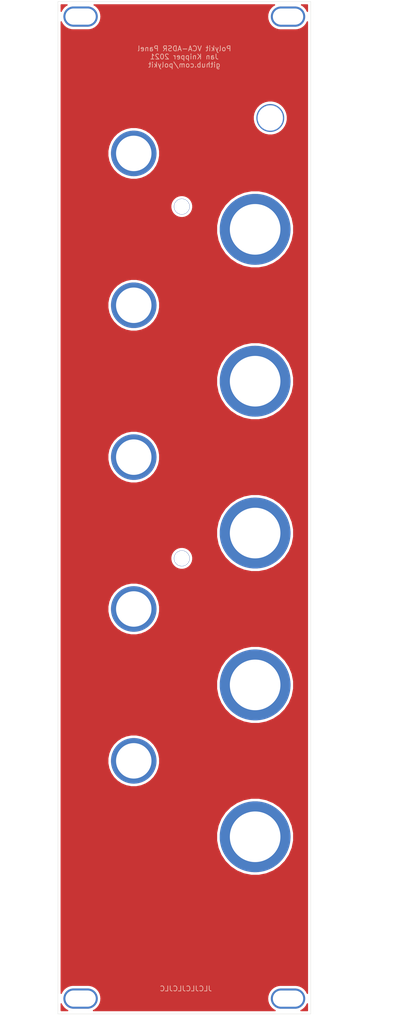
<source format=kicad_pcb>
(kicad_pcb (version 20171130) (host pcbnew 5.1.9-73d0e3b20d~88~ubuntu20.10.1)

  (general
    (thickness 1.6)
    (drawings 40)
    (tracks 2)
    (zones 0)
    (modules 20)
    (nets 1)
  )

  (page A4 portrait)
  (title_block
    (title "VCA-ADSR Kosmo Panel")
    (date 2021-02-20)
    (company "Jan Knipper")
  )

  (layers
    (0 F.Cu signal)
    (31 B.Cu signal)
    (32 B.Adhes user)
    (33 F.Adhes user)
    (34 B.Paste user)
    (35 F.Paste user)
    (36 B.SilkS user)
    (37 F.SilkS user)
    (38 B.Mask user)
    (39 F.Mask user)
    (40 Dwgs.User user)
    (41 Cmts.User user)
    (42 Eco1.User user)
    (43 Eco2.User user)
    (44 Edge.Cuts user)
    (45 Margin user)
    (46 B.CrtYd user)
    (47 F.CrtYd user)
    (48 B.Fab user)
    (49 F.Fab user)
  )

  (setup
    (last_trace_width 0.25)
    (trace_clearance 0.2)
    (zone_clearance 0.508)
    (zone_45_only no)
    (trace_min 0.2)
    (via_size 0.8)
    (via_drill 0.4)
    (via_min_size 0.4)
    (via_min_drill 0.3)
    (user_via 3.1 3)
    (user_via 5.1 5)
    (uvia_size 0.3)
    (uvia_drill 0.1)
    (uvias_allowed no)
    (uvia_min_size 0.2)
    (uvia_min_drill 0.1)
    (edge_width 0.05)
    (segment_width 0.2)
    (pcb_text_width 0.3)
    (pcb_text_size 1.5 1.5)
    (mod_edge_width 0.12)
    (mod_text_size 1 1)
    (mod_text_width 0.15)
    (pad_size 5.5 5.5)
    (pad_drill 5)
    (pad_to_mask_clearance 0)
    (aux_axis_origin 40 240)
    (visible_elements FFFFFF7F)
    (pcbplotparams
      (layerselection 0x010fc_ffffffff)
      (usegerberextensions false)
      (usegerberattributes true)
      (usegerberadvancedattributes true)
      (creategerberjobfile true)
      (excludeedgelayer true)
      (linewidth 0.100000)
      (plotframeref false)
      (viasonmask false)
      (mode 1)
      (useauxorigin false)
      (hpglpennumber 1)
      (hpglpenspeed 20)
      (hpglpendiameter 15.000000)
      (psnegative false)
      (psa4output false)
      (plotreference true)
      (plotvalue true)
      (plotinvisibletext false)
      (padsonsilk false)
      (subtractmaskfromsilk false)
      (outputformat 1)
      (mirror false)
      (drillshape 0)
      (scaleselection 1)
      (outputdirectory "plots/"))
  )

  (net 0 "")

  (net_class Default "This is the default net class."
    (clearance 0.2)
    (trace_width 0.25)
    (via_dia 0.8)
    (via_drill 0.4)
    (uvia_dia 0.3)
    (uvia_drill 0.1)
  )

  (module Kosmo_panel:Kosmo_LED_Hole (layer F.Cu) (tedit 6045509C) (tstamp 60319D2A)
    (at 82 63)
    (descr "Mounting Hole 6mm")
    (tags "mounting hole 6mm")
    (attr virtual)
    (fp_text reference REF** (at 0 -6) (layer F.SilkS) hide
      (effects (font (size 1 1) (thickness 0.15)))
    )
    (fp_text value Kosmo_LED_Hole (at 0 6) (layer F.Fab) hide
      (effects (font (size 1 1) (thickness 0.15)))
    )
    (fp_circle (center 0 0) (end 4 0) (layer Cmts.User) (width 0.15))
    (fp_circle (center 0 0) (end 4.25 0) (layer F.CrtYd) (width 0.05))
    (fp_text user %R (at 0.3 0) (layer F.Fab) hide
      (effects (font (size 1 1) (thickness 0.15)))
    )
    (pad 1 thru_hole circle (at 0 0) (size 5.5 5.5) (drill 5) (layers *.Cu *.Mask))
  )

  (module Polykit:star-mask (layer F.Cu) (tedit 0) (tstamp 60318ADC)
    (at 66.5 93 355)
    (fp_text reference G*** (at 0 0 175) (layer F.SilkS) hide
      (effects (font (size 1.524 1.524) (thickness 0.3)))
    )
    (fp_text value LOGO (at 0.75 0 175) (layer F.SilkS) hide
      (effects (font (size 1.524 1.524) (thickness 0.3)))
    )
    (fp_poly (pts (xy 0.021367 -4.728576) (xy 0.070385 -4.595778) (xy 0.143103 -4.387421) (xy 0.23592 -4.114118)
      (xy 0.345234 -3.786482) (xy 0.467444 -3.415127) (xy 0.59895 -3.010666) (xy 0.611485 -2.97187)
      (xy 1.1938 -1.168539) (xy 3.115733 -1.16847) (xy 3.603011 -1.167245) (xy 4.030493 -1.163729)
      (xy 4.390897 -1.1581) (xy 4.676939 -1.150539) (xy 4.881338 -1.141226) (xy 4.996812 -1.130341)
      (xy 5.020733 -1.121388) (xy 4.977038 -1.081775) (xy 4.860177 -0.989815) (xy 4.679475 -0.852474)
      (xy 4.444253 -0.676722) (xy 4.163836 -0.469524) (xy 3.847546 -0.237847) (xy 3.512729 0.00553)
      (xy 3.169876 0.255068) (xy 2.853477 0.487711) (xy 2.572928 0.696369) (xy 2.337625 0.873954)
      (xy 2.156964 1.013376) (xy 2.04034 1.107545) (xy 1.997285 1.148955) (xy 2.006153 1.21206)
      (xy 2.043319 1.358659) (xy 2.104992 1.575849) (xy 2.187378 1.850726) (xy 2.286686 2.170385)
      (xy 2.399124 2.521923) (xy 2.416279 2.574737) (xy 2.587789 3.102253) (xy 2.729936 3.541047)
      (xy 2.84506 3.898922) (xy 2.935503 4.183682) (xy 3.003605 4.40313) (xy 3.05171 4.56507)
      (xy 3.082156 4.677305) (xy 3.097287 4.74764) (xy 3.099444 4.783878) (xy 3.090967 4.793822)
      (xy 3.080895 4.789901) (xy 3.027609 4.752723) (xy 2.901785 4.662717) (xy 2.713041 4.52683)
      (xy 2.470995 4.352007) (xy 2.185265 4.145197) (xy 1.865469 3.913344) (xy 1.533782 3.67252)
      (xy 1.191244 3.424515) (xy 0.874041 3.196525) (xy 0.591653 2.995237) (xy 0.353559 2.827336)
      (xy 0.16924 2.699508) (xy 0.048175 2.618439) (xy 0.000058 2.5908) (xy -0.049987 2.619668)
      (xy -0.172572 2.701818) (xy -0.358217 2.830569) (xy -0.597445 2.999238) (xy -0.880777 3.201143)
      (xy -1.198735 3.429603) (xy -1.53475 3.672786) (xy -1.878426 3.9222) (xy -2.197288 4.153286)
      (xy -2.481723 4.359099) (xy -2.722118 4.532698) (xy -2.908859 4.66714) (xy -3.032332 4.755482)
      (xy -3.082513 4.790533) (xy -3.102817 4.769213) (xy -3.086535 4.663834) (xy -3.050546 4.534047)
      (xy -3.012275 4.412473) (xy -2.94719 4.209031) (xy -2.860038 3.938423) (xy -2.755571 3.615356)
      (xy -2.638536 3.254531) (xy -2.513684 2.870654) (xy -2.466871 2.726987) (xy -2.346093 2.352252)
      (xy -2.237549 2.007226) (xy -2.144857 1.704073) (xy -2.071635 1.454958) (xy -2.021501 1.272043)
      (xy -1.998074 1.167494) (xy -1.997396 1.148668) (xy -2.042867 1.105273) (xy -2.161551 1.009732)
      (xy -2.344091 0.869099) (xy -2.581129 0.690426) (xy -2.863307 0.480768) (xy -3.181269 0.247178)
      (xy -3.525483 -0.003165) (xy -3.868528 -0.252462) (xy -4.184082 -0.483739) (xy -4.462994 -0.690138)
      (xy -4.696112 -0.864803) (xy -4.874286 -1.000875) (xy -4.988363 -1.091498) (xy -5.029192 -1.129813)
      (xy -5.029201 -1.129945) (xy -4.980246 -1.138579) (xy -4.840761 -1.146555) (xy -4.621816 -1.15365)
      (xy -4.33448 -1.159638) (xy -3.989821 -1.164297) (xy -3.59891 -1.167401) (xy -3.172815 -1.168728)
      (xy -3.1115 -1.168759) (xy -1.1938 -1.169117) (xy -0.611836 -2.972159) (xy -0.479717 -3.379125)
      (xy -0.356556 -3.753968) (xy -0.245952 -4.086071) (xy -0.151506 -4.36482) (xy -0.076817 -4.5796)
      (xy -0.025486 -4.719796) (xy -0.001113 -4.774792) (xy -0.000351 -4.7752) (xy 0.021367 -4.728576)) (layer F.Mask) (width 0.01))
  )

  (module Polykit:star-mask (layer F.Cu) (tedit 0) (tstamp 60318ACB)
    (at 70 126.5 7)
    (fp_text reference G*** (at 0 0 7) (layer F.SilkS) hide
      (effects (font (size 1.524 1.524) (thickness 0.3)))
    )
    (fp_text value LOGO (at 0.75 0 7) (layer F.SilkS) hide
      (effects (font (size 1.524 1.524) (thickness 0.3)))
    )
    (fp_poly (pts (xy 0.021367 -4.728576) (xy 0.070385 -4.595778) (xy 0.143103 -4.387421) (xy 0.23592 -4.114118)
      (xy 0.345234 -3.786482) (xy 0.467444 -3.415127) (xy 0.59895 -3.010666) (xy 0.611485 -2.97187)
      (xy 1.1938 -1.168539) (xy 3.115733 -1.16847) (xy 3.603011 -1.167245) (xy 4.030493 -1.163729)
      (xy 4.390897 -1.1581) (xy 4.676939 -1.150539) (xy 4.881338 -1.141226) (xy 4.996812 -1.130341)
      (xy 5.020733 -1.121388) (xy 4.977038 -1.081775) (xy 4.860177 -0.989815) (xy 4.679475 -0.852474)
      (xy 4.444253 -0.676722) (xy 4.163836 -0.469524) (xy 3.847546 -0.237847) (xy 3.512729 0.00553)
      (xy 3.169876 0.255068) (xy 2.853477 0.487711) (xy 2.572928 0.696369) (xy 2.337625 0.873954)
      (xy 2.156964 1.013376) (xy 2.04034 1.107545) (xy 1.997285 1.148955) (xy 2.006153 1.21206)
      (xy 2.043319 1.358659) (xy 2.104992 1.575849) (xy 2.187378 1.850726) (xy 2.286686 2.170385)
      (xy 2.399124 2.521923) (xy 2.416279 2.574737) (xy 2.587789 3.102253) (xy 2.729936 3.541047)
      (xy 2.84506 3.898922) (xy 2.935503 4.183682) (xy 3.003605 4.40313) (xy 3.05171 4.56507)
      (xy 3.082156 4.677305) (xy 3.097287 4.74764) (xy 3.099444 4.783878) (xy 3.090967 4.793822)
      (xy 3.080895 4.789901) (xy 3.027609 4.752723) (xy 2.901785 4.662717) (xy 2.713041 4.52683)
      (xy 2.470995 4.352007) (xy 2.185265 4.145197) (xy 1.865469 3.913344) (xy 1.533782 3.67252)
      (xy 1.191244 3.424515) (xy 0.874041 3.196525) (xy 0.591653 2.995237) (xy 0.353559 2.827336)
      (xy 0.16924 2.699508) (xy 0.048175 2.618439) (xy 0.000058 2.5908) (xy -0.049987 2.619668)
      (xy -0.172572 2.701818) (xy -0.358217 2.830569) (xy -0.597445 2.999238) (xy -0.880777 3.201143)
      (xy -1.198735 3.429603) (xy -1.53475 3.672786) (xy -1.878426 3.9222) (xy -2.197288 4.153286)
      (xy -2.481723 4.359099) (xy -2.722118 4.532698) (xy -2.908859 4.66714) (xy -3.032332 4.755482)
      (xy -3.082513 4.790533) (xy -3.102817 4.769213) (xy -3.086535 4.663834) (xy -3.050546 4.534047)
      (xy -3.012275 4.412473) (xy -2.94719 4.209031) (xy -2.860038 3.938423) (xy -2.755571 3.615356)
      (xy -2.638536 3.254531) (xy -2.513684 2.870654) (xy -2.466871 2.726987) (xy -2.346093 2.352252)
      (xy -2.237549 2.007226) (xy -2.144857 1.704073) (xy -2.071635 1.454958) (xy -2.021501 1.272043)
      (xy -1.998074 1.167494) (xy -1.997396 1.148668) (xy -2.042867 1.105273) (xy -2.161551 1.009732)
      (xy -2.344091 0.869099) (xy -2.581129 0.690426) (xy -2.863307 0.480768) (xy -3.181269 0.247178)
      (xy -3.525483 -0.003165) (xy -3.868528 -0.252462) (xy -4.184082 -0.483739) (xy -4.462994 -0.690138)
      (xy -4.696112 -0.864803) (xy -4.874286 -1.000875) (xy -4.988363 -1.091498) (xy -5.029192 -1.129813)
      (xy -5.029201 -1.129945) (xy -4.980246 -1.138579) (xy -4.840761 -1.146555) (xy -4.621816 -1.15365)
      (xy -4.33448 -1.159638) (xy -3.989821 -1.164297) (xy -3.59891 -1.167401) (xy -3.172815 -1.168728)
      (xy -3.1115 -1.168759) (xy -1.1938 -1.169117) (xy -0.611836 -2.972159) (xy -0.479717 -3.379125)
      (xy -0.356556 -3.753968) (xy -0.245952 -4.086071) (xy -0.151506 -4.36482) (xy -0.076817 -4.5796)
      (xy -0.025486 -4.719796) (xy -0.001113 -4.774792) (xy -0.000351 -4.7752) (xy 0.021367 -4.728576)) (layer F.Mask) (width 0.01))
  )

  (module Kosmo_panel:Kosmo_Jack_Hole (layer F.Cu) (tedit 5F6F25EE) (tstamp 603187E3)
    (at 79 205)
    (descr "Mounting Hole 6mm")
    (tags "mounting hole 6mm")
    (attr virtual)
    (fp_text reference REF** (at 0 -11) (layer F.SilkS) hide
      (effects (font (size 1 1) (thickness 0.15)))
    )
    (fp_text value Kosmo_Jack_Hole (at 0 11) (layer F.Fab) hide
      (effects (font (size 1 1) (thickness 0.15)))
    )
    (fp_circle (center 0 0) (end 9.5 0) (layer Cmts.User) (width 0.15))
    (fp_circle (center 0 0) (end 10 0) (layer F.CrtYd) (width 0.05))
    (fp_text user %R (at 0.3 0) (layer F.Fab) hide
      (effects (font (size 1 1) (thickness 0.15)))
    )
    (pad 1 thru_hole circle (at 0 0) (size 14 14) (drill 10) (layers *.Cu *.Mask))
  )

  (module Kosmo_panel:Kosmo_Pot_Hole (layer F.Cu) (tedit 5F6F2614) (tstamp 603187A4)
    (at 55 190)
    (descr "Mounting Hole 6mm")
    (tags "mounting hole 6mm")
    (attr virtual)
    (fp_text reference REF** (at 0 -7) (layer F.SilkS) hide
      (effects (font (size 1 1) (thickness 0.15)))
    )
    (fp_text value Kosmo_Pot_Hole (at 0 7) (layer F.Fab) hide
      (effects (font (size 1 1) (thickness 0.15)))
    )
    (fp_circle (center 0 0) (end 6 0) (layer Cmts.User) (width 0.15))
    (fp_circle (center 0 0) (end 6.25 0) (layer F.CrtYd) (width 0.05))
    (fp_text user %R (at 0.3 0) (layer F.Fab) hide
      (effects (font (size 1 1) (thickness 0.15)))
    )
    (pad 1 thru_hole circle (at 0 0) (size 9 9) (drill 7) (layers *.Cu *.Mask))
  )

  (module Polykit:star-mask (layer F.Cu) (tedit 0) (tstamp 6031D4DF)
    (at 68.5 164 347)
    (fp_text reference G*** (at 0 0 167) (layer F.SilkS) hide
      (effects (font (size 1.524 1.524) (thickness 0.3)))
    )
    (fp_text value LOGO (at 0.75 0 167) (layer F.SilkS) hide
      (effects (font (size 1.524 1.524) (thickness 0.3)))
    )
    (fp_poly (pts (xy 0.021367 -4.728576) (xy 0.070385 -4.595778) (xy 0.143103 -4.387421) (xy 0.23592 -4.114118)
      (xy 0.345234 -3.786482) (xy 0.467444 -3.415127) (xy 0.59895 -3.010666) (xy 0.611485 -2.97187)
      (xy 1.1938 -1.168539) (xy 3.115733 -1.16847) (xy 3.603011 -1.167245) (xy 4.030493 -1.163729)
      (xy 4.390897 -1.1581) (xy 4.676939 -1.150539) (xy 4.881338 -1.141226) (xy 4.996812 -1.130341)
      (xy 5.020733 -1.121388) (xy 4.977038 -1.081775) (xy 4.860177 -0.989815) (xy 4.679475 -0.852474)
      (xy 4.444253 -0.676722) (xy 4.163836 -0.469524) (xy 3.847546 -0.237847) (xy 3.512729 0.00553)
      (xy 3.169876 0.255068) (xy 2.853477 0.487711) (xy 2.572928 0.696369) (xy 2.337625 0.873954)
      (xy 2.156964 1.013376) (xy 2.04034 1.107545) (xy 1.997285 1.148955) (xy 2.006153 1.21206)
      (xy 2.043319 1.358659) (xy 2.104992 1.575849) (xy 2.187378 1.850726) (xy 2.286686 2.170385)
      (xy 2.399124 2.521923) (xy 2.416279 2.574737) (xy 2.587789 3.102253) (xy 2.729936 3.541047)
      (xy 2.84506 3.898922) (xy 2.935503 4.183682) (xy 3.003605 4.40313) (xy 3.05171 4.56507)
      (xy 3.082156 4.677305) (xy 3.097287 4.74764) (xy 3.099444 4.783878) (xy 3.090967 4.793822)
      (xy 3.080895 4.789901) (xy 3.027609 4.752723) (xy 2.901785 4.662717) (xy 2.713041 4.52683)
      (xy 2.470995 4.352007) (xy 2.185265 4.145197) (xy 1.865469 3.913344) (xy 1.533782 3.67252)
      (xy 1.191244 3.424515) (xy 0.874041 3.196525) (xy 0.591653 2.995237) (xy 0.353559 2.827336)
      (xy 0.16924 2.699508) (xy 0.048175 2.618439) (xy 0.000058 2.5908) (xy -0.049987 2.619668)
      (xy -0.172572 2.701818) (xy -0.358217 2.830569) (xy -0.597445 2.999238) (xy -0.880777 3.201143)
      (xy -1.198735 3.429603) (xy -1.53475 3.672786) (xy -1.878426 3.9222) (xy -2.197288 4.153286)
      (xy -2.481723 4.359099) (xy -2.722118 4.532698) (xy -2.908859 4.66714) (xy -3.032332 4.755482)
      (xy -3.082513 4.790533) (xy -3.102817 4.769213) (xy -3.086535 4.663834) (xy -3.050546 4.534047)
      (xy -3.012275 4.412473) (xy -2.94719 4.209031) (xy -2.860038 3.938423) (xy -2.755571 3.615356)
      (xy -2.638536 3.254531) (xy -2.513684 2.870654) (xy -2.466871 2.726987) (xy -2.346093 2.352252)
      (xy -2.237549 2.007226) (xy -2.144857 1.704073) (xy -2.071635 1.454958) (xy -2.021501 1.272043)
      (xy -1.998074 1.167494) (xy -1.997396 1.148668) (xy -2.042867 1.105273) (xy -2.161551 1.009732)
      (xy -2.344091 0.869099) (xy -2.581129 0.690426) (xy -2.863307 0.480768) (xy -3.181269 0.247178)
      (xy -3.525483 -0.003165) (xy -3.868528 -0.252462) (xy -4.184082 -0.483739) (xy -4.462994 -0.690138)
      (xy -4.696112 -0.864803) (xy -4.874286 -1.000875) (xy -4.988363 -1.091498) (xy -5.029192 -1.129813)
      (xy -5.029201 -1.129945) (xy -4.980246 -1.138579) (xy -4.840761 -1.146555) (xy -4.621816 -1.15365)
      (xy -4.33448 -1.159638) (xy -3.989821 -1.164297) (xy -3.59891 -1.167401) (xy -3.172815 -1.168728)
      (xy -3.1115 -1.168759) (xy -1.1938 -1.169117) (xy -0.611836 -2.972159) (xy -0.479717 -3.379125)
      (xy -0.356556 -3.753968) (xy -0.245952 -4.086071) (xy -0.151506 -4.36482) (xy -0.076817 -4.5796)
      (xy -0.025486 -4.719796) (xy -0.001113 -4.774792) (xy -0.000351 -4.7752) (xy 0.021367 -4.728576)) (layer F.Mask) (width 0.01))
  )

  (module Polykit:blitz-mask (layer F.Cu) (tedit 0) (tstamp 6031D4C6)
    (at 54.5 213)
    (fp_text reference G*** (at 0 0) (layer F.SilkS) hide
      (effects (font (size 1.524 1.524) (thickness 0.3)))
    )
    (fp_text value LOGO (at 0.75 0) (layer F.SilkS) hide
      (effects (font (size 1.524 1.524) (thickness 0.3)))
    )
    (fp_poly (pts (xy 4.06617 -7.255282) (xy 4.131803 -7.162039) (xy 4.145018 -7.060989) (xy 4.106765 -6.943682)
      (xy 4.102145 -6.934569) (xy 4.080621 -6.896082) (xy 4.032909 -6.812891) (xy 3.961337 -6.689002)
      (xy 3.868237 -6.528422) (xy 3.755938 -6.335157) (xy 3.62677 -6.113212) (xy 3.483063 -5.866594)
      (xy 3.327147 -5.59931) (xy 3.161351 -5.315365) (xy 2.988005 -5.018766) (xy 2.982764 -5.009804)
      (xy 2.797533 -4.693012) (xy 2.610954 -4.373898) (xy 2.426475 -4.058362) (xy 2.247547 -3.752303)
      (xy 2.077618 -3.461622) (xy 1.920137 -3.19222) (xy 1.778554 -2.949995) (xy 1.656318 -2.74085)
      (xy 1.556877 -2.570683) (xy 1.505972 -2.483555) (xy 1.10204 -1.792111) (xy 2.173044 -1.778)
      (xy 2.446931 -1.77433) (xy 2.669986 -1.771) (xy 2.847813 -1.767626) (xy 2.986018 -1.763823)
      (xy 3.090209 -1.759208) (xy 3.165991 -1.753397) (xy 3.218971 -1.746004) (xy 3.254754 -1.736647)
      (xy 3.278947 -1.72494) (xy 3.297157 -1.710499) (xy 3.30766 -1.700246) (xy 3.359843 -1.61422)
      (xy 3.371272 -1.528166) (xy 3.369555 -1.505043) (xy 3.362739 -1.478729) (xy 3.348325 -1.446023)
      (xy 3.323815 -1.40372) (xy 3.286711 -1.348618) (xy 3.234515 -1.277512) (xy 3.164728 -1.187201)
      (xy 3.074853 -1.07448) (xy 2.96239 -0.936146) (xy 2.824843 -0.768996) (xy 2.659712 -0.569826)
      (xy 2.4645 -0.335434) (xy 2.236708 -0.062615) (xy 2.111311 0.087413) (xy 1.676133 0.607944)
      (xy 1.271936 1.091369) (xy 0.893519 1.543906) (xy 0.535681 1.971774) (xy 0.193222 2.381188)
      (xy -0.13906 2.778368) (xy -0.466364 3.16953) (xy -0.793893 3.560891) (xy -1.126846 3.95867)
      (xy -1.226832 4.078111) (xy -1.404507 4.290365) (xy -1.609779 4.535602) (xy -1.834021 4.803517)
      (xy -2.06861 5.083805) (xy -2.304918 5.36616) (xy -2.534321 5.640275) (xy -2.748194 5.895846)
      (xy -2.800919 5.958853) (xy -2.976966 6.168598) (xy -3.144149 6.366563) (xy -3.298563 6.548212)
      (xy -3.436302 6.709004) (xy -3.553461 6.844401) (xy -3.646134 6.949864) (xy -3.710416 7.020853)
      (xy -3.741925 7.052464) (xy -3.846414 7.105186) (xy -3.951242 7.102061) (xy -4.051463 7.04344)
      (xy -4.066171 7.029505) (xy -4.122882 6.954586) (xy -4.148366 6.882493) (xy -4.148667 6.875605)
      (xy -4.139011 6.835527) (xy -4.111325 6.74808) (xy -4.067527 6.618692) (xy -4.00954 6.452794)
      (xy -3.939284 6.255817) (xy -3.858679 6.033191) (xy -3.769646 5.790345) (xy -3.674106 5.53271)
      (xy -3.666272 5.511711) (xy -3.549327 5.198406) (xy -3.420776 4.854054) (xy -3.285617 4.49204)
      (xy -3.148847 4.125749) (xy -3.015464 3.768564) (xy -2.890466 3.433872) (xy -2.778851 3.135056)
      (xy -2.751601 3.062111) (xy -2.643416 2.772513) (xy -2.526421 2.459315) (xy -2.405393 2.135306)
      (xy -2.285109 1.813274) (xy -2.170345 1.506008) (xy -2.065878 1.226297) (xy -1.978107 0.991271)
      (xy -1.898047 0.776193) (xy -1.824665 0.577726) (xy -1.760227 0.402103) (xy -1.706999 0.255555)
      (xy -1.667248 0.144317) (xy -1.64324 0.07462) (xy -1.636889 0.052882) (xy -1.664113 0.047365)
      (xy -1.741793 0.042287) (xy -1.863939 0.037784) (xy -2.024566 0.033993) (xy -2.217683 0.031049)
      (xy -2.437304 0.029088) (xy -2.677439 0.028245) (xy -2.724351 0.028223) (xy -3.021581 0.027997)
      (xy -3.267565 0.026874) (xy -3.4675 0.02418) (xy -3.626585 0.019246) (xy -3.750018 0.011399)
      (xy -3.842996 -0.000032) (xy -3.910717 -0.015718) (xy -3.95838 -0.03633) (xy -3.991181 -0.062541)
      (xy -4.01432 -0.09502) (xy -4.032993 -0.134441) (xy -4.035804 -0.141173) (xy -4.059091 -0.233743)
      (xy -4.045181 -0.331569) (xy -4.044158 -0.335144) (xy -4.030705 -0.377168) (xy -4.000536 -0.468489)
      (xy -3.986764 -0.509806) (xy -3.438922 -0.509806) (xy -2.28144 -0.501847) (xy -1.123959 -0.493889)
      (xy -1.055869 -0.414704) (xy -1.005713 -0.33058) (xy -0.987778 -0.25045) (xy -0.997452 -0.206994)
      (xy -1.02514 -0.116493) (xy -1.068843 0.015318) (xy -1.126564 0.182709) (xy -1.196303 0.379945)
      (xy -1.276062 0.601293) (xy -1.363843 0.841021) (xy -1.437364 1.039143) (xy -1.53684 1.305609)
      (xy -1.652138 1.614374) (xy -1.77931 1.954869) (xy -1.914406 2.316524) (xy -2.053478 2.688768)
      (xy -2.192578 3.061033) (xy -2.327756 3.422749) (xy -2.455065 3.763347) (xy -2.481586 3.834291)
      (xy -2.605634 4.166129) (xy -2.711333 4.449004) (xy -2.800097 4.686824) (xy -2.873341 4.883497)
      (xy -2.932478 5.042931) (xy -2.978921 5.169034) (xy -3.014086 5.265715) (xy -3.039386 5.336883)
      (xy -3.056234 5.386444) (xy -3.066045 5.418308) (xy -3.070233 5.436383) (xy -3.070211 5.444577)
      (xy -3.067393 5.446798) (xy -3.064984 5.446889) (xy -3.045288 5.425879) (xy -2.992758 5.365472)
      (xy -2.910725 5.269609) (xy -2.802523 5.142226) (xy -2.671486 4.987262) (xy -2.520946 4.808657)
      (xy -2.354236 4.610347) (xy -2.174689 4.396271) (xy -2.07015 4.271415) (xy -1.862346 4.023076)
      (xy -1.647402 3.766216) (xy -1.431489 3.508205) (xy -1.220777 3.256418) (xy -1.021436 3.018228)
      (xy -0.839638 2.801007) (xy -0.681552 2.612129) (xy -0.553349 2.458966) (xy -0.550334 2.455364)
      (xy -0.114646 1.934805) (xy 0.285377 1.456687) (xy 0.650379 1.020233) (xy 0.981007 0.624669)
      (xy 1.277905 0.269222) (xy 1.541719 -0.046885) (xy 1.773094 -0.324426) (xy 1.972675 -0.564175)
      (xy 2.141108 -0.766908) (xy 2.279038 -0.933399) (xy 2.38711 -1.064422) (xy 2.46597 -1.160753)
      (xy 2.516262 -1.223167) (xy 2.538633 -1.252438) (xy 2.54 -1.254924) (xy 2.512841 -1.258428)
      (xy 2.435619 -1.261643) (xy 2.314714 -1.264473) (xy 2.156507 -1.26682) (xy 1.967378 -1.268587)
      (xy 1.753709 -1.269678) (xy 1.550366 -1.27) (xy 1.238504 -1.270917) (xy 0.9808 -1.273661)
      (xy 0.777725 -1.278217) (xy 0.629749 -1.284571) (xy 0.537344 -1.292711) (xy 0.503755 -1.300494)
      (xy 0.439986 -1.361996) (xy 0.397403 -1.453415) (xy 0.385442 -1.549462) (xy 0.394557 -1.5931)
      (xy 0.414172 -1.631874) (xy 0.459346 -1.714024) (xy 0.527053 -1.834255) (xy 0.614265 -1.987274)
      (xy 0.717957 -2.167786) (xy 0.8351 -2.370497) (xy 0.962668 -2.590112) (xy 1.06096 -2.758617)
      (xy 1.372658 -3.292065) (xy 1.656976 -3.778726) (xy 1.91504 -4.220528) (xy 2.147972 -4.619405)
      (xy 2.356898 -4.977285) (xy 2.54294 -5.2961) (xy 2.707224 -5.57778) (xy 2.850873 -5.824257)
      (xy 2.975011 -6.03746) (xy 3.080762 -6.219322) (xy 3.169252 -6.371772) (xy 3.241602 -6.496741)
      (xy 3.298939 -6.59616) (xy 3.342385 -6.67196) (xy 3.373065 -6.726072) (xy 3.392103 -6.760425)
      (xy 3.400623 -6.776952) (xy 3.401048 -6.777971) (xy 3.395845 -6.78482) (xy 3.372484 -6.790807)
      (xy 3.327735 -6.795983) (xy 3.258371 -6.800397) (xy 3.161162 -6.804099) (xy 3.032878 -6.80714)
      (xy 2.870292 -6.809568) (xy 2.670173 -6.811434) (xy 2.429293 -6.812788) (xy 2.144424 -6.813679)
      (xy 1.812335 -6.814158) (xy 1.429798 -6.814273) (xy 1.059452 -6.814122) (xy 0.699912 -6.813739)
      (xy 0.356826 -6.813088) (xy 0.034355 -6.812193) (xy -0.263341 -6.81108) (xy -0.5321 -6.809773)
      (xy -0.76776 -6.808297) (xy -0.966162 -6.806676) (xy -1.123143 -6.804936) (xy -1.234542 -6.803102)
      (xy -1.296199 -6.801197) (xy -1.307607 -6.80001) (xy -1.319496 -6.770642) (xy -1.346366 -6.695866)
      (xy -1.385385 -6.583833) (xy -1.433723 -6.442694) (xy -1.488547 -6.280602) (xy -1.503152 -6.237111)
      (xy -1.546973 -6.106633) (xy -1.605224 -5.933497) (xy -1.67632 -5.722398) (xy -1.758676 -5.478029)
      (xy -1.850707 -5.205085) (xy -1.950827 -4.908259) (xy -2.057451 -4.592246) (xy -2.168994 -4.26174)
      (xy -2.28387 -3.921435) (xy -2.400494 -3.576024) (xy -2.517281 -3.230202) (xy -2.632645 -2.888663)
      (xy -2.745002 -2.556101) (xy -2.852766 -2.23721) (xy -2.954351 -1.936683) (xy -3.048172 -1.659216)
      (xy -3.132645 -1.409502) (xy -3.206183 -1.192235) (xy -3.267202 -1.012109) (xy -3.314115 -0.873819)
      (xy -3.345339 -0.782057) (xy -3.354312 -0.755847) (xy -3.438922 -0.509806) (xy -3.986764 -0.509806)
      (xy -3.955051 -0.604946) (xy -3.895649 -0.782378) (xy -3.823729 -0.996621) (xy -3.740689 -1.243516)
      (xy -3.64793 -1.518901) (xy -3.54685 -1.818613) (xy -3.438849 -2.138492) (xy -3.325325 -2.474377)
      (xy -3.260169 -2.667) (xy -3.13305 -3.042859) (xy -3.002507 -3.429129) (xy -2.870936 -3.818705)
      (xy -2.740733 -4.204481) (xy -2.614295 -4.579352) (xy -2.494016 -4.936212) (xy -2.382292 -5.267957)
      (xy -2.28152 -5.567479) (xy -2.194094 -5.827674) (xy -2.123111 -6.039348) (xy -2.025119 -6.330624)
      (xy -1.942589 -6.572646) (xy -1.873816 -6.769929) (xy -1.817097 -6.926991) (xy -1.770728 -7.048348)
      (xy -1.733006 -7.138516) (xy -1.702225 -7.202011) (xy -1.676682 -7.243351) (xy -1.662605 -7.259959)
      (xy -1.584787 -7.337777) (xy 3.983675 -7.337777) (xy 4.06617 -7.255282)) (layer F.Mask) (width 0.01))
  )

  (module Polykit:star-mask (layer F.Cu) (tedit 0) (tstamp 6031D4AD)
    (at 70.3 60.4 357)
    (fp_text reference G*** (at 0 0 177) (layer F.SilkS) hide
      (effects (font (size 1.524 1.524) (thickness 0.3)))
    )
    (fp_text value LOGO (at 0.75 0 177) (layer F.SilkS) hide
      (effects (font (size 1.524 1.524) (thickness 0.3)))
    )
    (fp_poly (pts (xy 0.021367 -4.728576) (xy 0.070385 -4.595778) (xy 0.143103 -4.387421) (xy 0.23592 -4.114118)
      (xy 0.345234 -3.786482) (xy 0.467444 -3.415127) (xy 0.59895 -3.010666) (xy 0.611485 -2.97187)
      (xy 1.1938 -1.168539) (xy 3.115733 -1.16847) (xy 3.603011 -1.167245) (xy 4.030493 -1.163729)
      (xy 4.390897 -1.1581) (xy 4.676939 -1.150539) (xy 4.881338 -1.141226) (xy 4.996812 -1.130341)
      (xy 5.020733 -1.121388) (xy 4.977038 -1.081775) (xy 4.860177 -0.989815) (xy 4.679475 -0.852474)
      (xy 4.444253 -0.676722) (xy 4.163836 -0.469524) (xy 3.847546 -0.237847) (xy 3.512729 0.00553)
      (xy 3.169876 0.255068) (xy 2.853477 0.487711) (xy 2.572928 0.696369) (xy 2.337625 0.873954)
      (xy 2.156964 1.013376) (xy 2.04034 1.107545) (xy 1.997285 1.148955) (xy 2.006153 1.21206)
      (xy 2.043319 1.358659) (xy 2.104992 1.575849) (xy 2.187378 1.850726) (xy 2.286686 2.170385)
      (xy 2.399124 2.521923) (xy 2.416279 2.574737) (xy 2.587789 3.102253) (xy 2.729936 3.541047)
      (xy 2.84506 3.898922) (xy 2.935503 4.183682) (xy 3.003605 4.40313) (xy 3.05171 4.56507)
      (xy 3.082156 4.677305) (xy 3.097287 4.74764) (xy 3.099444 4.783878) (xy 3.090967 4.793822)
      (xy 3.080895 4.789901) (xy 3.027609 4.752723) (xy 2.901785 4.662717) (xy 2.713041 4.52683)
      (xy 2.470995 4.352007) (xy 2.185265 4.145197) (xy 1.865469 3.913344) (xy 1.533782 3.67252)
      (xy 1.191244 3.424515) (xy 0.874041 3.196525) (xy 0.591653 2.995237) (xy 0.353559 2.827336)
      (xy 0.16924 2.699508) (xy 0.048175 2.618439) (xy 0.000058 2.5908) (xy -0.049987 2.619668)
      (xy -0.172572 2.701818) (xy -0.358217 2.830569) (xy -0.597445 2.999238) (xy -0.880777 3.201143)
      (xy -1.198735 3.429603) (xy -1.53475 3.672786) (xy -1.878426 3.9222) (xy -2.197288 4.153286)
      (xy -2.481723 4.359099) (xy -2.722118 4.532698) (xy -2.908859 4.66714) (xy -3.032332 4.755482)
      (xy -3.082513 4.790533) (xy -3.102817 4.769213) (xy -3.086535 4.663834) (xy -3.050546 4.534047)
      (xy -3.012275 4.412473) (xy -2.94719 4.209031) (xy -2.860038 3.938423) (xy -2.755571 3.615356)
      (xy -2.638536 3.254531) (xy -2.513684 2.870654) (xy -2.466871 2.726987) (xy -2.346093 2.352252)
      (xy -2.237549 2.007226) (xy -2.144857 1.704073) (xy -2.071635 1.454958) (xy -2.021501 1.272043)
      (xy -1.998074 1.167494) (xy -1.997396 1.148668) (xy -2.042867 1.105273) (xy -2.161551 1.009732)
      (xy -2.344091 0.869099) (xy -2.581129 0.690426) (xy -2.863307 0.480768) (xy -3.181269 0.247178)
      (xy -3.525483 -0.003165) (xy -3.868528 -0.252462) (xy -4.184082 -0.483739) (xy -4.462994 -0.690138)
      (xy -4.696112 -0.864803) (xy -4.874286 -1.000875) (xy -4.988363 -1.091498) (xy -5.029192 -1.129813)
      (xy -5.029201 -1.129945) (xy -4.980246 -1.138579) (xy -4.840761 -1.146555) (xy -4.621816 -1.15365)
      (xy -4.33448 -1.159638) (xy -3.989821 -1.164297) (xy -3.59891 -1.167401) (xy -3.172815 -1.168728)
      (xy -3.1115 -1.168759) (xy -1.1938 -1.169117) (xy -0.611836 -2.972159) (xy -0.479717 -3.379125)
      (xy -0.356556 -3.753968) (xy -0.245952 -4.086071) (xy -0.151506 -4.36482) (xy -0.076817 -4.5796)
      (xy -0.025486 -4.719796) (xy -0.001113 -4.774792) (xy -0.000351 -4.7752) (xy 0.021367 -4.728576)) (layer F.Mask) (width 0.01))
  )

  (module Polykit:logo-mask-5cm (layer F.Cu) (tedit 0) (tstamp 6031D435)
    (at 65.1 229.3)
    (fp_text reference G*** (at 0 0) (layer F.SilkS) hide
      (effects (font (size 1.524 1.524) (thickness 0.3)))
    )
    (fp_text value LOGO (at 0.75 0) (layer F.SilkS) hide
      (effects (font (size 1.524 1.524) (thickness 0.3)))
    )
    (fp_poly (pts (xy -0.750424 -2.951458) (xy -0.706694 -2.920763) (xy -0.620411 -2.859878) (xy -0.495057 -2.77127)
      (xy -0.334117 -2.657407) (xy -0.141075 -2.520755) (xy 0.080585 -2.363783) (xy 0.32738 -2.188956)
      (xy 0.595826 -1.998742) (xy 0.882438 -1.795609) (xy 1.183733 -1.582024) (xy 1.496227 -1.360454)
      (xy 1.538111 -1.330753) (xy 3.683 0.190255) (xy 3.690318 1.571294) (xy 3.697637 2.952334)
      (xy 2.321541 3.926586) (xy 2.073432 4.102179) (xy 1.838684 4.268194) (xy 1.621404 4.421735)
      (xy 1.425698 4.559905) (xy 1.255675 4.679807) (xy 1.115442 4.778545) (xy 1.009106 4.853221)
      (xy 0.940775 4.90094) (xy 0.914746 4.918699) (xy 0.883703 4.908379) (xy 0.813833 4.869554)
      (xy 0.712159 4.806636) (xy 0.585707 4.724035) (xy 0.441501 4.626164) (xy 0.372083 4.577891)
      (xy -0.139881 4.219223) (xy -0.141111 3.162919) (xy -0.511901 3.42296) (xy -0.637704 3.510797)
      (xy -0.746415 3.585958) (xy -0.83007 3.642996) (xy -0.880704 3.676465) (xy -0.892123 3.683)
      (xy -0.91622 3.667171) (xy -0.982404 3.621553) (xy -1.086679 3.548949) (xy -1.225048 3.452163)
      (xy -1.393516 3.333998) (xy -1.588084 3.197256) (xy -1.804758 3.044742) (xy -2.039541 2.879259)
      (xy -2.288435 2.70361) (xy -2.299333 2.695914) (xy -3.697111 1.708829) (xy -3.697111 1.447892)
      (xy 0.173832 1.447892) (xy 0.193399 1.469369) (xy 0.249457 1.516505) (xy 0.332525 1.582208)
      (xy 0.43312 1.659387) (xy 0.541762 1.740951) (xy 0.648968 1.819809) (xy 0.745258 1.88887)
      (xy 0.821149 1.941044) (xy 0.867161 1.969238) (xy 0.874889 1.972196) (xy 0.901646 1.957343)
      (xy 0.96606 1.915335) (xy 1.059816 1.851771) (xy 1.174601 1.772249) (xy 1.239121 1.726955)
      (xy 1.360794 1.639488) (xy 1.464159 1.561978) (xy 1.54118 1.500707) (xy 1.583819 1.461957)
      (xy 1.589737 1.452909) (xy 1.568539 1.429701) (xy 1.511085 1.380925) (xy 1.427027 1.313854)
      (xy 1.326015 1.235762) (xy 1.217699 1.153925) (xy 1.11173 1.075615) (xy 1.017758 1.008108)
      (xy 0.945435 0.958676) (xy 0.90441 0.934595) (xy 0.900538 0.933421) (xy 0.871499 0.948044)
      (xy 0.806847 0.989292) (xy 0.716359 1.050242) (xy 0.609816 1.123972) (xy 0.496995 1.203559)
      (xy 0.387675 1.282078) (xy 0.291636 1.352609) (xy 0.218656 1.408227) (xy 0.178514 1.44201)
      (xy 0.173832 1.447892) (xy -3.697111 1.447892) (xy -3.697111 0.843208) (xy 1.059465 0.843208)
      (xy 1.098962 0.875611) (xy 1.172134 0.929432) (xy 1.268789 0.997755) (xy 1.378737 1.073666)
      (xy 1.491785 1.150248) (xy 1.597742 1.220587) (xy 1.686418 1.277766) (xy 1.74762 1.314871)
      (xy 1.770166 1.325467) (xy 1.804259 1.310325) (xy 1.875339 1.267949) (xy 1.974517 1.203989)
      (xy 2.092903 1.124096) (xy 2.157148 1.0795) (xy 2.27911 0.993179) (xy 2.382782 0.918133)
      (xy 2.460189 0.860267) (xy 2.503358 0.825487) (xy 2.50963 0.818445) (xy 2.487331 0.79416)
      (xy 2.427044 0.746658) (xy 2.338684 0.682577) (xy 2.232166 0.608555) (xy 2.117405 0.531229)
      (xy 2.004317 0.457238) (xy 1.902816 0.393218) (xy 1.822817 0.345807) (xy 1.774235 0.321643)
      (xy 1.765259 0.320125) (xy 1.721526 0.344421) (xy 1.647446 0.393176) (xy 1.552308 0.459506)
      (xy 1.445404 0.536524) (xy 1.336025 0.617345) (xy 1.233461 0.695083) (xy 1.147003 0.762853)
      (xy 1.085941 0.813769) (xy 1.059566 0.840946) (xy 1.059465 0.843208) (xy -3.697111 0.843208)
      (xy -3.697111 0.202146) (xy -1.63914 0.202146) (xy -1.264169 0.464533) (xy -0.889197 0.726921)
      (xy -0.733876 0.614856) (xy -0.633415 0.542865) (xy -0.510854 0.455736) (xy -0.39037 0.370648)
      (xy -0.373944 0.359104) (xy -0.28295 0.293469) (xy -0.212936 0.23966) (xy -0.174373 0.205878)
      (xy -0.170067 0.199431) (xy -0.170763 0.198503) (xy 1.961445 0.198503) (xy 1.983065 0.221434)
      (xy 2.041394 0.269243) (xy 2.126636 0.334822) (xy 2.228995 0.411061) (xy 2.338675 0.490853)
      (xy 2.445879 0.567086) (xy 2.540811 0.632654) (xy 2.613676 0.680445) (xy 2.654676 0.703352)
      (xy 2.658497 0.70435) (xy 2.687173 0.689347) (xy 2.753596 0.647127) (xy 2.849502 0.583167)
      (xy 2.966626 0.50294) (xy 3.045911 0.447686) (xy 3.413606 0.189816) (xy 3.043336 -0.073876)
      (xy 2.673067 -0.337568) (xy 2.543033 -0.243102) (xy 2.460092 -0.183171) (xy 2.350173 -0.10418)
      (xy 2.232294 -0.019786) (xy 2.187222 0.01239) (xy 2.091174 0.083291) (xy 2.015442 0.143757)
      (xy 1.970013 0.185558) (xy 1.961445 0.198503) (xy -0.170763 0.198503) (xy -0.17915 0.187336)
      (xy -0.208811 0.161732) (xy -0.263561 0.119249) (xy -0.347908 0.056515) (xy -0.466361 -0.029839)
      (xy -0.623429 -0.143186) (xy -0.750022 -0.23412) (xy -0.893267 -0.336889) (xy -1.173356 -0.136712)
      (xy -1.292269 -0.051478) (xy -1.403438 0.028643) (xy -1.493693 0.094136) (xy -1.546292 0.132806)
      (xy -1.63914 0.202146) (xy -3.697111 0.202146) (xy -3.697111 -0.428283) (xy -2.51046 -0.428283)
      (xy -2.488389 -0.406607) (xy -2.429597 -0.359858) (xy -2.343808 -0.295041) (xy -2.240744 -0.219161)
      (xy -2.130129 -0.139223) (xy -2.021684 -0.062234) (xy -1.925132 0.004802) (xy -1.850197 0.054879)
      (xy -1.8066 0.080992) (xy -1.800614 0.083169) (xy -1.77194 0.068267) (xy -1.705522 0.026135)
      (xy -1.609623 -0.037757) (xy -1.492507 -0.117941) (xy -1.4132 -0.173203) (xy -1.069905 -0.413961)
      (xy -0.705046 -0.413961) (xy -0.699515 -0.405608) (xy -0.649828 -0.363638) (xy -0.569265 -0.303315)
      (xy -0.467853 -0.231342) (xy -0.355618 -0.154421) (xy -0.242585 -0.079255) (xy -0.138782 -0.012547)
      (xy -0.054233 0.039002) (xy 0.001034 0.068688) (xy 0.016524 0.073079) (xy 0.049259 0.0534)
      (xy 0.118902 0.006772) (xy 0.216593 -0.06072) (xy 0.333468 -0.142994) (xy 0.391575 -0.184374)
      (xy 0.510842 -0.2704) (xy 0.6111 -0.344221) (xy 0.684617 -0.400023) (xy 0.72366 -0.431992)
      (xy 0.727829 -0.437231) (xy 0.723901 -0.440091) (xy 1.069327 -0.440091) (xy 1.086631 -0.414602)
      (xy 1.142064 -0.365726) (xy 1.226 -0.300166) (xy 1.328814 -0.224624) (xy 1.440878 -0.145803)
      (xy 1.552567 -0.070405) (xy 1.654255 -0.005134) (xy 1.736315 0.04331) (xy 1.789122 0.068222)
      (xy 1.80156 0.069754) (xy 1.83692 0.049198) (xy 1.908772 0.001678) (xy 2.007962 -0.066566)
      (xy 2.125338 -0.149291) (xy 2.177808 -0.186818) (xy 2.294776 -0.273195) (xy 2.391045 -0.348842)
      (xy 2.459227 -0.407583) (xy 2.491935 -0.44324) (xy 2.492915 -0.450301) (xy 2.461425 -0.474051)
      (xy 2.394264 -0.522707) (xy 2.301932 -0.588712) (xy 2.215445 -0.650027) (xy 2.10162 -0.730744)
      (xy 1.995837 -0.8063) (xy 1.912197 -0.866596) (xy 1.874214 -0.894434) (xy 1.786983 -0.959403)
      (xy 1.433652 -0.712535) (xy 1.310334 -0.625256) (xy 1.20429 -0.548083) (xy 1.123846 -0.487242)
      (xy 1.077323 -0.448955) (xy 1.069327 -0.440091) (xy 0.723901 -0.440091) (xy 0.703274 -0.455107)
      (xy 0.640818 -0.500078) (xy 0.548466 -0.566393) (xy 0.434223 -0.648302) (xy 0.360437 -0.701153)
      (xy 0.001208 -0.958372) (xy -0.3673 -0.699931) (xy -0.508301 -0.59973) (xy -0.607304 -0.525703)
      (xy -0.669581 -0.47318) (xy -0.700404 -0.43749) (xy -0.705046 -0.413961) (xy -1.069905 -0.413961)
      (xy -1.045505 -0.431073) (xy -1.787171 -0.959259) (xy -1.874308 -0.89401) (xy -1.932635 -0.851634)
      (xy -2.024161 -0.786624) (xy -2.135602 -0.708363) (xy -2.236611 -0.638053) (xy -2.343622 -0.562303)
      (xy -2.430972 -0.497451) (xy -2.489602 -0.450435) (xy -2.51046 -0.428283) (xy -3.697111 -0.428283)
      (xy -3.697111 -1.044541) (xy -3.395984 -1.044541) (xy -3.36561 -1.021711) (xy -3.297568 -0.972918)
      (xy -3.200584 -0.904349) (xy -3.083382 -0.822191) (xy -3.02264 -0.779837) (xy -2.876368 -0.681009)
      (xy -2.761568 -0.609731) (xy -2.682404 -0.568402) (xy -2.643037 -0.559422) (xy -2.64164 -0.560242)
      (xy -2.608257 -0.584401) (xy -2.537834 -0.634356) (xy -2.439609 -0.703586) (xy -2.322817 -0.78557)
      (xy -2.278944 -0.816294) (xy -2.160863 -0.900243) (xy -2.061482 -0.973394) (xy -1.989014 -1.029506)
      (xy -1.951676 -1.062334) (xy -1.950215 -1.064629) (xy 0.142287 -1.064629) (xy 0.514065 -0.802145)
      (xy 0.641287 -0.714622) (xy 0.753528 -0.641732) (xy 0.842401 -0.588583) (xy 0.899518 -0.56028)
      (xy 0.915644 -0.557627) (xy 0.948372 -0.579719) (xy 1.017976 -0.628168) (xy 1.115351 -0.696593)
      (xy 1.231395 -0.778611) (xy 1.277056 -0.810994) (xy 1.394889 -0.896014) (xy 1.494114 -0.970226)
      (xy 1.566571 -1.027322) (xy 1.604102 -1.060995) (xy 1.607508 -1.066476) (xy 1.585603 -1.08742)
      (xy 1.527057 -1.13356) (xy 1.441584 -1.197884) (xy 1.338895 -1.273379) (xy 1.228705 -1.353035)
      (xy 1.120727 -1.429839) (xy 1.024673 -1.496781) (xy 0.950256 -1.546847) (xy 0.907191 -1.573028)
      (xy 0.903536 -1.574656) (xy 0.87408 -1.562077) (xy 0.807008 -1.521945) (xy 0.710597 -1.459563)
      (xy 0.593128 -1.380234) (xy 0.511842 -1.323803) (xy 0.142287 -1.064629) (xy -1.950215 -1.064629)
      (xy -1.948409 -1.067465) (xy -1.970586 -1.091674) (xy -2.0278 -1.137077) (xy -2.107832 -1.194001)
      (xy -2.110687 -1.195941) (xy -2.214898 -1.267146) (xy -2.340139 -1.353422) (xy -2.461235 -1.437422)
      (xy -2.474082 -1.446378) (xy -2.676275 -1.587429) (xy -3.047844 -1.326554) (xy -3.171407 -1.237602)
      (xy -3.274652 -1.159035) (xy -3.350395 -1.096672) (xy -3.391449 -1.056335) (xy -3.395984 -1.044541)
      (xy -3.697111 -1.044541) (xy -3.697111 -1.069658) (xy -3.186053 -1.435373) (xy -2.674994 -1.801089)
      (xy -2.304108 -1.535017) (xy -1.933222 -1.268946) (xy -1.921952 -1.696583) (xy -0.738723 -1.696583)
      (xy -0.549412 -1.560902) (xy -0.432543 -1.476569) (xy -0.307688 -1.385583) (xy -0.201762 -1.307558)
      (xy -0.201217 -1.307154) (xy -0.117007 -1.24788) (xy -0.047472 -1.204881) (xy -0.007345 -1.187247)
      (xy -0.006828 -1.187209) (xy 0.029164 -1.202111) (xy 0.09985 -1.243977) (xy 0.194586 -1.306151)
      (xy 0.289506 -1.372459) (xy 0.405046 -1.455579) (xy 0.513291 -1.533855) (xy 0.600237 -1.597138)
      (xy 0.643374 -1.6289) (xy 0.736414 -1.698216) (xy 0.380644 -1.949774) (xy 0.256362 -2.036567)
      (xy 0.147705 -2.110403) (xy 0.063206 -2.165644) (xy 0.011396 -2.196651) (xy 0 -2.201333)
      (xy -0.030525 -2.185808) (xy -0.09838 -2.142986) (xy -0.195047 -2.078496) (xy -0.312011 -1.997969)
      (xy -0.381799 -1.948958) (xy -0.738723 -1.696583) (xy -1.921952 -1.696583) (xy -1.919111 -1.804357)
      (xy -1.905208 -2.331891) (xy -1.607186 -2.331891) (xy -1.58807 -2.306071) (xy -1.531102 -2.256695)
      (xy -1.446007 -2.190572) (xy -1.342511 -2.114516) (xy -1.23034 -2.035337) (xy -1.11922 -1.959849)
      (xy -1.018877 -1.894861) (xy -0.939036 -1.847187) (xy -0.889423 -1.823639) (xy -0.879978 -1.822569)
      (xy -0.844744 -1.84217) (xy -0.772525 -1.888416) (xy -0.67238 -1.955307) (xy -0.553368 -2.036841)
      (xy -0.492339 -2.079322) (xy -0.371453 -2.164526) (xy -0.269496 -2.237596) (xy -0.194258 -2.292853)
      (xy -0.153527 -2.324617) (xy -0.148583 -2.329976) (xy -0.175953 -2.349787) (xy -0.239657 -2.394814)
      (xy -0.32968 -2.45806) (xy -0.436006 -2.532526) (xy -0.54862 -2.611217) (xy -0.657505 -2.687135)
      (xy -0.752646 -2.753282) (xy -0.824028 -2.802662) (xy -0.861635 -2.828278) (xy -0.864127 -2.829876)
      (xy -0.895211 -2.820416) (xy -0.962032 -2.784291) (xy -1.054734 -2.728108) (xy -1.163458 -2.658472)
      (xy -1.278347 -2.58199) (xy -1.389543 -2.505269) (xy -1.487188 -2.434914) (xy -1.561424 -2.377534)
      (xy -1.602394 -2.339733) (xy -1.607186 -2.331891) (xy -1.905208 -2.331891) (xy -1.905 -2.339767)
      (xy -0.89407 -3.051155) (xy -0.750424 -2.951458)) (layer F.Mask) (width 0.01))
    (fp_poly (pts (xy -13.633141 -2.999513) (xy -13.596402 -2.974234) (xy -13.518017 -2.919349) (xy -13.40235 -2.837946)
      (xy -13.253771 -2.73311) (xy -13.076644 -2.607927) (xy -12.875338 -2.465482) (xy -12.654218 -2.308862)
      (xy -12.417653 -2.141153) (xy -12.224719 -2.004271) (xy -10.893253 -1.059321) (xy -10.907889 1.706093)
      (xy -12.182048 2.60988) (xy -12.424197 2.781665) (xy -12.655754 2.945978) (xy -12.872022 3.099486)
      (xy -13.068306 3.238854) (xy -13.239912 3.360746) (xy -13.382144 3.461829) (xy -13.490307 3.538768)
      (xy -13.559705 3.588227) (xy -13.579658 3.602514) (xy -13.703108 3.691361) (xy -15.106814 2.699823)
      (xy -16.510519 1.708285) (xy -16.503204 0.314022) (xy -16.502616 0.201742) (xy -14.452606 0.201742)
      (xy -14.077346 0.464331) (xy -13.702086 0.726921) (xy -13.546765 0.614856) (xy -13.446304 0.542865)
      (xy -13.323743 0.455736) (xy -13.203259 0.370648) (xy -13.186833 0.359104) (xy -13.095836 0.293468)
      (xy -13.025814 0.239659) (xy -12.987239 0.205877) (xy -12.982928 0.199431) (xy -13.00576 0.173934)
      (xy -13.066584 0.125414) (xy -13.155459 0.060532) (xy -13.262439 -0.014053) (xy -13.377581 -0.09168)
      (xy -13.49094 -0.16569) (xy -13.592574 -0.229423) (xy -13.672538 -0.276218) (xy -13.720887 -0.299416)
      (xy -13.729389 -0.300515) (xy -13.764623 -0.279752) (xy -13.83656 -0.232217) (xy -13.936083 -0.164101)
      (xy -14.054075 -0.081598) (xy -14.10963 -0.042237) (xy -14.452606 0.201742) (xy -16.502616 0.201742)
      (xy -16.499313 -0.427763) (xy -15.323839 -0.427763) (xy -15.301853 -0.407304) (xy -15.242855 -0.361931)
      (xy -15.156514 -0.298458) (xy -15.0525 -0.223699) (xy -14.940482 -0.14447) (xy -14.830131 -0.067586)
      (xy -14.731116 0.00014) (xy -14.653107 0.051893) (xy -14.605773 0.080858) (xy -14.596713 0.084667)
      (xy -14.570601 0.069151) (xy -14.506702 0.026308) (xy -14.413103 -0.038302) (xy -14.297892 -0.119119)
      (xy -14.221647 -0.173153) (xy -13.883108 -0.413961) (xy -13.517935 -0.413961) (xy -13.512404 -0.405608)
      (xy -13.462717 -0.363638) (xy -13.382154 -0.303315) (xy -13.280742 -0.231342) (xy -13.168507 -0.154421)
      (xy -13.055474 -0.079255) (xy -12.951671 -0.012547) (xy -12.867122 0.039002) (xy -12.811854 0.068688)
      (xy -12.796365 0.073079) (xy -12.76363 0.0534) (xy -12.693987 0.006772) (xy -12.596296 -0.06072)
      (xy -12.479421 -0.142994) (xy -12.421314 -0.184374) (xy -12.302047 -0.2704) (xy -12.201789 -0.344221)
      (xy -12.128272 -0.400023) (xy -12.089228 -0.431992) (xy -12.08506 -0.437231) (xy -12.109615 -0.455107)
      (xy -12.172071 -0.500078) (xy -12.264423 -0.566393) (xy -12.378666 -0.648302) (xy -12.452452 -0.701153)
      (xy -12.811681 -0.958372) (xy -13.180189 -0.699931) (xy -13.32119 -0.59973) (xy -13.420193 -0.525703)
      (xy -13.482469 -0.47318) (xy -13.513293 -0.43749) (xy -13.517935 -0.413961) (xy -13.883108 -0.413961)
      (xy -13.85919 -0.430974) (xy -13.963984 -0.506195) (xy -14.030404 -0.553325) (xy -14.12876 -0.622447)
      (xy -14.244585 -0.703418) (xy -14.338859 -0.769045) (xy -14.608941 -0.956674) (xy -14.966804 -0.70149)
      (xy -15.089416 -0.612893) (xy -15.193819 -0.535231) (xy -15.272177 -0.474511) (xy -15.316653 -0.436743)
      (xy -15.323839 -0.427763) (xy -16.499313 -0.427763) (xy -16.496012 -1.056896) (xy -16.220806 -1.056896)
      (xy -16.196506 -1.039321) (xy -16.134055 -0.994899) (xy -16.041441 -0.929293) (xy -15.926656 -0.848167)
      (xy -15.850455 -0.794389) (xy -15.487243 -0.538191) (xy -15.300122 -0.670143) (xy -15.184071 -0.752192)
      (xy -15.060606 -0.839817) (xy -14.957778 -0.913104) (xy -14.875514 -0.972502) (xy -14.811016 -1.020109)
      (xy -14.779085 -1.044938) (xy -14.793026 -1.064395) (xy -12.670272 -1.064395) (xy -12.297895 -0.801488)
      (xy -12.159138 -0.703823) (xy -12.05856 -0.634899) (xy -11.988236 -0.590896) (xy -11.940238 -0.567995)
      (xy -11.906641 -0.562377) (xy -11.879518 -0.570222) (xy -11.852338 -0.586791) (xy -11.800689 -0.621501)
      (xy -11.714709 -0.680007) (xy -11.606516 -0.754039) (xy -11.492249 -0.832555) (xy -11.382526 -0.90948)
      (xy -11.292083 -0.975501) (xy -11.229886 -1.023884) (xy -11.204905 -1.047893) (xy -11.204782 -1.048472)
      (xy -11.226065 -1.068851) (xy -11.283913 -1.114903) (xy -11.368846 -1.179652) (xy -11.471386 -1.256124)
      (xy -11.582052 -1.337341) (xy -11.691366 -1.41633) (xy -11.789849 -1.486115) (xy -11.868021 -1.539719)
      (xy -11.903285 -1.562479) (xy -11.941475 -1.555182) (xy -12.020497 -1.513727) (xy -12.137555 -1.43977)
      (xy -12.289855 -1.334968) (xy -12.304698 -1.324433) (xy -12.670272 -1.064395) (xy -14.793026 -1.064395)
      (xy -14.794089 -1.065878) (xy -14.846131 -1.112509) (xy -14.926165 -1.177932) (xy -15.025144 -1.255248)
      (xy -15.134021 -1.33756) (xy -15.243747 -1.417968) (xy -15.345278 -1.489575) (xy -15.429564 -1.545483)
      (xy -15.459285 -1.563581) (xy -15.496561 -1.555686) (xy -15.573618 -1.515124) (xy -15.686142 -1.444465)
      (xy -15.829822 -1.34628) (xy -15.861535 -1.323838) (xy -15.985013 -1.235332) (xy -16.089835 -1.158908)
      (xy -16.168449 -1.100177) (xy -16.213304 -1.064749) (xy -16.220806 -1.056896) (xy -16.496012 -1.056896)
      (xy -16.495889 -1.08024) (xy -15.636807 -1.687614) (xy -15.323591 -1.687614) (xy -15.302148 -1.6655)
      (xy -15.243522 -1.618973) (xy -15.157508 -1.554909) (xy -15.053902 -1.480187) (xy -14.942497 -1.401683)
      (xy -14.833088 -1.326275) (xy -14.73547 -1.260839) (xy -14.659438 -1.212254) (xy -14.614787 -1.187395)
      (xy -14.608567 -1.185571) (xy -14.577979 -1.200926) (xy -14.510085 -1.243388) (xy -14.413536 -1.307294)
      (xy -14.29698 -1.386978) (xy -14.234622 -1.430463) (xy -14.113193 -1.516886) (xy -14.010112 -1.592549)
      (xy -13.933403 -1.65138) (xy -13.891087 -1.687306) (xy -13.886471 -1.693333) (xy -13.545928 -1.693333)
      (xy -13.523963 -1.671534) (xy -13.464786 -1.625281) (xy -13.378168 -1.5614) (xy -13.273882 -1.486717)
      (xy -13.161698 -1.408061) (xy -13.051389 -1.332257) (xy -12.952725 -1.266132) (xy -12.87548 -1.216513)
      (xy -12.829423 -1.190226) (xy -12.822293 -1.187784) (xy -12.788635 -1.202308) (xy -12.717944 -1.24394)
      (xy -12.619173 -1.307051) (xy -12.501274 -1.386015) (xy -12.442011 -1.426857) (xy -12.320143 -1.511769)
      (xy -12.215728 -1.584852) (xy -12.137071 -1.640268) (xy -12.092475 -1.672177) (xy -12.085593 -1.677443)
      (xy -12.103088 -1.696392) (xy -12.158396 -1.739861) (xy -12.24215 -1.801388) (xy -12.34498 -1.874513)
      (xy -12.457519 -1.952774) (xy -12.570399 -2.02971) (xy -12.67425 -2.098859) (xy -12.759706 -2.15376)
      (xy -12.817396 -2.187953) (xy -12.837445 -2.195992) (xy -12.872403 -2.175014) (xy -12.940885 -2.129323)
      (xy -13.033197 -2.065799) (xy -13.139641 -1.991321) (xy -13.250523 -1.912768) (xy -13.356147 -1.837019)
      (xy -13.446817 -1.770952) (xy -13.512837 -1.721446) (xy -13.544512 -1.695382) (xy -13.545928 -1.693333)
      (xy -13.886471 -1.693333) (xy -13.885333 -1.694818) (xy -13.907291 -1.716753) (xy -13.96784 -1.764577)
      (xy -14.058994 -1.832293) (xy -14.172769 -1.913907) (xy -14.24033 -1.96132) (xy -14.595327 -2.208595)
      (xy -14.797719 -2.067406) (xy -14.916686 -1.984804) (xy -15.04275 -1.897891) (xy -15.150767 -1.823994)
      (xy -15.161313 -1.81683) (xy -15.2419 -1.759581) (xy -15.300054 -1.713384) (xy -15.323548 -1.687974)
      (xy -15.323591 -1.687614) (xy -15.636807 -1.687614) (xy -15.102993 -2.065022) (xy -14.759954 -2.307552)
      (xy -14.414629 -2.307552) (xy -14.387435 -2.27817) (xy -14.323317 -2.226631) (xy -14.232455 -2.159795)
      (xy -14.125028 -2.084525) (xy -14.011215 -2.00768) (xy -13.901196 -1.936122) (xy -13.805149 -1.876712)
      (xy -13.733255 -1.836311) (xy -13.695691 -1.82178) (xy -13.694247 -1.822004) (xy -13.659196 -1.841365)
      (xy -13.587199 -1.887035) (xy -13.487538 -1.952938) (xy -13.369494 -2.032995) (xy -13.320659 -2.066616)
      (xy -13.201209 -2.150126) (xy -13.100342 -2.222407) (xy -13.026253 -2.277449) (xy -12.987138 -2.309238)
      (xy -12.983111 -2.314222) (xy -13.005684 -2.340255) (xy -13.066436 -2.389081) (xy -13.155386 -2.454057)
      (xy -13.262553 -2.528539) (xy -13.377956 -2.605884) (xy -13.491614 -2.679447) (xy -13.593545 -2.742585)
      (xy -13.673769 -2.788654) (xy -13.722304 -2.81101) (xy -13.730651 -2.811809) (xy -13.780292 -2.785208)
      (xy -13.859011 -2.734623) (xy -13.957156 -2.667165) (xy -14.065077 -2.589951) (xy -14.173126 -2.510095)
      (xy -14.271651 -2.43471) (xy -14.351003 -2.370912) (xy -14.401532 -2.325815) (xy -14.414629 -2.307552)
      (xy -14.759954 -2.307552) (xy -13.710097 -3.049805) (xy -13.633141 -2.999513)) (layer F.Mask) (width 0.01))
    (fp_poly (pts (xy -6.788405 -1.434408) (xy -4.489392 0.183445) (xy -4.488363 1.568829) (xy -4.487333 2.954214)
      (xy -4.847167 3.210589) (xy -4.986225 3.309731) (xy -5.123018 3.407373) (xy -5.244572 3.494248)
      (xy -5.337915 3.561087) (xy -5.362699 3.57888) (xy -5.518398 3.690796) (xy -7.691032 2.155738)
      (xy -8.00674 1.93263) (xy -8.311502 1.717164) (xy -8.601872 1.511784) (xy -8.874402 1.318932)
      (xy -9.125646 1.141049) (xy -9.352156 0.980577) (xy -9.550487 0.83996) (xy -9.71719 0.721638)
      (xy -9.84882 0.628054) (xy -9.941929 0.56165) (xy -9.993071 0.524869) (xy -9.99799 0.521259)
      (xy -10.132314 0.421839) (xy -10.131045 0.183488) (xy -6.259378 0.183488) (xy -6.241028 0.20118)
      (xy -6.185496 0.244181) (xy -6.102136 0.305856) (xy -6.000299 0.379567) (xy -5.889339 0.458678)
      (xy -5.778608 0.536553) (xy -5.677459 0.606555) (xy -5.595245 0.662048) (xy -5.541318 0.696394)
      (xy -5.525411 0.704301) (xy -5.496482 0.689158) (xy -5.430434 0.646634) (xy -5.335843 0.582485)
      (xy -5.221284 0.502463) (xy -5.165455 0.462774) (xy -5.04495 0.375892) (xy -4.941446 0.299831)
      (xy -4.863394 0.240915) (xy -4.819245 0.205465) (xy -4.812729 0.198915) (xy -4.828669 0.174852)
      (xy -4.882037 0.126714) (xy -4.963678 0.062301) (xy -5.031574 0.012538) (xy -5.148113 -0.070543)
      (xy -5.263904 -0.153093) (xy -5.360522 -0.221974) (xy -5.393074 -0.245182) (xy -5.522704 -0.337602)
      (xy -5.886963 -0.080488) (xy -6.011487 0.007474) (xy -6.118742 0.083365) (xy -6.200727 0.14151)
      (xy -6.249436 0.176237) (xy -6.259378 0.183488) (xy -10.131045 0.183488) (xy -10.127869 -0.412514)
      (xy -7.11247 -0.412514) (xy -7.08046 -0.387172) (xy -7.011205 -0.336233) (xy -6.913825 -0.266288)
      (xy -6.797444 -0.18393) (xy -6.752847 -0.152648) (xy -6.622127 -0.061795) (xy -6.528908 0.000323)
      (xy -6.464747 0.037754) (xy -6.421197 0.054546) (xy -6.389813 0.054747) (xy -6.362148 0.042405)
      (xy -6.355077 0.037997) (xy -6.307959 0.006137) (xy -6.225964 -0.051009) (xy -6.120032 -0.125758)
      (xy -6.001099 -0.210426) (xy -5.982826 -0.223498) (xy -5.676054 -0.443102) (xy -6.023024 -0.685846)
      (xy -6.146349 -0.771426) (xy -6.254177 -0.844937) (xy -6.337684 -0.900464) (xy -6.388048 -0.932094)
      (xy -6.39774 -0.937017) (xy -6.432602 -0.925797) (xy -6.500117 -0.88728) (xy -6.59103 -0.828256)
      (xy -6.696089 -0.755516) (xy -6.806038 -0.675851) (xy -6.911624 -0.596052) (xy -7.003593 -0.522911)
      (xy -7.072692 -0.463217) (xy -7.109666 -0.423763) (xy -7.11247 -0.412514) (xy -10.127869 -0.412514)
      (xy -10.12499 -0.952887) (xy -10.124502 -1.044541) (xy -8.024428 -1.044541) (xy -7.994055 -1.021711)
      (xy -7.926013 -0.972918) (xy -7.829028 -0.904349) (xy -7.711826 -0.822191) (xy -7.651084 -0.779837)
      (xy -7.504812 -0.681009) (xy -7.390013 -0.609731) (xy -7.310849 -0.568402) (xy -7.271481 -0.559422)
      (xy -7.270084 -0.560242) (xy -7.236701 -0.584401) (xy -7.166279 -0.634356) (xy -7.068053 -0.703586)
      (xy -6.951261 -0.78557) (xy -6.907389 -0.816294) (xy -6.789308 -0.900243) (xy -6.689926 -0.973394)
      (xy -6.617459 -1.029506) (xy -6.580121 -1.062334) (xy -6.576854 -1.067465) (xy -6.599031 -1.091674)
      (xy -6.656245 -1.137077) (xy -6.736277 -1.194001) (xy -6.739131 -1.195941) (xy -6.843343 -1.267146)
      (xy -6.968584 -1.353422) (xy -7.08968 -1.437422) (xy -7.102527 -1.446378) (xy -7.30472 -1.587429)
      (xy -7.676288 -1.326554) (xy -7.799851 -1.237602) (xy -7.903096 -1.159035) (xy -7.978839 -1.096672)
      (xy -8.019893 -1.056335) (xy -8.024428 -1.044541) (xy -10.124502 -1.044541) (xy -10.121018 -1.698664)
      (xy -8.910545 -1.698664) (xy -8.891213 -1.676641) (xy -8.834765 -1.629846) (xy -8.750798 -1.565187)
      (xy -8.648913 -1.48957) (xy -8.538707 -1.409902) (xy -8.429782 -1.33309) (xy -8.331736 -1.266041)
      (xy -8.254168 -1.215662) (xy -8.206678 -1.188859) (xy -8.198441 -1.18629) (xy -8.165315 -1.201261)
      (xy -8.096618 -1.242658) (xy -8.00264 -1.304003) (xy -7.902108 -1.372899) (xy -7.784822 -1.455313)
      (xy -7.675115 -1.532982) (xy -7.586837 -1.59607) (xy -7.541071 -1.629341) (xy -7.448031 -1.698216)
      (xy -7.8038 -1.949774) (xy -7.928284 -2.036606) (xy -8.037378 -2.110467) (xy -8.122483 -2.165708)
      (xy -8.175002 -2.196684) (xy -8.186781 -2.201333) (xy -8.218186 -2.185913) (xy -8.285104 -2.14428)
      (xy -8.377538 -2.083379) (xy -8.485493 -2.010152) (xy -8.598969 -1.931542) (xy -8.707972 -1.854492)
      (xy -8.802503 -1.785946) (xy -8.872566 -1.732846) (xy -8.908164 -1.702136) (xy -8.910545 -1.698664)
      (xy -10.121018 -1.698664) (xy -10.117674 -2.326472) (xy -9.807222 -2.326472) (xy -9.785783 -2.307502)
      (xy -9.727824 -2.262826) (xy -9.642883 -2.199365) (xy -9.540498 -2.124043) (xy -9.430207 -2.043783)
      (xy -9.321548 -1.965506) (xy -9.224058 -1.896136) (xy -9.147276 -1.842595) (xy -9.100739 -1.811807)
      (xy -9.091617 -1.807082) (xy -9.066214 -1.822049) (xy -9.002846 -1.863872) (xy -8.909755 -1.926989)
      (xy -8.795184 -2.005838) (xy -8.730632 -2.050668) (xy -8.607587 -2.137133) (xy -8.501625 -2.213025)
      (xy -8.421154 -2.27221) (xy -8.374585 -2.308554) (xy -8.366658 -2.316214) (xy -8.384079 -2.338651)
      (xy -8.440638 -2.387007) (xy -8.528841 -2.455397) (xy -8.641195 -2.537934) (xy -8.721245 -2.594716)
      (xy -9.088871 -2.85212) (xy -9.448047 -2.595329) (xy -9.570808 -2.506832) (xy -9.675517 -2.429954)
      (xy -9.754362 -2.370545) (xy -9.799531 -2.334452) (xy -9.807222 -2.326472) (xy -10.117674 -2.326472)
      (xy -10.117667 -2.327613) (xy -9.602542 -2.689937) (xy -9.087418 -3.052262) (xy -6.788405 -1.434408)) (layer F.Mask) (width 0.01))
    (fp_poly (pts (xy 13.759214 -3.005711) (xy 13.831526 -2.956313) (xy 13.935176 -2.88494) (xy 14.062683 -2.796748)
      (xy 14.206564 -2.696892) (xy 14.247374 -2.668513) (xy 14.732 -2.331359) (xy 14.732 -1.271289)
      (xy 15.091833 -1.525437) (xy 15.216772 -1.612815) (xy 15.325936 -1.687531) (xy 15.410876 -1.743929)
      (xy 15.463144 -1.776353) (xy 15.475052 -1.781937) (xy 15.501681 -1.76652) (xy 15.570317 -1.721278)
      (xy 15.67691 -1.649015) (xy 15.817409 -1.552534) (xy 15.987764 -1.434639) (xy 16.183922 -1.298133)
      (xy 16.401834 -1.145821) (xy 16.637449 -0.980505) (xy 16.886716 -0.80499) (xy 16.893192 -0.800422)
      (xy 18.287947 0.183445) (xy 18.287974 1.570583) (xy 18.288 2.95772) (xy 17.801167 3.303603)
      (xy 17.654928 3.407507) (xy 17.523569 3.500848) (xy 17.414314 3.578493) (xy 17.334386 3.635308)
      (xy 17.291009 3.66616) (xy 17.286111 3.66965) (xy 17.258663 3.657399) (xy 17.189295 3.61513)
      (xy 17.082052 3.545586) (xy 16.940977 3.45151) (xy 16.770114 3.335645) (xy 16.573508 3.200736)
      (xy 16.355203 3.049525) (xy 16.119242 2.884755) (xy 15.869669 2.709171) (xy 15.854744 2.69863)
      (xy 14.451598 1.707445) (xy 14.443632 1.180213) (xy 14.435667 0.652982) (xy 14.074721 0.907639)
      (xy 13.931636 1.005689) (xy 13.81379 1.080579) (xy 13.727135 1.128788) (xy 13.677618 1.146796)
      (xy 13.671704 1.146153) (xy 13.636868 1.125449) (xy 13.563751 1.076905) (xy 13.459863 1.005683)
      (xy 13.332712 0.916946) (xy 13.189809 0.815856) (xy 13.150705 0.787975) (xy 12.671778 0.445943)
      (xy 12.671778 0.190196) (xy 16.511691 0.190196) (xy 16.870679 0.445445) (xy 16.995284 0.533201)
      (xy 17.104098 0.608249) (xy 17.188703 0.664909) (xy 17.240683 0.697499) (xy 17.252464 0.703125)
      (xy 17.282314 0.688494) (xy 17.349463 0.646562) (xy 17.445357 0.582942) (xy 17.56144 0.503249)
      (xy 17.625112 0.458612) (xy 17.746637 0.37173) (xy 17.849998 0.295736) (xy 17.927166 0.236698)
      (xy 17.970115 0.200686) (xy 17.976259 0.193125) (xy 17.954921 0.171238) (xy 17.895188 0.122958)
      (xy 17.804885 0.05429) (xy 17.691835 -0.028757) (xy 17.619693 -0.080601) (xy 17.26183 -0.335786)
      (xy 16.991748 -0.148156) (xy 16.872323 -0.064978) (xy 16.75892 0.01438) (xy 16.666017 0.079765)
      (xy 16.616679 0.114834) (xy 16.511691 0.190196) (xy 12.671778 0.190196) (xy 12.671778 -0.413899)
      (xy 15.663812 -0.413899) (xy 15.669373 -0.405487) (xy 15.69986 -0.381611) (xy 15.765946 -0.333196)
      (xy 15.857339 -0.267505) (xy 15.96375 -0.191806) (xy 16.074889 -0.113362) (xy 16.180466 -0.03944)
      (xy 16.270191 0.022695) (xy 16.333773 0.065779) (xy 16.360268 0.082316) (xy 16.383889 0.067675)
      (xy 16.445537 0.02572) (xy 16.537304 -0.038067) (xy 16.651278 -0.118204) (xy 16.727157 -0.171943)
      (xy 16.851125 -0.260103) (xy 16.957885 -0.336285) (xy 17.039404 -0.394737) (xy 17.087648 -0.429705)
      (xy 17.097254 -0.436993) (xy 17.078335 -0.455024) (xy 17.020445 -0.499395) (xy 16.93117 -0.564536)
      (xy 16.818097 -0.644876) (xy 16.73724 -0.701353) (xy 16.368528 -0.957272) (xy 16.000804 -0.699382)
      (xy 15.860022 -0.599337) (xy 15.76122 -0.525455) (xy 15.699109 -0.473047) (xy 15.668402 -0.437425)
      (xy 15.663812 -0.413899) (xy 12.671778 -0.413899) (xy 12.671778 -1.055159) (xy 14.739878 -1.055159)
      (xy 14.765444 -1.036218) (xy 14.82918 -0.990767) (xy 14.922944 -0.924563) (xy 15.038594 -0.843364)
      (xy 15.112649 -0.791557) (xy 15.47496 -0.538414) (xy 15.745536 -0.726387) (xy 15.864947 -0.809554)
      (xy 15.978231 -0.888823) (xy 16.070972 -0.954087) (xy 16.120421 -0.989231) (xy 16.22473 -1.064101)
      (xy 15.868438 -1.315217) (xy 15.744155 -1.402428) (xy 15.63593 -1.477646) (xy 15.552235 -1.535039)
      (xy 15.501542 -1.568775) (xy 15.490872 -1.575104) (xy 15.462648 -1.562952) (xy 15.399105 -1.524671)
      (xy 15.309594 -1.466738) (xy 15.203468 -1.395626) (xy 15.09008 -1.31781) (xy 14.97878 -1.239765)
      (xy 14.878921 -1.167966) (xy 14.799855 -1.108887) (xy 14.750933 -1.069004) (xy 14.739878 -1.055159)
      (xy 12.671778 -1.055159) (xy 12.671778 -2.322452) (xy 12.964793 -2.322452) (xy 12.992512 -2.300749)
      (xy 13.055685 -2.254274) (xy 13.144684 -2.18988) (xy 13.249885 -2.11442) (xy 13.361661 -2.034746)
      (xy 13.470385 -1.957712) (xy 13.566431 -1.890169) (xy 13.640174 -1.838972) (xy 13.681987 -1.810972)
      (xy 13.687778 -1.807767) (xy 13.714554 -1.822692) (xy 13.779034 -1.864714) (xy 13.872902 -1.928242)
      (xy 13.987846 -2.007687) (xy 14.052957 -2.053273) (xy 14.174665 -2.140693) (xy 14.277809 -2.218302)
      (xy 14.354417 -2.27982) (xy 14.396515 -2.318967) (xy 14.402126 -2.328333) (xy 14.379476 -2.353503)
      (xy 14.318286 -2.404267) (xy 14.226615 -2.474372) (xy 14.112523 -2.557564) (xy 14.046194 -2.604492)
      (xy 13.692161 -2.852429) (xy 13.325641 -2.590381) (xy 13.202128 -2.501487) (xy 13.09709 -2.424765)
      (xy 13.018092 -2.365835) (xy 12.972703 -2.330314) (xy 12.964793 -2.322452) (xy 12.671778 -2.322452)
      (xy 12.671778 -2.333033) (xy 13.180235 -2.691663) (xy 13.374347 -2.826335) (xy 13.526901 -2.927251)
      (xy 13.63722 -2.993994) (xy 13.704629 -3.026148) (xy 13.725719 -3.02798) (xy 13.759214 -3.005711)) (layer F.Mask) (width 0.01))
    (fp_poly (pts (xy -20.102319 -4.902586) (xy -20.033323 -4.858274) (xy -19.926375 -4.786877) (xy -19.785522 -4.691174)
      (xy -19.614811 -4.573946) (xy -19.418289 -4.437972) (xy -19.200005 -4.286031) (xy -18.964005 -4.120905)
      (xy -18.714336 -3.945372) (xy -18.702457 -3.937) (xy -17.301083 -2.949222) (xy -17.300653 -1.564766)
      (xy -17.300222 -0.180309) (xy -17.751778 0.137614) (xy -18.203333 0.455537) (xy -18.203333 2.960254)
      (xy -18.697844 3.314572) (xy -18.845142 3.418957) (xy -18.978201 3.511067) (xy -19.089835 3.586103)
      (xy -19.172857 3.639268) (xy -19.220079 3.665763) (xy -19.227011 3.667848) (xy -19.25445 3.651728)
      (xy -19.324755 3.605135) (xy -19.434766 3.530273) (xy -19.581324 3.429345) (xy -19.761271 3.304554)
      (xy -19.971446 3.158105) (xy -20.208693 2.9922) (xy -20.46985 2.809043) (xy -20.751761 2.610838)
      (xy -21.051264 2.399788) (xy -21.365202 2.178096) (xy -21.540611 2.054031) (xy -23.819555 0.441257)
      (xy -23.819555 0.193306) (xy -19.952283 0.193306) (xy -19.93033 0.213549) (xy -19.871407 0.25877)
      (xy -19.785178 0.322148) (xy -19.681308 0.396862) (xy -19.569461 0.476088) (xy -19.4593 0.553007)
      (xy -19.36049 0.620796) (xy -19.282695 0.672632) (xy -19.235579 0.701695) (xy -19.2266 0.705556)
      (xy -19.200711 0.69039) (xy -19.136774 0.648597) (xy -19.043112 0.585736) (xy -18.928044 0.507364)
      (xy -18.864605 0.463769) (xy -18.742512 0.37824) (xy -18.638899 0.303022) (xy -18.561851 0.244194)
      (xy -18.519455 0.207834) (xy -18.513778 0.19998) (xy -18.53568 0.176176) (xy -18.594914 0.128027)
      (xy -18.681767 0.062379) (xy -18.786526 -0.013921) (xy -18.899481 -0.094026) (xy -19.010919 -0.171089)
      (xy -19.111129 -0.238265) (xy -19.190398 -0.288705) (xy -19.239015 -0.315563) (xy -19.248612 -0.318068)
      (xy -19.282496 -0.299058) (xy -19.34996 -0.254285) (xy -19.441342 -0.190773) (xy -19.546978 -0.115544)
      (xy -19.657205 -0.03562) (xy -19.762359 0.041975) (xy -19.852776 0.11022) (xy -19.918794 0.16209)
      (xy -19.950748 0.190564) (xy -19.952283 0.193306) (xy -23.819555 0.193306) (xy -23.819555 -0.450737)
      (xy -20.837816 -0.450737) (xy -20.823985 -0.428426) (xy -20.770371 -0.380659) (xy -20.684219 -0.313199)
      (xy -20.572772 -0.231805) (xy -20.489083 -0.173391) (xy -20.116422 0.082319) (xy -19.831739 -0.114665)
      (xy -19.71279 -0.197499) (xy -19.603271 -0.274715) (xy -19.515836 -0.337333) (xy -19.465344 -0.374664)
      (xy -19.383632 -0.437679) (xy -19.59076 -0.583124) (xy -19.709908 -0.667166) (xy -19.835276 -0.756197)
      (xy -19.942622 -0.83299) (xy -19.956979 -0.843332) (xy -20.116069 -0.958096) (xy -20.464979 -0.715235)
      (xy -20.588647 -0.628838) (xy -20.696319 -0.553019) (xy -20.779238 -0.493992) (xy -20.828647 -0.457968)
      (xy -20.837816 -0.450737) (xy -23.819555 -0.450737) (xy -23.819555 -1.064629) (xy -21.758158 -1.064629)
      (xy -21.38638 -0.802145) (xy -21.259157 -0.714622) (xy -21.146916 -0.641732) (xy -21.058044 -0.588583)
      (xy -21.000927 -0.56028) (xy -20.984801 -0.557627) (xy -20.952073 -0.579719) (xy -20.882469 -0.628168)
      (xy -20.785093 -0.696593) (xy -20.669049 -0.778611) (xy -20.623389 -0.810994) (xy -20.505556 -0.896014)
      (xy -20.406331 -0.970226) (xy -20.333874 -1.027322) (xy -20.296343 -1.060995) (xy -20.292936 -1.066476)
      (xy -20.314841 -1.08742) (xy -20.373387 -1.13356) (xy -20.458861 -1.197884) (xy -20.561549 -1.273379)
      (xy -20.671739 -1.353035) (xy -20.779718 -1.429839) (xy -20.875772 -1.496781) (xy -20.950188 -1.546847)
      (xy -20.993253 -1.573028) (xy -20.996909 -1.574656) (xy -21.026364 -1.562077) (xy -21.093437 -1.521945)
      (xy -21.189847 -1.459563) (xy -21.307316 -1.380234) (xy -21.388603 -1.323803) (xy -21.758158 -1.064629)
      (xy -23.819555 -1.064629) (xy -23.819555 -1.696001) (xy -22.638359 -1.696001) (xy -22.449452 -1.560612)
      (xy -22.332621 -1.476304) (xy -22.20776 -1.385311) (xy -22.10186 -1.307301) (xy -22.101661 -1.307154)
      (xy -22.017451 -1.24788) (xy -21.947916 -1.204881) (xy -21.90779 -1.187247) (xy -21.907272 -1.187209)
      (xy -21.871281 -1.202111) (xy -21.800594 -1.243977) (xy -21.705858 -1.306151) (xy -21.610939 -1.372459)
      (xy -21.495456 -1.455536) (xy -21.387324 -1.533726) (xy -21.300522 -1.596899) (xy -21.257472 -1.628594)
      (xy -21.170568 -1.693333) (xy -20.854014 -1.693333) (xy -20.831941 -1.672634) (xy -20.772458 -1.62754)
      (xy -20.685281 -1.564725) (xy -20.580123 -1.490862) (xy -20.466701 -1.412624) (xy -20.35473 -1.336684)
      (xy -20.253924 -1.269715) (xy -20.174 -1.21839) (xy -20.124671 -1.189383) (xy -20.114433 -1.185333)
      (xy -20.084322 -1.200825) (xy -20.016914 -1.243515) (xy -19.920792 -1.307725) (xy -19.80454 -1.387777)
      (xy -19.741111 -1.432277) (xy -19.619699 -1.51882) (xy -19.516469 -1.59401) (xy -19.439419 -1.651895)
      (xy -19.396547 -1.68652) (xy -19.390416 -1.693333) (xy -19.411969 -1.713577) (xy -19.471964 -1.760123)
      (xy -19.562489 -1.827074) (xy -19.675629 -1.908527) (xy -19.743699 -1.956717) (xy -19.888691 -2.055751)
      (xy -20.006174 -2.129787) (xy -20.090796 -2.175683) (xy -20.137205 -2.190298) (xy -20.140536 -2.189599)
      (xy -20.179223 -2.167949) (xy -20.250891 -2.12207) (xy -20.345747 -2.058773) (xy -20.453998 -1.98487)
      (xy -20.565852 -1.907173) (xy -20.671516 -1.832492) (xy -20.761196 -1.767639) (xy -20.825101 -1.719427)
      (xy -20.853436 -1.694666) (xy -20.854014 -1.693333) (xy -21.170568 -1.693333) (xy -21.164834 -1.697604)
      (xy -21.511472 -1.940287) (xy -21.635876 -2.025487) (xy -21.746346 -2.097608) (xy -21.833664 -2.150898)
      (xy -21.888609 -2.179605) (xy -21.900444 -2.182971) (xy -21.937461 -2.167444) (xy -22.011094 -2.124693)
      (xy -22.112143 -2.060457) (xy -22.231408 -1.980481) (xy -22.290568 -1.939486) (xy -22.638359 -1.696001)
      (xy -23.819555 -1.696001) (xy -23.819555 -2.313141) (xy -23.48594 -2.313141) (xy -23.482129 -2.303615)
      (xy -23.430102 -2.258071) (xy -23.348141 -2.194655) (xy -23.246298 -2.120257) (xy -23.134624 -2.041766)
      (xy -23.023174 -1.96607) (xy -22.921998 -1.900059) (xy -22.84115 -1.850622) (xy -22.790682 -1.824647)
      (xy -22.780159 -1.822548) (xy -22.744402 -1.842114) (xy -22.671703 -1.887814) (xy -22.571454 -1.953551)
      (xy -22.453051 -2.03323) (xy -22.406215 -2.065234) (xy -22.286766 -2.148467) (xy -22.185989 -2.221114)
      (xy -22.112152 -2.277025) (xy -22.073521 -2.310049) (xy -22.069778 -2.315508) (xy -22.080534 -2.328333)
      (xy -19.933421 -2.328333) (xy -19.912342 -2.306135) (xy -19.854668 -2.258563) (xy -19.769994 -2.192685)
      (xy -19.667915 -2.115572) (xy -19.558024 -2.034293) (xy -19.449917 -1.955916) (xy -19.353187 -1.887511)
      (xy -19.27743 -1.836148) (xy -19.232238 -1.808896) (xy -19.224966 -1.806329) (xy -19.200318 -1.821802)
      (xy -19.137729 -1.864611) (xy -19.045148 -1.929223) (xy -18.930522 -2.010108) (xy -18.852003 -2.065907)
      (xy -18.728844 -2.154185) (xy -18.624241 -2.230181) (xy -18.545779 -2.288301) (xy -18.501044 -2.322949)
      (xy -18.493592 -2.330208) (xy -18.517398 -2.347345) (xy -18.579188 -2.391667) (xy -18.671048 -2.457502)
      (xy -18.785067 -2.539179) (xy -18.861391 -2.593837) (xy -19.223116 -2.85285) (xy -19.577449 -2.604702)
      (xy -19.700136 -2.517102) (xy -19.804622 -2.439295) (xy -19.882858 -2.377532) (xy -19.926795 -2.338062)
      (xy -19.933421 -2.328333) (xy -22.080534 -2.328333) (xy -22.092268 -2.342324) (xy -22.153065 -2.391685)
      (xy -22.24216 -2.456957) (xy -22.34954 -2.531506) (xy -22.465198 -2.608698) (xy -22.579121 -2.681899)
      (xy -22.6813 -2.744474) (xy -22.761725 -2.78979) (xy -22.810385 -2.811214) (xy -22.818494 -2.811699)
      (xy -22.855688 -2.790294) (xy -22.929229 -2.742501) (xy -23.029526 -2.674732) (xy -23.146989 -2.593398)
      (xy -23.186611 -2.56557) (xy -23.323464 -2.466897) (xy -23.416294 -2.394305) (xy -23.469115 -2.34424)
      (xy -23.48594 -2.313141) (xy -23.819555 -2.313141) (xy -23.819555 -2.330517) (xy -22.961299 -2.934445)
      (xy -22.610578 -2.934445) (xy -22.607952 -2.925774) (xy -22.576441 -2.90064) (xy -22.510287 -2.851693)
      (xy -22.419355 -2.785912) (xy -22.313508 -2.710277) (xy -22.202611 -2.631765) (xy -22.096527 -2.557356)
      (xy -22.005121 -2.494028) (xy -21.938256 -2.448761) (xy -21.905797 -2.428532) (xy -21.904506 -2.428088)
      (xy -21.879103 -2.443014) (xy -21.815737 -2.484801) (xy -21.722649 -2.547891) (xy -21.608081 -2.626723)
      (xy -21.543521 -2.671557) (xy -21.420476 -2.758022) (xy -21.314514 -2.833914) (xy -21.234043 -2.893099)
      (xy -21.187473 -2.929442) (xy -21.179547 -2.937102) (xy -21.194638 -2.95655) (xy -19.08277 -2.95655)
      (xy -18.93233 -2.849448) (xy -18.837056 -2.781063) (xy -18.718417 -2.69512) (xy -18.598448 -2.607598)
      (xy -18.570222 -2.586896) (xy -18.473763 -2.520079) (xy -18.391465 -2.470425) (xy -18.335439 -2.444903)
      (xy -18.320885 -2.443423) (xy -18.285495 -2.463488) (xy -18.213669 -2.510562) (xy -18.114594 -2.578417)
      (xy -17.997455 -2.660825) (xy -17.94694 -2.696941) (xy -17.82852 -2.782639) (xy -17.728369 -2.856334)
      (xy -17.654536 -2.912006) (xy -17.61507 -2.943636) (xy -17.610667 -2.948398) (xy -17.632552 -2.967082)
      (xy -17.693012 -3.012288) (xy -17.784257 -3.078351) (xy -17.898495 -3.159606) (xy -17.978566 -3.215908)
      (xy -18.346466 -3.473503) (xy -18.714618 -3.215027) (xy -19.08277 -2.95655) (xy -21.194638 -2.95655)
      (xy -21.196963 -2.959545) (xy -21.253512 -3.007899) (xy -21.341693 -3.076274) (xy -21.454006 -3.158777)
      (xy -21.533476 -3.215145) (xy -21.900444 -3.472088) (xy -22.269177 -3.21391) (xy -22.420299 -3.10577)
      (xy -22.525808 -3.024647) (xy -22.588351 -2.96829) (xy -22.610578 -2.934445) (xy -22.961299 -2.934445)
      (xy -22.045834 -3.578629) (xy -21.760151 -3.578629) (xy -21.385798 -3.316329) (xy -21.258084 -3.228997)
      (xy -21.145551 -3.156102) (xy -21.056546 -3.102732) (xy -20.999419 -3.073976) (xy -20.983222 -3.070958)
      (xy -20.951074 -3.09249) (xy -20.881746 -3.140257) (xy -20.784228 -3.208024) (xy -20.667511 -3.289557)
      (xy -20.616333 -3.32542) (xy -20.49628 -3.409719) (xy -20.393723 -3.481915) (xy -20.31703 -3.536104)
      (xy -20.274568 -3.566382) (xy -20.268902 -3.570593) (xy -20.273669 -3.575161) (xy -19.932215 -3.575161)
      (xy -19.908875 -3.551439) (xy -19.847514 -3.501438) (xy -19.756224 -3.431435) (xy -19.643098 -3.347706)
      (xy -19.580601 -3.302458) (xy -19.447115 -3.207092) (xy -19.351093 -3.140978) (xy -19.284442 -3.100043)
      (xy -19.23907 -3.080213) (xy -19.206885 -3.077416) (xy -19.179794 -3.087577) (xy -19.167966 -3.094743)
      (xy -19.120958 -3.126505) (xy -19.039001 -3.183606) (xy -18.932959 -3.258416) (xy -18.813697 -3.343304)
      (xy -18.792943 -3.358149) (xy -18.483399 -3.579738) (xy -18.837848 -3.828924) (xy -18.962005 -3.915689)
      (xy -19.070277 -3.99037) (xy -19.154103 -4.04714) (xy -19.204922 -4.080171) (xy -19.215506 -4.086045)
      (xy -19.246151 -4.073643) (xy -19.311588 -4.034201) (xy -19.402114 -3.974634) (xy -19.508025 -3.90186)
      (xy -19.61962 -3.822794) (xy -19.727195 -3.744353) (xy -19.821048 -3.673453) (xy -19.891476 -3.617011)
      (xy -19.928777 -3.581942) (xy -19.932215 -3.575161) (xy -20.273669 -3.575161) (xy -20.287355 -3.588274)
      (xy -20.343103 -3.631155) (xy -20.426797 -3.69265) (xy -20.529088 -3.766174) (xy -20.640628 -3.845141)
      (xy -20.752067 -3.922966) (xy -20.854057 -3.993063) (xy -20.937247 -4.048847) (xy -20.992291 -4.083733)
      (xy -21.009427 -4.092222) (xy -21.037252 -4.076837) (xy -21.102932 -4.034349) (xy -21.198246 -3.970256)
      (xy -21.314973 -3.890057) (xy -21.393392 -3.835425) (xy -21.760151 -3.578629) (xy -22.045834 -3.578629)
      (xy -21.987179 -3.619902) (xy -21.700175 -3.821732) (xy -21.426342 -4.014056) (xy -21.177881 -4.188328)
      (xy -20.822068 -4.188328) (xy -20.819631 -4.185362) (xy -20.782046 -4.154594) (xy -20.710862 -4.101703)
      (xy -20.616128 -4.033661) (xy -20.507889 -3.957437) (xy -20.396192 -3.880001) (xy -20.291085 -3.808324)
      (xy -20.202613 -3.749376) (xy -20.140825 -3.710127) (xy -20.116299 -3.697406) (xy -20.087364 -3.712891)
      (xy -20.021299 -3.755712) (xy -19.926684 -3.820089) (xy -19.812099 -3.900243) (xy -19.756344 -3.939893)
      (xy -19.636048 -4.026526) (xy -19.532919 -4.102045) (xy -19.455345 -4.160211) (xy -19.411713 -4.194782)
      (xy -19.405405 -4.200949) (xy -19.423253 -4.222679) (xy -19.479839 -4.27081) (xy -19.567645 -4.339394)
      (xy -19.67915 -4.422488) (xy -19.754785 -4.477182) (xy -20.115403 -4.735142) (xy -20.484499 -4.477182)
      (xy -20.627782 -4.37548) (xy -20.728341 -4.299957) (xy -20.791016 -4.2464) (xy -20.820645 -4.210595)
      (xy -20.822068 -4.188328) (xy -21.177881 -4.188328) (xy -21.169208 -4.194411) (xy -20.932303 -4.360333)
      (xy -20.719157 -4.509356) (xy -20.533298 -4.639017) (xy -20.378257 -4.746852) (xy -20.257563 -4.830396)
      (xy -20.174746 -4.887184) (xy -20.133335 -4.914754) (xy -20.129316 -4.917033) (xy -20.102319 -4.902586)) (layer F.Mask) (width 0.01))
    (fp_poly (pts (xy 9.115084 -3.023667) (xy 9.181506 -2.977877) (xy 9.280023 -2.90907) (xy 9.403693 -2.822104)
      (xy 9.545571 -2.721835) (xy 9.603019 -2.681111) (xy 10.100248 -2.328333) (xy 10.108957 -1.79941)
      (xy 10.117667 -1.270487) (xy 10.478508 -1.526259) (xy 10.603232 -1.613173) (xy 10.71214 -1.686248)
      (xy 10.796891 -1.740109) (xy 10.849147 -1.769382) (xy 10.861321 -1.77296) (xy 10.889976 -1.754749)
      (xy 10.957758 -1.708916) (xy 11.057626 -1.640308) (xy 11.182537 -1.553772) (xy 11.325449 -1.454155)
      (xy 11.382424 -1.414291) (xy 11.881556 -1.064693) (xy 11.880839 0.321376) (xy 11.880123 1.707445)
      (xy 11.648006 1.86755) (xy 11.524661 1.952803) (xy 11.376649 2.055367) (xy 11.225587 2.16025)
      (xy 11.130931 2.226098) (xy 10.845974 2.42454) (xy 10.48182 2.170056) (xy 10.117667 1.915572)
      (xy 10.103556 2.437402) (xy 10.089445 2.959233) (xy 9.583883 3.314061) (xy 9.4356 3.417584)
      (xy 9.302989 3.509121) (xy 9.192923 3.584011) (xy 9.11228 3.637594) (xy 9.067934 3.665211)
      (xy 9.061772 3.667945) (xy 9.036893 3.651871) (xy 8.969074 3.605386) (xy 8.861445 3.530686)
      (xy 8.717137 3.429971) (xy 8.53928 3.305438) (xy 8.331006 3.159286) (xy 8.095445 2.993711)
      (xy 7.835727 2.810913) (xy 7.554985 2.61309) (xy 7.256347 2.402438) (xy 6.942946 2.181158)
      (xy 6.766278 2.056327) (xy 4.487333 0.445655) (xy 4.487333 0.18947) (xy 8.327324 0.18947)
      (xy 8.686273 0.44666) (xy 8.811703 0.534076) (xy 8.922963 0.607016) (xy 9.011323 0.660113)
      (xy 9.068056 0.688) (xy 9.082893 0.69056) (xy 9.118253 0.670034) (xy 9.190103 0.622539)
      (xy 9.289291 0.554316) (xy 9.406665 0.471601) (xy 9.459141 0.434071) (xy 9.576109 0.347694)
      (xy 9.672378 0.272047) (xy 9.74056 0.213306) (xy 9.773268 0.177649) (xy 9.774248 0.170587)
      (xy 9.742759 0.146838) (xy 9.675597 0.098182) (xy 9.583266 0.032177) (xy 9.496778 -0.029138)
      (xy 9.382967 -0.109845) (xy 9.277211 -0.185381) (xy 9.193605 -0.245651) (xy 9.155641 -0.273473)
      (xy 9.068504 -0.338371) (xy 8.697914 -0.07445) (xy 8.327324 0.18947) (xy 4.487333 0.18947)
      (xy 4.487333 -0.451612) (xy 7.498704 -0.451612) (xy 7.511968 -0.404639) (xy 7.565304 -0.351166)
      (xy 7.657932 -0.282816) (xy 7.789071 -0.191211) (xy 7.809325 -0.17686) (xy 7.933002 -0.089109)
      (xy 8.039407 -0.013953) (xy 8.120557 0.042996) (xy 8.168469 0.076128) (xy 8.177928 0.082236)
      (xy 8.202378 0.067743) (xy 8.265013 0.026133) (xy 8.357882 -0.037192) (xy 8.473036 -0.116829)
      (xy 8.553163 -0.172746) (xy 8.677081 -0.260292) (xy 8.782119 -0.335994) (xy 8.860707 -0.394275)
      (xy 8.905274 -0.429556) (xy 8.912457 -0.437481) (xy 8.887684 -0.455346) (xy 8.824701 -0.499917)
      (xy 8.731541 -0.565533) (xy 8.616238 -0.646534) (xy 8.539319 -0.700478) (xy 8.174526 -0.956153)
      (xy 7.861985 -0.742047) (xy 7.707154 -0.637302) (xy 7.595516 -0.559567) (xy 7.526293 -0.500462)
      (xy 7.498704 -0.451612) (xy 4.487333 -0.451612) (xy 4.487333 -1.055159) (xy 6.555434 -1.055159)
      (xy 6.580998 -1.036219) (xy 6.644738 -0.990766) (xy 6.738518 -0.924551) (xy 6.854202 -0.843328)
      (xy 6.928689 -0.791218) (xy 7.070793 -0.694691) (xy 7.186476 -0.621719) (xy 7.270145 -0.575581)
      (xy 7.316205 -0.559554) (xy 7.321687 -0.560974) (xy 7.354732 -0.584855) (xy 7.424851 -0.634563)
      (xy 7.522843 -0.703604) (xy 7.639507 -0.785487) (xy 7.683766 -0.816481) (xy 7.800731 -0.900605)
      (xy 7.897522 -0.974571) (xy 7.966326 -1.032061) (xy 7.997306 -1.064629) (xy 8.326731 -1.064629)
      (xy 8.698509 -0.802145) (xy 8.825732 -0.714622) (xy 8.937973 -0.641732) (xy 9.026845 -0.588583)
      (xy 9.083962 -0.56028) (xy 9.100088 -0.557627) (xy 9.132816 -0.579719) (xy 9.20242 -0.628168)
      (xy 9.299796 -0.696593) (xy 9.41584 -0.778611) (xy 9.4615 -0.810994) (xy 9.579333 -0.896014)
      (xy 9.678558 -0.970226) (xy 9.751015 -1.027322) (xy 9.788546 -1.060995) (xy 9.791812 -1.066252)
      (xy 10.133075 -1.066252) (xy 10.154368 -1.039686) (xy 10.21342 -0.990351) (xy 10.300496 -0.924848)
      (xy 10.405864 -0.849778) (xy 10.519793 -0.771742) (xy 10.632549 -0.69734) (xy 10.7344 -0.633174)
      (xy 10.815614 -0.585844) (xy 10.866458 -0.561951) (xy 10.877857 -0.561115) (xy 10.910838 -0.584943)
      (xy 10.980898 -0.634603) (xy 11.078843 -0.703607) (xy 11.195478 -0.785467) (xy 11.239766 -0.816481)
      (xy 11.356731 -0.900605) (xy 11.453522 -0.974571) (xy 11.522326 -1.032061) (xy 11.55533 -1.066756)
      (xy 11.556756 -1.072839) (xy 11.530594 -1.095332) (xy 11.468201 -1.142834) (xy 11.379669 -1.208106)
      (xy 11.275091 -1.283908) (xy 11.164562 -1.363) (xy 11.058173 -1.438142) (xy 10.966018 -1.502096)
      (xy 10.89819 -1.547621) (xy 10.872988 -1.563297) (xy 10.841157 -1.553857) (xy 10.773733 -1.517663)
      (xy 10.680621 -1.461369) (xy 10.571724 -1.391627) (xy 10.456946 -1.315091) (xy 10.346192 -1.238415)
      (xy 10.249366 -1.16825) (xy 10.176372 -1.11125) (xy 10.137113 -1.07407) (xy 10.133075 -1.066252)
      (xy 9.791812 -1.066252) (xy 9.791952 -1.066476) (xy 9.770047 -1.08742) (xy 9.711502 -1.13356)
      (xy 9.626028 -1.197884) (xy 9.52334 -1.273379) (xy 9.41315 -1.353035) (xy 9.305171 -1.429839)
      (xy 9.209117 -1.496781) (xy 9.134701 -1.546847) (xy 9.091635 -1.573028) (xy 9.08798 -1.574656)
      (xy 9.058525 -1.562077) (xy 8.991452 -1.521945) (xy 8.895042 -1.459563) (xy 8.777573 -1.380234)
      (xy 8.696286 -1.323803) (xy 8.326731 -1.064629) (xy 7.997306 -1.064629) (xy 7.99933 -1.066756)
      (xy 8.000756 -1.072839) (xy 7.974611 -1.09531) (xy 7.912242 -1.142791) (xy 7.823746 -1.20804)
      (xy 7.719219 -1.283814) (xy 7.608758 -1.362867) (xy 7.502461 -1.437959) (xy 7.410424 -1.501844)
      (xy 7.342744 -1.547281) (xy 7.317588 -1.562926) (xy 7.287088 -1.553467) (xy 7.221374 -1.518094)
      (xy 7.129856 -1.463075) (xy 7.021941 -1.394679) (xy 6.90704 -1.319175) (xy 6.79456 -1.24283)
      (xy 6.693911 -1.171913) (xy 6.614502 -1.112692) (xy 6.56574 -1.071436) (xy 6.555434 -1.055159)
      (xy 4.487333 -1.055159) (xy 4.487333 -1.69573) (xy 5.686778 -1.69573) (xy 5.708566 -1.671179)
      (xy 5.767382 -1.622201) (xy 5.853405 -1.555851) (xy 5.956813 -1.479184) (xy 6.067784 -1.399253)
      (xy 6.176498 -1.323114) (xy 6.273131 -1.257821) (xy 6.347864 -1.210428) (xy 6.390874 -1.187991)
      (xy 6.394891 -1.187113) (xy 6.427697 -1.202118) (xy 6.497147 -1.244593) (xy 6.594293 -1.308729)
      (xy 6.710187 -1.388717) (xy 6.76178 -1.425271) (xy 6.881237 -1.511726) (xy 6.983105 -1.587689)
      (xy 7.059019 -1.646747) (xy 7.100613 -1.682487) (xy 7.105837 -1.689005) (xy 7.086623 -1.711458)
      (xy 7.030108 -1.758453) (xy 6.945899 -1.823134) (xy 6.843601 -1.898645) (xy 6.732821 -1.97813)
      (xy 6.623163 -2.054734) (xy 6.524233 -2.121602) (xy 6.445638 -2.171877) (xy 6.396983 -2.198703)
      (xy 6.387995 -2.201333) (xy 6.354636 -2.185667) (xy 6.287214 -2.143398) (xy 6.195566 -2.081618)
      (xy 6.089529 -2.007422) (xy 5.978941 -1.927902) (xy 5.87364 -1.850151) (xy 5.783461 -1.781262)
      (xy 5.718244 -1.728329) (xy 5.687824 -1.698444) (xy 5.686778 -1.69573) (xy 4.487333 -1.69573)
      (xy 4.487333 -2.322964) (xy 4.779628 -2.322964) (xy 4.822113 -2.287542) (xy 4.897283 -2.231482)
      (xy 4.995386 -2.161424) (xy 5.106667 -2.084009) (xy 5.221373 -2.005876) (xy 5.32975 -1.933666)
      (xy 5.422045 -1.874017) (xy 5.488504 -1.83357) (xy 5.519374 -1.818965) (xy 5.519857 -1.819047)
      (xy 5.552597 -1.838291) (xy 5.622216 -1.884529) (xy 5.719838 -1.951702) (xy 5.836591 -2.033746)
      (xy 5.893802 -2.074471) (xy 6.013583 -2.160545) (xy 6.11516 -2.234425) (xy 6.190555 -2.29024)
      (xy 6.231791 -2.322116) (xy 6.237111 -2.327212) (xy 6.215206 -2.344969) (xy 6.1548 -2.389081)
      (xy 6.063854 -2.453852) (xy 5.950331 -2.533589) (xy 5.882596 -2.580759) (xy 5.730133 -2.683453)
      (xy 5.610435 -2.757345) (xy 5.527242 -2.800285) (xy 5.484298 -2.81012) (xy 5.483955 -2.809995)
      (xy 5.447476 -2.789371) (xy 5.378004 -2.74482) (xy 5.285214 -2.683031) (xy 5.178777 -2.610692)
      (xy 5.068365 -2.534491) (xy 4.963652 -2.461117) (xy 4.87431 -2.397258) (xy 4.810011 -2.349603)
      (xy 4.780428 -2.32484) (xy 4.779628 -2.322964) (xy 4.487333 -2.322964) (xy 4.487333 -2.333033)
      (xy 4.997113 -2.692596) (xy 5.16353 -2.809593) (xy 5.290376 -2.897286) (xy 5.383993 -2.959204)
      (xy 5.450724 -2.998872) (xy 5.496911 -3.019821) (xy 5.528896 -3.025577) (xy 5.553021 -3.019668)
      (xy 5.568613 -3.010492) (xy 5.603114 -2.986487) (xy 5.679128 -2.933123) (xy 5.792082 -2.853624)
      (xy 5.937399 -2.751215) (xy 6.110507 -2.629124) (xy 6.30683 -2.490575) (xy 6.521794 -2.338793)
      (xy 6.750824 -2.177006) (xy 6.829778 -2.121216) (xy 8.029222 -1.273608) (xy 8.043333 -1.799768)
      (xy 8.057131 -2.314222) (xy 8.354556 -2.314222) (xy 8.37615 -2.295544) (xy 8.434663 -2.251736)
      (xy 8.520453 -2.189575) (xy 8.623878 -2.115839) (xy 8.735295 -2.037305) (xy 8.845063 -1.96075)
      (xy 8.943539 -1.892951) (xy 9.021083 -1.840687) (xy 9.06805 -1.810734) (xy 9.077279 -1.806222)
      (xy 9.101503 -1.82143) (xy 9.163826 -1.863328) (xy 9.256041 -1.926328) (xy 9.369945 -2.004841)
      (xy 9.431461 -2.04747) (xy 9.552867 -2.133331) (xy 9.655785 -2.20914) (xy 9.732108 -2.268684)
      (xy 9.773729 -2.305753) (xy 9.779 -2.313755) (xy 9.757321 -2.33757) (xy 9.698817 -2.386097)
      (xy 9.613289 -2.452236) (xy 9.510537 -2.528887) (xy 9.400361 -2.608948) (xy 9.292562 -2.685318)
      (xy 9.196939 -2.750898) (xy 9.123294 -2.798587) (xy 9.081426 -2.821282) (xy 9.077222 -2.822222)
      (xy 9.047171 -2.806897) (xy 8.981966 -2.765484) (xy 8.891339 -2.704824) (xy 8.785021 -2.631756)
      (xy 8.672744 -2.553122) (xy 8.564241 -2.475763) (xy 8.469241 -2.40652) (xy 8.397477 -2.352233)
      (xy 8.358679 -2.319743) (xy 8.354556 -2.314222) (xy 8.057131 -2.314222) (xy 8.057445 -2.325929)
      (xy 8.56353 -2.687603) (xy 8.711458 -2.792426) (xy 8.843973 -2.884623) (xy 8.954254 -2.95959)
      (xy 9.035483 -3.012722) (xy 9.08084 -3.039412) (xy 9.087703 -3.041582) (xy 9.115084 -3.023667)) (layer F.Mask) (width 0.01))
    (fp_poly (pts (xy 21.891219 -2.403215) (xy 21.920317 -2.387211) (xy 21.988562 -2.343535) (xy 22.088879 -2.276904)
      (xy 22.214192 -2.192042) (xy 22.357425 -2.093666) (xy 22.414156 -2.054364) (xy 22.913757 -1.707444)
      (xy 22.919899 -0.437444) (xy 23.362672 -0.126242) (xy 23.805445 0.184959) (xy 23.812762 1.567715)
      (xy 23.82008 2.950471) (xy 23.315121 3.30968) (xy 23.165851 3.41455) (xy 23.030548 3.507119)
      (xy 22.9164 3.582669) (xy 22.830594 3.636486) (xy 22.780318 3.663853) (xy 22.771581 3.66633)
      (xy 22.740613 3.64985) (xy 22.669118 3.604013) (xy 22.562377 3.532442) (xy 22.425671 3.438757)
      (xy 22.26428 3.326582) (xy 22.083485 3.19954) (xy 21.888567 3.061252) (xy 21.865067 3.044493)
      (xy 20.997135 2.425217) (xy 20.556798 2.737963) (xy 20.418646 2.83486) (xy 20.295855 2.918662)
      (xy 20.195894 2.984459) (xy 20.12623 3.027344) (xy 20.094332 3.04241) (xy 20.093716 3.0423)
      (xy 20.064944 3.024116) (xy 19.997283 2.977992) (xy 19.897758 2.908821) (xy 19.773392 2.821497)
      (xy 19.63121 2.720912) (xy 19.575208 2.681112) (xy 19.079446 2.328334) (xy 19.080224 0.180798)
      (xy 22.066661 0.180798) (xy 22.083964 0.206286) (xy 22.139397 0.255162) (xy 22.223333 0.320723)
      (xy 22.326147 0.396265) (xy 22.438211 0.475086) (xy 22.5499 0.550484) (xy 22.651588 0.615755)
      (xy 22.733649 0.664199) (xy 22.786455 0.68911) (xy 22.798893 0.690643) (xy 22.834254 0.670087)
      (xy 22.906105 0.622567) (xy 23.005295 0.554323) (xy 23.122671 0.471598) (xy 23.175141 0.434071)
      (xy 23.292109 0.347694) (xy 23.388378 0.272047) (xy 23.45656 0.213306) (xy 23.489268 0.177649)
      (xy 23.490248 0.170587) (xy 23.458759 0.146838) (xy 23.391597 0.098182) (xy 23.299266 0.032177)
      (xy 23.212778 -0.029138) (xy 23.098953 -0.109855) (xy 22.993171 -0.185412) (xy 22.90953 -0.245707)
      (xy 22.871547 -0.273545) (xy 22.784316 -0.338514) (xy 22.430985 -0.091646) (xy 22.307667 -0.004367)
      (xy 22.201624 0.072806) (xy 22.121179 0.133647) (xy 22.074656 0.171933) (xy 22.066661 0.180798)
      (xy 19.080224 0.180798) (xy 19.080452 -0.447125) (xy 19.389751 -0.447125) (xy 19.411192 -0.421274)
      (xy 19.470429 -0.372273) (xy 19.557717 -0.306768) (xy 19.663313 -0.231407) (xy 19.777472 -0.152836)
      (xy 19.89045 -0.077702) (xy 19.992502 -0.012651) (xy 20.073883 0.035671) (xy 20.124851 0.060616)
      (xy 20.136248 0.062058) (xy 20.169851 0.039711) (xy 20.240798 -0.00846) (xy 20.339968 -0.076229)
      (xy 20.45824 -0.157372) (xy 20.511533 -0.194024) (xy 20.854959 -0.430383) (xy 20.854171 -0.430949)
      (xy 21.140489 -0.430949) (xy 21.512283 -0.175138) (xy 21.639997 -0.089534) (xy 21.752518 -0.018383)
      (xy 21.841362 0.033284) (xy 21.898045 0.060438) (xy 21.913427 0.062691) (xy 21.945935 0.040541)
      (xy 22.01527 -0.00808) (xy 22.112371 -0.076773) (xy 22.228177 -0.159142) (xy 22.274389 -0.192117)
      (xy 22.392088 -0.277429) (xy 22.491245 -0.351691) (xy 22.563729 -0.408629) (xy 22.60141 -0.441963)
      (xy 22.604916 -0.447305) (xy 22.582463 -0.468772) (xy 22.521259 -0.515886) (xy 22.42935 -0.582737)
      (xy 22.314784 -0.663416) (xy 22.246319 -0.710659) (xy 21.888807 -0.955652) (xy 21.619459 -0.768534)
      (xy 21.500182 -0.685459) (xy 21.386931 -0.606207) (xy 21.294211 -0.54095) (xy 21.2453 -0.506182)
      (xy 21.140489 -0.430949) (xy 20.854171 -0.430949) (xy 20.749758 -0.505899) (xy 20.683093 -0.553206)
      (xy 20.584552 -0.622461) (xy 20.468662 -0.703477) (xy 20.375208 -0.768534) (xy 20.10586 -0.955652)
      (xy 19.748347 -0.710659) (xy 19.624887 -0.624956) (xy 19.51974 -0.549871) (xy 19.440954 -0.491316)
      (xy 19.396575 -0.455208) (xy 19.389751 -0.447125) (xy 19.080452 -0.447125) (xy 19.080679 -1.072868)
      (xy 20.277929 -1.072868) (xy 20.295976 -1.052172) (xy 20.350681 -1.005668) (xy 20.432751 -0.940326)
      (xy 20.532893 -0.863118) (xy 20.641816 -0.781015) (xy 20.750226 -0.700989) (xy 20.84883 -0.630012)
      (xy 20.928337 -0.575055) (xy 20.979454 -0.54309) (xy 20.990817 -0.53804) (xy 21.015273 -0.552741)
      (xy 21.077906 -0.594524) (xy 21.170749 -0.657965) (xy 21.285837 -0.737638) (xy 21.364841 -0.792788)
      (xy 21.488288 -0.881229) (xy 21.592145 -0.959491) (xy 21.668937 -1.021624) (xy 21.711192 -1.061681)
      (xy 21.716746 -1.072856) (xy 21.685269 -1.102553) (xy 21.617594 -1.1548) (xy 21.524032 -1.222579)
      (xy 21.414898 -1.298871) (xy 21.300504 -1.376658) (xy 21.191162 -1.448922) (xy 21.097185 -1.508644)
      (xy 21.028887 -1.548805) (xy 20.997333 -1.562451) (xy 20.962526 -1.547037) (xy 20.892359 -1.505476)
      (xy 20.797145 -1.444785) (xy 20.687198 -1.371982) (xy 20.57283 -1.294086) (xy 20.464354 -1.218116)
      (xy 20.372083 -1.151089) (xy 20.30633 -1.100023) (xy 20.277929 -1.072868) (xy 19.080679 -1.072868)
      (xy 19.080905 -1.694963) (xy 19.402778 -1.694963) (xy 19.424455 -1.670866) (xy 19.482957 -1.622063)
      (xy 19.568484 -1.555668) (xy 19.67124 -1.478795) (xy 19.781428 -1.398557) (xy 19.88925 -1.322067)
      (xy 19.984908 -1.25644) (xy 20.058605 -1.208788) (xy 20.100544 -1.186226) (xy 20.104687 -1.185333)
      (xy 20.1353 -1.200773) (xy 20.203226 -1.243314) (xy 20.299818 -1.30729) (xy 20.416431 -1.387033)
      (xy 20.479201 -1.430807) (xy 20.600119 -1.517401) (xy 20.701918 -1.593622) (xy 20.77678 -1.653351)
      (xy 20.816888 -1.690468) (xy 20.818869 -1.694076) (xy 21.180778 -1.694076) (xy 21.202545 -1.669559)
      (xy 21.261294 -1.620576) (xy 21.347198 -1.554203) (xy 21.450427 -1.477513) (xy 21.561155 -1.397582)
      (xy 21.669552 -1.321485) (xy 21.765791 -1.256295) (xy 21.840044 -1.209088) (xy 21.882482 -1.186937)
      (xy 21.886413 -1.186132) (xy 21.918288 -1.201477) (xy 21.98696 -1.244237) (xy 22.08359 -1.30861)
      (xy 22.199341 -1.388791) (xy 22.253302 -1.427048) (xy 22.372549 -1.513865) (xy 22.473396 -1.590503)
      (xy 22.547737 -1.650547) (xy 22.587464 -1.687582) (xy 22.591889 -1.694963) (xy 22.5701 -1.719391)
      (xy 22.511298 -1.768225) (xy 22.425327 -1.834403) (xy 22.322033 -1.910863) (xy 22.211261 -1.990545)
      (xy 22.102857 -2.066386) (xy 22.006666 -2.131325) (xy 21.932534 -2.1783) (xy 21.890305 -2.20025)
      (xy 21.886333 -2.20102) (xy 21.85205 -2.185366) (xy 21.783801 -2.143121) (xy 21.691428 -2.081357)
      (xy 21.584775 -2.007144) (xy 21.473685 -1.927556) (xy 21.368 -1.849664) (xy 21.277563 -1.780542)
      (xy 21.212217 -1.727259) (xy 21.181805 -1.69689) (xy 21.180778 -1.694076) (xy 20.818869 -1.694076)
      (xy 20.821435 -1.698747) (xy 20.796159 -1.723598) (xy 20.733995 -1.772704) (xy 20.645002 -1.838982)
      (xy 20.539237 -1.915348) (xy 20.426757 -1.994718) (xy 20.317619 -2.070007) (xy 20.221881 -2.134133)
      (xy 20.149601 -2.18001) (xy 20.110835 -2.200556) (xy 20.108333 -2.20102) (xy 20.074275 -2.185392)
      (xy 20.00619 -2.143216) (xy 19.913924 -2.081554) (xy 19.807321 -2.007466) (xy 19.696227 -1.928016)
      (xy 19.590488 -1.850264) (xy 19.499948 -1.781271) (xy 19.434454 -1.7281) (xy 19.403851 -1.697812)
      (xy 19.402778 -1.694963) (xy 19.080905 -1.694963) (xy 19.08091 -1.707444) (xy 19.584683 -2.057285)
      (xy 19.733381 -2.159618) (xy 19.866899 -2.249738) (xy 19.978195 -2.323037) (xy 20.060229 -2.374906)
      (xy 20.105959 -2.400737) (xy 20.112506 -2.402748) (xy 20.142307 -2.385973) (xy 20.210632 -2.341976)
      (xy 20.309763 -2.275903) (xy 20.431979 -2.192897) (xy 20.566945 -2.099917) (xy 20.997333 -1.801464)
      (xy 21.432608 -2.103305) (xy 21.570618 -2.198086) (xy 21.693111 -2.280463) (xy 21.792447 -2.34544)
      (xy 21.86099 -2.388025) (xy 21.891102 -2.40322) (xy 21.891219 -2.403215)) (layer F.Mask) (width 0.01))
  )

  (module Polykit:vca-adsr-mask (layer F.Cu) (tedit 0) (tstamp 6031D30A)
    (at 65.2 50.9)
    (fp_text reference G*** (at 0 0) (layer F.SilkS) hide
      (effects (font (size 1.524 1.524) (thickness 0.3)))
    )
    (fp_text value LOGO (at 0.75 0) (layer F.SilkS) hide
      (effects (font (size 1.524 1.524) (thickness 0.3)))
    )
    (fp_poly (pts (xy -19.951083 -3.428332) (xy -19.734247 -3.426162) (xy -19.569879 -3.42225) (xy -19.452469 -3.416351)
      (xy -19.376507 -3.408222) (xy -19.336483 -3.397619) (xy -19.327139 -3.389313) (xy -19.302998 -3.352075)
      (xy -19.246121 -3.274549) (xy -19.16351 -3.165978) (xy -19.062166 -3.035603) (xy -18.986934 -2.940229)
      (xy -18.662133 -2.530833) (xy -18.997867 -0.957425) (xy -19.062966 -0.65097) (xy -19.123416 -0.363735)
      (xy -19.178016 -0.101617) (xy -19.225563 0.129484) (xy -19.264858 0.32367) (xy -19.294696 0.475042)
      (xy -19.313877 0.577702) (xy -19.321199 0.625751) (xy -19.320999 0.628585) (xy -19.288272 0.622841)
      (xy -19.225268 0.592011) (xy -19.217626 0.587567) (xy -19.198085 0.575006) (xy -19.180325 0.558686)
      (xy -19.163091 0.533708) (xy -19.145128 0.495169) (xy -19.125184 0.438169) (xy -19.102004 0.357806)
      (xy -19.074334 0.24918) (xy -19.04092 0.10739) (xy -19.000507 -0.072465) (xy -18.951842 -0.295287)
      (xy -18.893671 -0.565976) (xy -18.824738 -0.889433) (xy -18.75172 -1.233214) (xy -18.680994 -1.566195)
      (xy -18.612931 -1.886292) (xy -18.548903 -2.187064) (xy -18.490285 -2.462072) (xy -18.438452 -2.704876)
      (xy -18.394778 -2.909034) (xy -18.360637 -3.068108) (xy -18.337404 -3.175658) (xy -18.328847 -3.214688)
      (xy -18.281111 -3.429) (xy -17.395556 -3.429) (xy -17.165835 -3.42808) (xy -16.958273 -3.425482)
      (xy -16.780919 -3.42145) (xy -16.641821 -3.416227) (xy -16.549027 -3.410056) (xy -16.510587 -3.403182)
      (xy -16.51 -3.402203) (xy -16.491244 -3.369597) (xy -16.439286 -3.296121) (xy -16.360592 -3.190491)
      (xy -16.261627 -3.061423) (xy -16.175503 -2.951328) (xy -16.049562 -2.789741) (xy -15.959601 -2.668872)
      (xy -15.900689 -2.580877) (xy -15.867894 -2.517908) (xy -15.856284 -2.47212) (xy -15.858075 -2.446312)
      (xy -15.999456 -1.776884) (xy -16.128137 -1.169555) (xy -16.244144 -0.624208) (xy -16.347501 -0.140731)
      (xy -16.438234 0.280992) (xy -16.516367 0.641074) (xy -16.581925 0.93963) (xy -16.634934 1.176775)
      (xy -16.675416 1.352622) (xy -16.703399 1.467286) (xy -16.718906 1.520881) (xy -16.721057 1.525002)
      (xy -16.752816 1.545149) (xy -16.834854 1.593912) (xy -16.962278 1.668461) (xy -17.130198 1.76597)
      (xy -17.333721 1.883612) (xy -17.567957 2.018558) (xy -17.828015 2.167981) (xy -18.109003 2.329053)
      (xy -18.390866 2.490283) (xy -20.033607 3.429) (xy -20.851491 3.427035) (xy -21.669375 3.425071)
      (xy -21.93925 3.076773) (xy -22.045615 2.940633) (xy -22.145501 2.814822) (xy -22.228833 2.711894)
      (xy -22.285535 2.644406) (xy -22.292507 2.636582) (xy -22.375888 2.544689) (xy -22.341178 2.38125)
      (xy -22.153747 2.38125) (xy -20.740315 2.38125) (xy -19.141603 1.467515) (xy -17.54289 0.553781)
      (xy -17.154955 -1.270684) (xy -17.084132 -1.60355) (xy -17.01687 -1.919257) (xy -16.954393 -2.21209)
      (xy -16.897925 -2.476334) (xy -16.84869 -2.706274) (xy -16.80791 -2.896193) (xy -16.77681 -3.040377)
      (xy -16.756614 -3.13311) (xy -16.748877 -3.167434) (xy -16.730735 -3.239719) (xy -18.143691 -3.222625)
      (xy -18.211945 -2.905125) (xy -18.232039 -2.811299) (xy -18.263757 -2.662747) (xy -18.305525 -2.466857)
      (xy -18.355769 -2.231017) (xy -18.412917 -1.962616) (xy -18.475394 -1.66904) (xy -18.541628 -1.357679)
      (xy -18.610045 -1.035919) (xy -18.622845 -0.975706) (xy -18.965491 0.636214) (xy -19.761808 1.092387)
      (xy -19.965237 1.208524) (xy -20.15004 1.313264) (xy -20.309278 1.402737) (xy -20.436011 1.473068)
      (xy -20.523297 1.520386) (xy -20.564198 1.540819) (xy -20.56635 1.541284) (xy -20.560905 1.510358)
      (xy -20.543486 1.423148) (xy -20.515323 1.285482) (xy -20.477645 1.103187) (xy -20.431679 0.882093)
      (xy -20.378654 0.628026) (xy -20.319798 0.346815) (xy -20.256341 0.044289) (xy -20.18951 -0.273725)
      (xy -20.120534 -0.601398) (xy -20.050641 -0.932903) (xy -19.98106 -1.262411) (xy -19.91302 -1.584094)
      (xy -19.847748 -1.892124) (xy -19.786474 -2.180672) (xy -19.730425 -2.443912) (xy -19.68083 -2.676014)
      (xy -19.638918 -2.87115) (xy -19.605918 -3.023493) (xy -19.583056 -3.127214) (xy -19.573914 -3.167063)
      (xy -19.556791 -3.238501) (xy -20.253756 -3.238501) (xy -20.4825 -3.238129) (xy -20.655668 -3.236605)
      (xy -20.781179 -3.233311) (xy -20.866954 -3.227631) (xy -20.920915 -3.218948) (xy -20.950982 -3.206647)
      (xy -20.965075 -3.190111) (xy -20.967784 -3.182938) (xy -20.976385 -3.145557) (xy -20.997119 -3.05092)
      (xy -21.028949 -2.903887) (xy -21.070837 -2.709321) (xy -21.121747 -2.472086) (xy -21.180644 -2.197042)
      (xy -21.246488 -1.889052) (xy -21.318245 -1.552979) (xy -21.394878 -1.193685) (xy -21.475349 -0.816031)
      (xy -21.558622 -0.424881) (xy -21.643661 -0.025097) (xy -21.729428 0.37846) (xy -21.814887 0.780926)
      (xy -21.899001 1.17744) (xy -21.980734 1.56314) (xy -22.059049 1.933162) (xy -22.111823 2.182812)
      (xy -22.153747 2.38125) (xy -22.341178 2.38125) (xy -21.780329 -0.259593) (xy -21.691905 -0.676002)
      (xy -21.606618 -1.077744) (xy -21.525476 -1.460057) (xy -21.44949 -1.818177) (xy -21.37967 -2.14734)
      (xy -21.317025 -2.442783) (xy -21.262567 -2.699742) (xy -21.217305 -2.913455) (xy -21.182249 -3.079156)
      (xy -21.158409 -3.192083) (xy -21.147009 -3.246438) (xy -21.109248 -3.429) (xy -20.225896 -3.429)
      (xy -19.951083 -3.428332)) (layer F.Mask) (width 0.01))
    (fp_poly (pts (xy -13.311074 -3.428838) (xy -12.993741 -3.428204) (xy -12.682593 -3.427055) (xy -12.383963 -3.4254)
      (xy -12.104186 -3.423245) (xy -11.849593 -3.4206) (xy -11.626519 -3.41747) (xy -11.441297 -3.413865)
      (xy -11.300261 -3.409791) (xy -11.209743 -3.405257) (xy -11.176078 -3.40027) (xy -11.176001 -3.400012)
      (xy -11.156952 -3.36685) (xy -11.104212 -3.293357) (xy -11.024386 -3.188275) (xy -10.924082 -3.060347)
      (xy -10.840094 -2.955538) (xy -10.504187 -2.540051) (xy -10.719181 -1.539875) (xy -13.193529 -1.523277)
      (xy -13.831593 1.476375) (xy -13.047708 1.49225) (xy -12.263824 1.508125) (xy -12.142921 1.666875)
      (xy -12.071876 1.758721) (xy -11.97518 1.881802) (xy -11.867128 2.017992) (xy -11.789087 2.115528)
      (xy -11.556157 2.405431) (xy -11.661608 2.909278) (xy -11.76706 3.413125) (xy -13.868198 3.421288)
      (xy -15.969336 3.429452) (xy -16.275583 3.040288) (xy -16.385314 2.902144) (xy -16.485075 2.778944)
      (xy -16.566612 2.680705) (xy -16.621668 2.617444) (xy -16.636955 2.601819) (xy -16.645623 2.590951)
      (xy -16.651576 2.573385) (xy -16.654105 2.54541) (xy -16.652503 2.503313) (xy -16.646062 2.443382)
      (xy -16.636994 2.381735) (xy -16.47161 2.381735) (xy -14.531587 2.373555) (xy -12.591563 2.365375)
      (xy -12.540446 2.111375) (xy -12.513337 1.979518) (xy -12.488084 1.861576) (xy -12.469444 1.77966)
      (xy -12.467059 1.770062) (xy -12.444791 1.68275) (xy -13.685785 1.68275) (xy -13.999348 1.68261)
      (xy -14.255154 1.682016) (xy -14.458946 1.680709) (xy -14.616467 1.678428) (xy -14.73346 1.674912)
      (xy -14.815668 1.669901) (xy -14.868834 1.663134) (xy -14.8987 1.65435) (xy -14.91101 1.643291)
      (xy -14.911506 1.629694) (xy -14.91085 1.627187) (xy -14.901714 1.587306) (xy -14.880613 1.490567)
      (xy -14.848672 1.342247) (xy -14.807015 1.147625) (xy -14.756767 0.911978) (xy -14.699053 0.640583)
      (xy -14.634997 0.33872) (xy -14.565723 0.011666) (xy -14.492358 -0.335302) (xy -14.457638 -0.4997)
      (xy -14.020356 -2.571025) (xy -12.782772 -2.579325) (xy -11.545189 -2.587625) (xy -11.493063 -2.82575)
      (xy -11.464593 -2.954128) (xy -11.438481 -3.06898) (xy -11.420029 -3.147019) (xy -11.418989 -3.151188)
      (xy -11.397041 -3.2385) (xy -13.332256 -3.2385) (xy -13.731692 -3.238414) (xy -14.072334 -3.238064)
      (xy -14.35889 -3.237318) (xy -14.596066 -3.236042) (xy -14.788569 -3.2341) (xy -14.941105 -3.23136)
      (xy -15.058382 -3.227688) (xy -15.145105 -3.222949) (xy -15.205982 -3.217009) (xy -15.245719 -3.209735)
      (xy -15.269023 -3.200992) (xy -15.280601 -3.190646) (xy -15.284086 -3.182938) (xy -15.293063 -3.144063)
      (xy -15.314196 -3.047708) (xy -15.346494 -2.898514) (xy -15.388962 -2.701125) (xy -15.440608 -2.460183)
      (xy -15.500438 -2.180331) (xy -15.567461 -1.866211) (xy -15.640683 -1.522466) (xy -15.719111 -1.153739)
      (xy -15.801751 -0.764673) (xy -15.859579 -0.492125) (xy -15.944847 -0.090134) (xy -16.026772 0.295962)
      (xy -16.104337 0.661373) (xy -16.176522 1.001307) (xy -16.242309 1.310973) (xy -16.300681 1.585581)
      (xy -16.350618 1.820339) (xy -16.391103 2.010456) (xy -16.421117 2.151142) (xy -16.439642 2.237605)
      (xy -16.445033 2.26243) (xy -16.47161 2.381735) (xy -16.636994 2.381735) (xy -16.634076 2.361906)
      (xy -16.615835 2.255172) (xy -16.590633 2.119469) (xy -16.557762 1.951084) (xy -16.516515 1.746305)
      (xy -16.466184 1.501421) (xy -16.406061 1.212719) (xy -16.335439 0.876487) (xy -16.253611 0.489014)
      (xy -16.159868 0.046587) (xy -16.062014 -0.414431) (xy -15.972003 -0.838497) (xy -15.88582 -1.244937)
      (xy -15.804371 -1.629451) (xy -15.728564 -1.987739) (xy -15.659305 -2.315501) (xy -15.597502 -2.60844)
      (xy -15.54406 -2.862254) (xy -15.499887 -3.072645) (xy -15.46589 -3.235314) (xy -15.442974 -3.345961)
      (xy -15.432048 -3.400287) (xy -15.431224 -3.405188) (xy -15.40038 -3.410122) (xy -15.312386 -3.414465)
      (xy -15.173576 -3.418224) (xy -14.990284 -3.421407) (xy -14.768843 -3.424021) (xy -14.515586 -3.426075)
      (xy -14.236848 -3.427576) (xy -13.938961 -3.428532) (xy -13.628258 -3.42895) (xy -13.311074 -3.428838)) (layer F.Mask) (width 0.01))
    (fp_poly (pts (xy -6.0557 -3.427687) (xy -5.83428 -3.424308) (xy -5.665216 -3.418776) (xy -5.551799 -3.411215)
      (xy -5.497317 -3.401748) (xy -5.49275 -3.39767) (xy -5.473927 -3.363535) (xy -5.421799 -3.288781)
      (xy -5.342885 -3.182252) (xy -5.243701 -3.052792) (xy -5.159639 -2.945599) (xy -5.045042 -2.797102)
      (xy -4.950667 -2.667412) (xy -4.882137 -2.564784) (xy -4.845073 -2.49747) (xy -4.840422 -2.476867)
      (xy -4.848874 -2.439438) (xy -4.869493 -2.344297) (xy -4.901339 -2.195868) (xy -4.943472 -1.99857)
      (xy -4.994953 -1.756825) (xy -5.054842 -1.475056) (xy -5.1222 -1.157683) (xy -5.196086 -0.809128)
      (xy -5.275562 -0.433813) (xy -5.359687 -0.03616) (xy -5.447521 0.379412) (xy -5.461271 0.4445)
      (xy -5.54964 0.862632) (xy -5.634485 1.263667) (xy -5.714861 1.643168) (xy -5.789824 1.996697)
      (xy -5.858431 2.319819) (xy -5.919739 2.608095) (xy -5.972803 2.857089) (xy -6.01668 3.062364)
      (xy -6.050426 3.219483) (xy -6.073097 3.324009) (xy -6.083749 3.371504) (xy -6.084253 3.373437)
      (xy -6.093183 3.390001) (xy -6.114007 3.402922) (xy -6.153813 3.412645) (xy -6.219687 3.41962)
      (xy -6.31872 3.424293) (xy -6.457998 3.427113) (xy -6.64461 3.428527) (xy -6.885645 3.428983)
      (xy -6.964018 3.429) (xy -7.827757 3.429) (xy -8.120381 3.054386) (xy -8.228888 2.916378)
      (xy -8.328666 2.79112) (xy -8.410828 2.68965) (xy -8.466487 2.623006) (xy -8.479166 2.608758)
      (xy -8.512943 2.568627) (xy -8.52854 2.529023) (xy -8.526962 2.472015) (xy -8.509211 2.379672)
      (xy -8.495414 2.318291) (xy -8.465654 2.184231) (xy -8.451641 2.10033) (xy -8.455008 2.054833)
      (xy -8.477394 2.035987) (xy -8.520434 2.032037) (xy -8.535268 2.032) (xy -8.625035 2.032)
      (xy -8.762381 2.690812) (xy -8.803916 2.888705) (xy -8.841784 3.066604) (xy -8.873858 3.214722)
      (xy -8.898013 3.323276) (xy -8.912124 3.382481) (xy -8.914136 3.389312) (xy -8.933527 3.401769)
      (xy -8.985328 3.411512) (xy -9.075117 3.418789) (xy -9.208472 3.423849) (xy -9.390971 3.426941)
      (xy -9.628194 3.428314) (xy -9.790335 3.428423) (xy -10.652125 3.427846) (xy -10.95375 3.040921)
      (xy -11.062355 2.902466) (xy -11.160884 2.778449) (xy -11.241091 2.679134) (xy -11.294726 2.614784)
      (xy -11.308769 2.599167) (xy -11.318823 2.58529) (xy -11.32549 2.564201) (xy -11.327948 2.531367)
      (xy -11.325374 2.482253) (xy -11.316944 2.412326) (xy -11.306188 2.344495) (xy -11.134702 2.344495)
      (xy -11.122917 2.358112) (xy -11.090194 2.367673) (xy -11.02901 2.373695) (xy -10.931841 2.376698)
      (xy -10.79116 2.3772) (xy -10.599445 2.375721) (xy -10.442519 2.373926) (xy -9.736119 2.365375)
      (xy -9.591164 1.674812) (xy -9.44621 0.98425) (xy -8.027705 0.98425) (xy -8.045595 1.071562)
      (xy -8.057695 1.129419) (xy -8.080619 1.237983) (xy -8.111955 1.385858) (xy -8.149286 1.561648)
      (xy -8.190197 1.753955) (xy -8.190993 1.757693) (xy -8.230504 1.943863) (xy -8.265035 2.107732)
      (xy -8.292555 2.239573) (xy -8.311035 2.329658) (xy -8.318446 2.36826) (xy -8.3185 2.36888)
      (xy -8.288262 2.372475) (xy -8.20359 2.375659) (xy -8.073551 2.378271) (xy -7.907213 2.380152)
      (xy -7.71364 2.381139) (xy -7.620605 2.38125) (xy -7.393193 2.381115) (xy -7.221271 2.380176)
      (xy -7.096833 2.377634) (xy -7.011868 2.372688) (xy -6.958369 2.364537) (xy -6.928327 2.352381)
      (xy -6.913734 2.335419) (xy -6.906579 2.312852) (xy -6.90586 2.309812) (xy -6.890438 2.241181)
      (xy -6.863834 2.119036) (xy -6.827194 1.948812) (xy -6.781663 1.735948) (xy -6.728386 1.48588)
      (xy -6.668507 1.204044) (xy -6.603174 0.895876) (xy -6.533529 0.566815) (xy -6.46072 0.222296)
      (xy -6.38589 -0.132244) (xy -6.310186 -0.491368) (xy -6.234752 -0.84964) (xy -6.160733 -1.201623)
      (xy -6.089276 -1.54188) (xy -6.021524 -1.864974) (xy -5.958623 -2.165469) (xy -5.901719 -2.437929)
      (xy -5.851956 -2.676915) (xy -5.810479 -2.876993) (xy -5.778435 -3.032725) (xy -5.756968 -3.138674)
      (xy -5.747223 -3.189403) (xy -5.74675 -3.192923) (xy -5.755525 -3.20809) (xy -5.786672 -3.219581)
      (xy -5.847432 -3.22787) (xy -5.945041 -3.233428) (xy -6.086739 -3.236729) (xy -6.279764 -3.238246)
      (xy -6.444235 -3.2385) (xy -7.14172 -3.2385) (xy -8.739698 -2.32861) (xy -10.337677 -1.418719)
      (xy -10.727453 0.425703) (xy -10.798135 0.75986) (xy -10.865217 1.076401) (xy -10.9275 1.369708)
      (xy -10.983785 1.634159) (xy -11.032873 1.864137) (xy -11.073563 2.054021) (xy -11.104658 2.198193)
      (xy -11.124957 2.291032) (xy -11.133074 2.326301) (xy -11.134702 2.344495) (xy -11.306188 2.344495)
      (xy -11.301836 2.317053) (xy -11.279227 2.1919) (xy -11.248294 2.032332) (xy -11.208214 1.833818)
      (xy -11.158164 1.591822) (xy -11.097322 1.301812) (xy -11.024865 0.959254) (xy -10.939969 0.559614)
      (xy -10.930498 0.515088) (xy -10.498834 -1.514162) (xy -8.82923 -2.471373) (xy -7.159625 -3.428584)
      (xy -6.326188 -3.428792) (xy -6.0557 -3.427687)) (layer F.Mask) (width 0.01))
    (fp_poly (pts (xy 4.082161 -3.428831) (xy 4.275354 -3.427931) (xy 4.420233 -3.425711) (xy 4.524393 -3.421584)
      (xy 4.595426 -3.41496) (xy 4.640925 -3.405253) (xy 4.668485 -3.391872) (xy 4.685697 -3.374231)
      (xy 4.693613 -3.362327) (xy 4.727502 -3.314744) (xy 4.793058 -3.228173) (xy 4.882174 -3.113129)
      (xy 4.986745 -2.980126) (xy 5.039455 -2.913739) (xy 5.343658 -2.531825) (xy 4.711766 0.448498)
      (xy 4.079875 3.428821) (xy 3.214553 3.42891) (xy 2.349232 3.429) (xy 2.010907 3.000375)
      (xy 1.898947 2.860108) (xy 1.799979 2.739094) (xy 1.720835 2.645448) (xy 1.668344 2.587283)
      (xy 1.650093 2.57175) (xy 1.645894 2.543103) (xy 1.653805 2.466536) (xy 1.672127 2.356109)
      (xy 1.68275 2.301875) (xy 1.737895 2.032) (xy 1.648046 2.032) (xy 1.617659 2.03187)
      (xy 1.593165 2.036126) (xy 1.572252 2.051737) (xy 1.552607 2.085671) (xy 1.531919 2.144896)
      (xy 1.507874 2.236383) (xy 1.478162 2.367098) (xy 1.440468 2.544012) (xy 1.392482 2.774091)
      (xy 1.376768 2.849562) (xy 1.256043 3.429) (xy -0.471517 3.429) (xy -0.828258 2.979619)
      (xy -1.185 2.530238) (xy -1.144252 2.337922) (xy -0.9525 2.337922) (xy -0.941955 2.352511)
      (xy -0.905671 2.363564) (xy -0.836674 2.371518) (xy -0.72799 2.376808) (xy -0.572647 2.379871)
      (xy -0.363671 2.381144) (xy -0.259977 2.38125) (xy 0.432547 2.38125) (xy 0.567624 1.738312)
      (xy 0.609147 1.541618) (xy 0.647067 1.363765) (xy 0.679173 1.214984) (xy 0.703253 1.10551)
      (xy 0.717094 1.045576) (xy 0.718615 1.039812) (xy 0.728395 1.0217) (xy 0.751218 1.007988)
      (xy 0.794938 0.998073) (xy 0.867405 0.991351) (xy 0.976472 0.987218) (xy 1.129992 0.98507)
      (xy 1.335817 0.984304) (xy 1.441182 0.98425) (xy 2.147835 0.98425) (xy 2.00025 1.68275)
      (xy 1.852664 2.38125) (xy 2.553519 2.381121) (xy 3.254375 2.380992) (xy 3.835513 -0.360393)
      (xy 3.922174 -0.769015) (xy 4.005323 -1.160738) (xy 4.083987 -1.530987) (xy 4.157189 -1.875187)
      (xy 4.223954 -2.188763) (xy 4.283307 -2.46714) (xy 4.334272 -2.705743) (xy 4.375875 -2.899998)
      (xy 4.40714 -3.045328) (xy 4.427091 -3.13716) (xy 4.434529 -3.170139) (xy 4.452406 -3.2385)
      (xy 3.742265 -3.238424) (xy 3.032125 -3.238348) (xy 1.444763 -2.334599) (xy 1.153295 -2.167915)
      (xy 0.878342 -2.009247) (xy 0.62489 -1.861567) (xy 0.397923 -1.727847) (xy 0.202423 -1.61106)
      (xy 0.043376 -1.514178) (xy -0.074234 -1.440173) (xy -0.145424 -1.392018) (xy -0.165554 -1.374238)
      (xy -0.176252 -1.333316) (xy -0.19843 -1.237152) (xy -0.230661 -1.09247) (xy -0.27152 -0.905993)
      (xy -0.319582 -0.684447) (xy -0.37342 -0.434556) (xy -0.43161 -0.163044) (xy -0.492726 0.123364)
      (xy -0.555342 0.417943) (xy -0.618033 0.71397) (xy -0.679373 1.004719) (xy -0.737937 1.283467)
      (xy -0.792299 1.543489) (xy -0.841034 1.77806) (xy -0.882716 1.980455) (xy -0.91592 2.143952)
      (xy -0.93922 2.261824) (xy -0.95119 2.327347) (xy -0.9525 2.337922) (xy -1.144252 2.337922)
      (xy -0.780711 0.622181) (xy -0.708147 0.280116) (xy -0.638793 -0.046048) (xy -0.573881 -0.350562)
      (xy -0.514644 -0.62768) (xy -0.462315 -0.871657) (xy -0.418126 -1.076744) (xy -0.38331 -1.237197)
      (xy -0.359099 -1.347268) (xy -0.346727 -1.40121) (xy -0.346472 -1.402208) (xy -0.338984 -1.427004)
      (xy -0.327091 -1.451288) (xy -0.306629 -1.477691) (xy -0.27343 -1.508848) (xy -0.22333 -1.547392)
      (xy -0.152161 -1.595957) (xy -0.055756 -1.657175) (xy 0.070049 -1.733681) (xy 0.229421 -1.828107)
      (xy 0.426527 -1.943087) (xy 0.665532 -2.081255) (xy 0.950603 -2.245244) (xy 1.285907 -2.437687)
      (xy 1.348813 -2.473771) (xy 3.014149 -3.429) (xy 3.833062 -3.429) (xy 4.082161 -3.428831)) (layer F.Mask) (width 0.01))
    (fp_poly (pts (xy 8.090452 -3.428034) (xy 10.366375 -3.427067) (xy 10.714037 -2.992457) (xy 10.847485 -2.821466)
      (xy 10.951073 -2.679979) (xy 11.021151 -2.57332) (xy 11.054067 -2.506816) (xy 11.056089 -2.493361)
      (xy 11.048654 -2.45162) (xy 11.029128 -2.353255) (xy 10.998651 -2.203746) (xy 10.958365 -2.008575)
      (xy 10.909409 -1.773223) (xy 10.852926 -1.503171) (xy 10.790055 -1.203901) (xy 10.721938 -0.880894)
      (xy 10.649715 -0.539631) (xy 10.636989 -0.479624) (xy 10.564429 -0.137208) (xy 10.495922 0.186774)
      (xy 10.432586 0.48699) (xy 10.375539 0.75811) (xy 10.325897 0.994803) (xy 10.284779 1.191738)
      (xy 10.253303 1.343585) (xy 10.232585 1.445012) (xy 10.223744 1.490688) (xy 10.2235 1.492637)
      (xy 10.196682 1.512049) (xy 10.119394 1.560047) (xy 9.996379 1.633855) (xy 9.832381 1.730701)
      (xy 9.632147 1.847809) (xy 9.40042 1.982405) (xy 9.141945 2.131714) (xy 8.861467 2.292963)
      (xy 8.56373 2.463376) (xy 8.548064 2.472323) (xy 6.872628 3.429) (xy 6.063626 3.428864)
      (xy 5.254625 3.428728) (xy 4.937125 3.027266) (xy 4.826532 2.888023) (xy 4.727395 2.764317)
      (xy 4.647423 2.665681) (xy 4.594326 2.601651) (xy 4.578495 2.583727) (xy 4.573363 2.567195)
      (xy 4.573464 2.530745) (xy 4.579459 2.470994) (xy 4.59201 2.384556) (xy 4.598935 2.343739)
      (xy 4.768532 2.343739) (xy 4.781732 2.357408) (xy 4.816413 2.367299) (xy 4.8801 2.374015)
      (xy 4.980319 2.378162) (xy 5.124597 2.380342) (xy 5.32046 2.381161) (xy 5.46144 2.38125)
      (xy 6.167786 2.38125) (xy 7.75908 1.472497) (xy 8.050003 1.306303) (xy 8.32411 1.149611)
      (xy 8.576498 1.00523) (xy 8.802265 0.875969) (xy 8.996508 0.764639) (xy 9.154325 0.674048)
      (xy 9.270814 0.607007) (xy 9.341072 0.566324) (xy 9.360747 0.554604) (xy 9.369182 0.522734)
      (xy 9.389266 0.43528) (xy 9.419604 0.2988) (xy 9.458797 0.119854) (xy 9.50545 -0.094997)
      (xy 9.558166 -0.339193) (xy 9.615547 -0.606174) (xy 9.676199 -0.88938) (xy 9.738723 -1.182252)
      (xy 9.801724 -1.478229) (xy 9.863804 -1.770752) (xy 9.923566 -2.053259) (xy 9.979616 -2.319192)
      (xy 10.030554 -2.56199) (xy 10.074986 -2.775093) (xy 10.111513 -2.951941) (xy 10.138741 -3.085974)
      (xy 10.155271 -3.170633) (xy 10.159868 -3.198813) (xy 10.147769 -3.206986) (xy 10.108898 -3.214032)
      (xy 10.039484 -3.220022) (xy 9.935756 -3.225028) (xy 9.793941 -3.229121) (xy 9.610268 -3.232372)
      (xy 9.380965 -3.234852) (xy 9.10226 -3.236632) (xy 8.770381 -3.237784) (xy 8.381558 -3.238378)
      (xy 8.056137 -3.2385) (xy 5.952274 -3.2385) (xy 5.367877 -0.484188) (xy 5.281021 -0.074955)
      (xy 5.197752 0.317135) (xy 5.119036 0.687546) (xy 5.045839 1.031744) (xy 4.979127 1.345192)
      (xy 4.919867 1.623356) (xy 4.869024 1.8617) (xy 4.827565 2.055689) (xy 4.796457 2.200787)
      (xy 4.776664 2.292459) (xy 4.769286 2.325687) (xy 4.768532 2.343739) (xy 4.598935 2.343739)
      (xy 4.611777 2.268048) (xy 4.639421 2.118084) (xy 4.675603 1.93128) (xy 4.720984 1.704251)
      (xy 4.776226 1.433614) (xy 4.841989 1.115984) (xy 4.918934 0.747976) (xy 5.007723 0.326205)
      (xy 5.109016 -0.152712) (xy 5.158926 -0.388113) (xy 5.248558 -0.810339) (xy 5.334672 -1.215495)
      (xy 5.416328 -1.599189) (xy 5.492588 -1.957031) (xy 5.562513 -2.284629) (xy 5.625163 -2.577593)
      (xy 5.679598 -2.831532) (xy 5.72488 -3.042055) (xy 5.76007 -3.204772) (xy 5.784228 -3.315291)
      (xy 5.796415 -3.369223) (xy 5.797508 -3.373438) (xy 5.803631 -3.384071) (xy 5.817911 -3.393255)
      (xy 5.844686 -3.401092) (xy 5.888292 -3.407687) (xy 5.953067 -3.413141) (xy 6.043349 -3.417559)
      (xy 6.163473 -3.421044) (xy 6.317778 -3.423699) (xy 6.510601 -3.425627) (xy 6.746278 -3.426932)
      (xy 7.029148 -3.427717) (xy 7.363546 -3.428084) (xy 7.753811 -3.428139) (xy 8.090452 -3.428034)) (layer F.Mask) (width 0.01))
    (fp_poly (pts (xy 15.205151 -3.42727) (xy 16.017875 -3.42554) (xy 16.347385 -3.01031) (xy 16.458396 -2.868302)
      (xy 16.555219 -2.740427) (xy 16.630882 -2.636215) (xy 16.678413 -2.565195) (xy 16.691192 -2.540412)
      (xy 16.689874 -2.491078) (xy 16.676579 -2.392376) (xy 16.653355 -2.256871) (xy 16.622245 -2.097126)
      (xy 16.607744 -2.027812) (xy 16.573285 -1.864894) (xy 16.544152 -1.724331) (xy 16.522692 -1.617675)
      (xy 16.511253 -1.556476) (xy 16.51 -1.546941) (xy 16.479802 -1.540103) (xy 16.395418 -1.534078)
      (xy 16.266156 -1.529187) (xy 16.101329 -1.525754) (xy 15.910246 -1.524101) (xy 15.848291 -1.524)
      (xy 15.186582 -1.524) (xy 14.72302 -1.262063) (xy 14.259457 -1.000125) (xy 14.892603 -0.991531)
      (xy 15.13648 -0.986748) (xy 15.319233 -0.979763) (xy 15.443202 -0.970415) (xy 15.510732 -0.958542)
      (xy 15.52575 -0.947832) (xy 15.54451 -0.912366) (xy 15.596469 -0.836262) (xy 15.675142 -0.728455)
      (xy 15.774046 -0.597882) (xy 15.858759 -0.488909) (xy 16.191769 -0.06509) (xy 16.03019 0.705642)
      (xy 15.970066 0.983942) (xy 15.917947 1.207399) (xy 15.874353 1.374015) (xy 15.839805 1.481791)
      (xy 15.816243 1.52747) (xy 15.779727 1.552142) (xy 15.693009 1.605206) (xy 15.561119 1.683727)
      (xy 15.389091 1.784775) (xy 15.181959 1.905417) (xy 14.944753 2.042719) (xy 14.682508 2.193749)
      (xy 14.400257 2.355575) (xy 14.140727 2.503782) (xy 12.51758 3.429) (xy 10.898723 3.429)
      (xy 10.541433 2.979421) (xy 10.184143 2.529843) (xy 10.221667 2.350708) (xy 10.414 2.350708)
      (xy 10.444858 2.360823) (xy 10.53391 2.368999) (xy 10.675876 2.375019) (xy 10.865473 2.378668)
      (xy 11.09742 2.379728) (xy 11.120437 2.379688) (xy 11.826875 2.378126) (xy 15.001875 0.553114)
      (xy 15.040599 0.395619) (xy 15.060502 0.310142) (xy 15.09009 0.177309) (xy 15.126121 0.011937)
      (xy 15.165354 -0.171161) (xy 15.187916 -0.277813) (xy 15.296508 -0.79375) (xy 13.887129 -0.79375)
      (xy 13.594903 -0.794269) (xy 13.323214 -0.795752) (xy 13.078436 -0.798093) (xy 12.86694 -0.801182)
      (xy 12.695099 -0.804914) (xy 12.569284 -0.809179) (xy 12.495868 -0.81387) (xy 12.479022 -0.817563)
      (xy 12.485928 -0.85666) (xy 12.503617 -0.943856) (xy 12.529215 -1.065238) (xy 12.552658 -1.173944)
      (xy 12.625021 -1.506513) (xy 13.543573 -2.037314) (xy 14.462125 -2.568116) (xy 15.068719 -2.569933)
      (xy 15.675314 -2.57175) (xy 15.730426 -2.833688) (xy 15.75805 -2.964215) (xy 15.782431 -3.078051)
      (xy 15.79927 -3.155161) (xy 15.80196 -3.167063) (xy 15.818383 -3.2385) (xy 14.401708 -3.2385)
      (xy 12.828541 -2.345113) (xy 12.53856 -2.180302) (xy 12.265035 -2.024584) (xy 12.012968 -1.880827)
      (xy 11.787363 -1.751894) (xy 11.593221 -1.640652) (xy 11.435547 -1.549966) (xy 11.319342 -1.482702)
      (xy 11.249609 -1.441724) (xy 11.230801 -1.429952) (xy 11.216882 -1.393436) (xy 11.192682 -1.304643)
      (xy 11.160625 -1.173512) (xy 11.123132 -1.009983) (xy 11.082624 -0.823994) (xy 11.079079 -0.807277)
      (xy 11.038569 -0.617091) (xy 11.001579 -0.445802) (xy 10.970453 -0.304072) (xy 10.947533 -0.202563)
      (xy 10.935162 -0.151938) (xy 10.934826 -0.150813) (xy 10.933743 -0.137586) (xy 10.942972 -0.126636)
      (xy 10.967901 -0.117749) (xy 11.013912 -0.110712) (xy 11.086393 -0.10531) (xy 11.190728 -0.101329)
      (xy 11.332302 -0.098556) (xy 11.516501 -0.096775) (xy 11.74871 -0.095774) (xy 12.034314 -0.095337)
      (xy 12.332735 -0.09525) (xy 12.625553 -0.094734) (xy 12.897838 -0.093257) (xy 13.143232 -0.090925)
      (xy 13.355376 -0.087846) (xy 13.527913 -0.084128) (xy 13.654483 -0.079876) (xy 13.728729 -0.075199)
      (xy 13.74625 -0.071438) (xy 13.736823 -0.009758) (xy 13.715831 0.090621) (xy 13.687197 0.214034)
      (xy 13.654844 0.344818) (xy 13.622695 0.467308) (xy 13.594673 0.565842) (xy 13.574701 0.624754)
      (xy 13.569569 0.634001) (xy 13.536026 0.655709) (xy 13.454004 0.704803) (xy 13.330269 0.77735)
      (xy 13.171581 0.869421) (xy 12.984706 0.977085) (xy 12.776406 1.096411) (xy 12.644282 1.171783)
      (xy 11.747189 1.68275) (xy 10.549727 1.68275) (xy 10.481863 2.001458) (xy 10.453445 2.137744)
      (xy 10.430876 2.251351) (xy 10.417007 2.327611) (xy 10.414 2.350708) (xy 10.221667 2.350708)
      (xy 10.398167 1.508125) (xy 11.763375 1.476375) (xy 12.207563 1.222375) (xy 12.651752 0.968375)
      (xy 12.032938 0.958592) (xy 11.414125 0.94881) (xy 11.132256 0.585789) (xy 11.025061 0.44877)
      (xy 10.925739 0.323701) (xy 10.843618 0.222197) (xy 10.788025 0.155872) (xy 10.777764 0.144407)
      (xy 10.70514 0.066045) (xy 10.871408 -0.713791) (xy 10.918097 -0.928558) (xy 10.962072 -1.122963)
      (xy 11.001222 -1.288284) (xy 11.033434 -1.415798) (xy 11.056597 -1.496782) (xy 11.06715 -1.522166)
      (xy 11.099366 -1.542638) (xy 11.181891 -1.59166) (xy 11.309827 -1.666406) (xy 11.478278 -1.764051)
      (xy 11.682345 -1.881769) (xy 11.917131 -2.016734) (xy 12.177738 -2.166121) (xy 12.459267 -2.327105)
      (xy 12.744526 -2.489852) (xy 14.392428 -3.429) (xy 15.205151 -3.42727)) (layer F.Mask) (width 0.01))
    (fp_poly (pts (xy 22.403909 -2.537806) (xy 22.221925 -1.679083) (xy 22.174083 -1.45476) (xy 22.130183 -1.251645)
      (xy 22.092007 -1.077765) (xy 22.061336 -0.941146) (xy 22.039953 -0.849814) (xy 22.029639 -0.811796)
      (xy 22.029283 -0.811234) (xy 21.998464 -0.792963) (xy 21.925139 -0.751877) (xy 21.822633 -0.695407)
      (xy 21.772562 -0.66806) (xy 21.662954 -0.6068) (xy 21.578476 -0.556637) (xy 21.531798 -0.52523)
      (xy 21.5265 -0.519312) (xy 21.545119 -0.489726) (xy 21.594921 -0.423044) (xy 21.666814 -0.33127)
      (xy 21.703635 -0.285376) (xy 21.88077 -0.066139) (xy 21.542382 1.530618) (xy 21.475738 1.845099)
      (xy 21.412203 2.144921) (xy 21.353167 2.42353) (xy 21.300017 2.674373) (xy 21.254143 2.890898)
      (xy 21.216931 3.066553) (xy 21.189771 3.194784) (xy 21.17405 3.269038) (xy 21.172115 3.278187)
      (xy 21.140238 3.429) (xy 19.407723 3.429) (xy 19.050959 2.980083) (xy 18.694195 2.531167)
      (xy 18.856518 1.765646) (xy 18.90132 1.553375) (xy 18.94136 1.361778) (xy 18.974849 1.199576)
      (xy 18.999996 1.075494) (xy 19.015011 0.998252) (xy 19.018545 0.976312) (xy 18.990828 0.959177)
      (xy 18.928755 0.9525) (xy 18.83926 0.9525) (xy 18.62405 1.976437) (xy 18.569854 2.233867)
      (xy 18.517648 2.481041) (xy 18.469433 2.708546) (xy 18.427211 2.906966) (xy 18.392982 3.06689)
      (xy 18.368748 3.178901) (xy 18.36085 3.214687) (xy 18.31286 3.429) (xy 16.586569 3.429)
      (xy 16.229067 2.979314) (xy 15.871566 2.529629) (xy 15.906629 2.364448) (xy 16.09725 2.364448)
      (xy 16.127485 2.369341) (xy 16.212135 2.373672) (xy 16.342114 2.377223) (xy 16.508338 2.379775)
      (xy 16.701721 2.381106) (xy 16.792305 2.38125) (xy 17.48736 2.38125) (xy 17.535002 2.166937)
      (xy 17.553267 2.083141) (xy 17.582589 1.946613) (xy 17.620967 1.766768) (xy 17.666397 1.553016)
      (xy 17.716877 1.314769) (xy 17.770406 1.06144) (xy 17.798399 0.928687) (xy 18.014155 -0.09525)
      (xy 19.437883 -0.09525) (xy 19.420556 -0.023813) (xy 19.405529 0.042212) (xy 19.380353 0.157461)
      (xy 19.346781 0.313591) (xy 19.30656 0.502256) (xy 19.261443 0.715113) (xy 19.213178 0.943818)
      (xy 19.163516 1.180028) (xy 19.114206 1.415398) (xy 19.067 1.641584) (xy 19.023647 1.850243)
      (xy 18.985897 2.03303) (xy 18.9555 2.181601) (xy 18.934206 2.287613) (xy 18.923766 2.342722)
      (xy 18.923 2.348401) (xy 18.95456 2.360692) (xy 19.048605 2.370157) (xy 19.204181 2.376752)
      (xy 19.420334 2.380431) (xy 19.618977 2.38125) (xy 20.314954 2.38125) (xy 20.333127 2.293937)
      (xy 20.354652 2.191021) (xy 20.385964 2.041985) (xy 20.425492 1.854268) (xy 20.471662 1.635311)
      (xy 20.522898 1.392554) (xy 20.577629 1.133437) (xy 20.634281 0.865399) (xy 20.691279 0.595882)
      (xy 20.74705 0.332324) (xy 20.80002 0.082167) (xy 20.848615 -0.147151) (xy 20.891263 -0.348189)
      (xy 20.926389 -0.513506) (xy 20.952419 -0.635663) (xy 20.96778 -0.707221) (xy 20.971111 -0.722313)
      (xy 20.987959 -0.793751) (xy 19.446875 -0.794049) (xy 20.323266 -1.291395) (xy 21.199658 -1.788741)
      (xy 21.347682 -2.489808) (xy 21.390292 -2.692722) (xy 21.42806 -2.874705) (xy 21.459123 -3.026604)
      (xy 21.48162 -3.13927) (xy 21.493687 -3.203552) (xy 21.495228 -3.214688) (xy 21.46444 -3.219566)
      (xy 21.376521 -3.223865) (xy 21.237828 -3.22759) (xy 21.05472 -3.23075) (xy 20.833553 -3.233351)
      (xy 20.580685 -3.235399) (xy 20.302473 -3.236902) (xy 20.005275 -3.237867) (xy 19.695447 -3.2383)
      (xy 19.379347 -3.238209) (xy 19.063333 -3.2376) (xy 18.753762 -3.23648) (xy 18.456991 -3.234857)
      (xy 18.179378 -3.232737) (xy 17.92728 -3.230126) (xy 17.707054 -3.227033) (xy 17.525057 -3.223464)
      (xy 17.387648 -3.219425) (xy 17.301183 -3.214924) (xy 17.272 -3.210098) (xy 17.265543 -3.175509)
      (xy 17.246801 -3.083279) (xy 17.216712 -2.937876) (xy 17.176216 -2.743765) (xy 17.126252 -2.505414)
      (xy 17.067759 -2.22729) (xy 17.001677 -1.913859) (xy 16.928945 -1.569588) (xy 16.850503 -1.198943)
      (xy 16.767289 -0.806393) (xy 16.684625 -0.417024) (xy 16.597784 -0.008098) (xy 16.514819 0.382943)
      (xy 16.436665 0.751656) (xy 16.364263 1.0936) (xy 16.298549 1.404331) (xy 16.240462 1.679408)
      (xy 16.19094 1.914389) (xy 16.150921 2.10483) (xy 16.121343 2.246291) (xy 16.103144 2.334328)
      (xy 16.09725 2.364448) (xy 15.906629 2.364448) (xy 16.502316 -0.441748) (xy 17.133067 -3.413125)
      (xy 19.417096 -3.419659) (xy 21.701125 -3.426192) (xy 22.403909 -2.537806)) (layer F.Mask) (width 0.01))
    (fp_poly (pts (xy -2.960629 -0.983581) (xy -2.708757 -0.981671) (xy -2.484636 -0.97867) (xy -2.295088 -0.974728)
      (xy -2.146933 -0.969993) (xy -2.046991 -0.964615) (xy -2.002082 -0.958743) (xy -2.00025 -0.95727)
      (xy -1.981566 -0.924415) (xy -1.929893 -0.850811) (xy -1.851799 -0.745379) (xy -1.753854 -0.617042)
      (xy -1.678843 -0.520707) (xy -1.569859 -0.380699) (xy -1.474859 -0.256527) (xy -1.400793 -0.157444)
      (xy -1.35461 -0.092701) (xy -1.342747 -0.073198) (xy -1.343966 -0.03049) (xy -1.35689 0.062744)
      (xy -1.379603 0.19501) (xy -1.410188 0.354811) (xy -1.431413 0.458614) (xy -1.534769 0.9525)
      (xy -3.967681 0.9525) (xy -4.273369 0.563562) (xy -4.382849 0.425568) (xy -4.482264 0.302668)
      (xy -4.563391 0.204843) (xy -4.618013 0.142078) (xy -4.633066 0.126739) (xy -4.652003 0.105592)
      (xy -4.662749 0.076147) (xy -4.664386 0.028941) (xy -4.655995 -0.045485) (xy -4.647335 -0.09525)
      (xy -4.470467 -0.09525) (xy -2.35819 -0.09525) (xy -2.303915 -0.373063) (xy -2.277388 -0.507125)
      (xy -2.253602 -0.624296) (xy -2.236475 -0.705378) (xy -2.232628 -0.722313) (xy -2.215617 -0.79375)
      (xy -4.316791 -0.79375) (xy -4.333813 -0.722313) (xy -4.348078 -0.659519) (xy -4.371427 -0.55371)
      (xy -4.399664 -0.423969) (xy -4.410651 -0.373063) (xy -4.470467 -0.09525) (xy -4.647335 -0.09525)
      (xy -4.636659 -0.156593) (xy -4.605459 -0.313844) (xy -4.576845 -0.452699) (xy -4.466616 -0.98425)
      (xy -3.233433 -0.98425) (xy -2.960629 -0.983581)) (layer F.Mask) (width 0.01))
    (fp_poly (pts (xy -7.319098 -2.372021) (xy -7.335819 -2.284649) (xy -7.36321 -2.147971) (xy -7.399957 -1.968381)
      (xy -7.444746 -1.752271) (xy -7.496263 -1.506035) (xy -7.553195 -1.236066) (xy -7.589904 -1.063007)
      (xy -7.649679 -0.781688) (xy -7.705179 -0.520215) (xy -7.755051 -0.284986) (xy -7.797943 -0.082397)
      (xy -7.832499 0.081156) (xy -7.857367 0.199275) (xy -7.871193 0.265564) (xy -7.873627 0.277812)
      (xy -7.903978 0.280118) (xy -7.988761 0.282161) (xy -8.118905 0.283837) (xy -8.285342 0.285044)
      (xy -8.479003 0.285678) (xy -8.5725 0.28575) (xy -8.800469 0.285466) (xy -8.972707 0.284182)
      (xy -9.096982 0.281245) (xy -9.181061 0.276002) (xy -9.232714 0.267801) (xy -9.259708 0.25599)
      (xy -9.269811 0.239916) (xy -9.271 0.227094) (xy -9.264506 0.176358) (xy -9.250512 0.098554)
      (xy -8.213614 0.098554) (xy -8.117098 0.088964) (xy -8.068824 0.081021) (xy -8.036244 0.060136)
      (xy -8.011825 0.01325) (xy -7.988031 -0.072696) (xy -7.965302 -0.174136) (xy -7.936214 -0.309402)
      (xy -7.909995 -0.434582) (xy -7.891663 -0.525657) (xy -7.88978 -0.535549) (xy -7.869538 -0.643452)
      (xy -7.974691 -0.582039) (xy -8.024015 -0.549261) (xy -8.059377 -0.509934) (xy -8.087226 -0.450156)
      (xy -8.114007 -0.356023) (xy -8.146168 -0.213633) (xy -8.14673 -0.211036) (xy -8.213614 0.098554)
      (xy -9.250512 0.098554) (xy -9.246447 0.075956) (xy -9.218962 -0.064256) (xy -9.184187 -0.234421)
      (xy -9.144261 -0.42468) (xy -9.101321 -0.625177) (xy -9.057503 -0.826055) (xy -9.014947 -1.017456)
      (xy -8.975789 -1.189524) (xy -8.942166 -1.3324) (xy -8.916217 -1.436228) (xy -8.900079 -1.491151)
      (xy -8.89714 -1.496999) (xy -8.863341 -1.51934) (xy -8.78403 -1.567253) (xy -8.667621 -1.635917)
      (xy -8.52253 -1.720514) (xy -8.35717 -1.816222) (xy -8.179955 -1.918222) (xy -7.999301 -2.021692)
      (xy -7.823622 -2.121814) (xy -7.661331 -2.213766) (xy -7.520845 -2.292728) (xy -7.410576 -2.353881)
      (xy -7.338939 -2.392404) (xy -7.314361 -2.403694) (xy -7.319098 -2.372021)) (layer F.Mask) (width 0.01))
    (fp_poly (pts (xy 2.849206 -2.369597) (xy 2.844396 -2.33176) (xy 2.827526 -2.238507) (xy 2.799939 -2.096493)
      (xy 2.762979 -1.912371) (xy 2.71799 -1.692795) (xy 2.666315 -1.44442) (xy 2.609298 -1.173898)
      (xy 2.579091 -1.031875) (xy 2.301395 0.269875) (xy 1.595197 0.278419) (xy 1.356414 0.280567)
      (xy 1.174704 0.280298) (xy 1.043674 0.277324) (xy 0.956933 0.271357) (xy 0.908087 0.262108)
      (xy 0.890747 0.249291) (xy 0.890474 0.246669) (xy 0.897313 0.206071) (xy 0.915865 0.111848)
      (xy 0.922083 0.08145) (xy 1.9685 0.08145) (xy 1.996047 0.091325) (xy 2.059356 0.09525)
      (xy 2.098751 0.093183) (xy 2.127476 0.079943) (xy 2.150522 0.044965) (xy 2.172876 -0.022315)
      (xy 2.199527 -0.132459) (xy 2.228035 -0.261938) (xy 2.258163 -0.403666) (xy 2.281605 -0.520639)
      (xy 2.295916 -0.600165) (xy 2.298879 -0.629404) (xy 2.265918 -0.629766) (xy 2.208268 -0.598488)
      (xy 2.145171 -0.549783) (xy 2.09587 -0.497863) (xy 2.079988 -0.467736) (xy 2.063871 -0.39458)
      (xy 2.042063 -0.291029) (xy 2.018118 -0.174594) (xy 1.995592 -0.062786) (xy 1.978039 0.026884)
      (xy 1.969014 0.076904) (xy 1.9685 0.08145) (xy 0.922083 0.08145) (xy 0.944384 -0.027568)
      (xy 0.981126 -0.203745) (xy 1.024345 -0.408249) (xy 1.072299 -0.632648) (xy 1.075194 -0.646123)
      (xy 1.258439 -1.49862) (xy 2.050032 -1.952095) (xy 2.252458 -2.066716) (xy 2.436283 -2.168233)
      (xy 2.594588 -2.253029) (xy 2.720456 -2.317492) (xy 2.806969 -2.358007) (xy 2.847209 -2.370961)
      (xy 2.849206 -2.369597)) (layer F.Mask) (width 0.01))
    (fp_poly (pts (xy 8.602765 -2.500313) (xy 8.595981 -2.455775) (xy 8.577096 -2.355472) (xy 8.547405 -2.205708)
      (xy 8.5082 -2.012791) (xy 8.460774 -1.783024) (xy 8.406422 -1.522716) (xy 8.346435 -1.23817)
      (xy 8.282109 -0.935692) (xy 8.275525 -0.904875) (xy 7.94977 0.619125) (xy 7.173697 1.068823)
      (xy 6.972268 1.185165) (xy 6.788611 1.290521) (xy 6.629916 1.380824) (xy 6.503374 1.452007)
      (xy 6.416176 1.500002) (xy 6.375512 1.520743) (xy 6.373812 1.52126) (xy 6.350437 1.500325)
      (xy 6.35 1.494806) (xy 6.3564 1.460534) (xy 6.374698 1.370546) (xy 6.403542 1.231225)
      (xy 6.441579 1.048958) (xy 6.487456 0.830128) (xy 6.536459 0.597107) (xy 7.588322 0.597107)
      (xy 7.608901 0.612633) (xy 7.658369 0.596874) (xy 7.718139 0.560715) (xy 7.769624 0.515041)
      (xy 7.792863 0.477317) (xy 7.802792 0.434836) (xy 7.824039 0.338405) (xy 7.85484 0.196213)
      (xy 7.893434 0.01645) (xy 7.938057 -0.192695) (xy 7.986947 -0.423035) (xy 8.001565 -0.492125)
      (xy 8.051449 -0.727466) (xy 8.097664 -0.944343) (xy 8.138428 -1.134489) (xy 8.17196 -1.289636)
      (xy 8.196479 -1.401517) (xy 8.210204 -1.461864) (xy 8.211881 -1.468438) (xy 8.210162 -1.507952)
      (xy 8.165126 -1.522869) (xy 8.130139 -1.524) (xy 8.062252 -1.521742) (xy 8.032718 -1.516287)
      (xy 8.032677 -1.516063) (xy 8.026227 -1.484283) (xy 8.00795 -1.39771) (xy 7.979401 -1.263624)
      (xy 7.942136 -1.089306) (xy 7.89771 -0.882037) (xy 7.84768 -0.649096) (xy 7.8105 -0.47625)
      (xy 7.757318 -0.227975) (xy 7.708699 0.001309) (xy 7.666214 0.204008) (xy 7.631436 0.372529)
      (xy 7.605935 0.499276) (xy 7.591285 0.576656) (xy 7.588322 0.597107) (xy 6.536459 0.597107)
      (xy 6.539821 0.581122) (xy 6.597321 0.308324) (xy 6.658603 0.018119) (xy 6.722316 -0.283107)
      (xy 6.787105 -0.588971) (xy 6.851619 -0.893086) (xy 6.914505 -1.189068) (xy 6.974411 -1.470531)
      (xy 7.029983 -1.731091) (xy 7.079869 -1.964363) (xy 7.122716 -2.163961) (xy 7.157172 -2.3235)
      (xy 7.181885 -2.436596) (xy 7.195501 -2.496864) (xy 7.196342 -2.500313) (xy 7.203487 -2.52363)
      (xy 7.217106 -2.541225) (xy 7.245237 -2.553904) (xy 7.295915 -2.562473) (xy 7.377178 -2.567737)
      (xy 7.497061 -2.570501) (xy 7.663602 -2.57157) (xy 7.884836 -2.57175) (xy 8.60425 -2.57175)
      (xy 8.602765 -2.500313)) (layer F.Mask) (width 0.01))
    (fp_poly (pts (xy 19.51061 -2.698013) (xy 19.68994 -2.695539) (xy 19.818977 -2.690937) (xy 19.904316 -2.683813)
      (xy 19.952553 -2.673774) (xy 19.970284 -2.66043) (xy 19.97075 -2.657311) (xy 19.964281 -2.612645)
      (xy 19.946519 -2.51838) (xy 19.919924 -2.386907) (xy 19.886959 -2.230618) (xy 19.874541 -2.173124)
      (xy 19.823969 -1.95676) (xy 19.779956 -1.803364) (xy 19.742443 -1.712749) (xy 19.723729 -1.688951)
      (xy 19.68491 -1.664454) (xy 19.59999 -1.613783) (xy 19.478055 -1.542176) (xy 19.328188 -1.454871)
      (xy 19.159477 -1.357105) (xy 18.981005 -1.254116) (xy 18.801858 -1.151142) (xy 18.631123 -1.053421)
      (xy 18.477883 -0.966191) (xy 18.351224 -0.894688) (xy 18.260233 -0.844151) (xy 18.231414 -0.828626)
      (xy 18.179968 -0.806371) (xy 18.16881 -0.825904) (xy 18.176142 -0.863524) (xy 18.187187 -0.913413)
      (xy 18.209465 -1.016375) (xy 18.241039 -1.163364) (xy 18.279968 -1.345335) (xy 18.324314 -1.553241)
      (xy 18.368757 -1.762125) (xy 18.416287 -1.984904) (xy 18.460208 -2.189103) (xy 18.498597 -2.365915)
      (xy 18.529532 -2.506532) (xy 18.55109 -2.602146) (xy 18.561107 -2.643188) (xy 18.571314 -2.661421)
      (xy 18.594628 -2.675192) (xy 18.638971 -2.685118) (xy 18.712266 -2.691815) (xy 18.822434 -2.695902)
      (xy 18.9774 -2.697995) (xy 19.185086 -2.698711) (xy 19.274389 -2.69875) (xy 19.51061 -2.698013)) (layer F.Mask) (width 0.01))
  )

  (module Kosmo_panel:Kosmo_Jack_Hole (layer F.Cu) (tedit 5F6F25EE) (tstamp 6031BC05)
    (at 79 85)
    (descr "Mounting Hole 6mm")
    (tags "mounting hole 6mm")
    (attr virtual)
    (fp_text reference REF** (at 0 -11) (layer F.SilkS) hide
      (effects (font (size 1 1) (thickness 0.15)))
    )
    (fp_text value Kosmo_Jack_Hole (at 0 11) (layer F.Fab) hide
      (effects (font (size 1 1) (thickness 0.15)))
    )
    (fp_circle (center 0 0) (end 9.5 0) (layer Cmts.User) (width 0.15))
    (fp_circle (center 0 0) (end 10 0) (layer F.CrtYd) (width 0.05))
    (fp_text user %R (at 0.3 0) (layer F.Fab) hide
      (effects (font (size 1 1) (thickness 0.15)))
    )
    (pad 1 thru_hole circle (at 0 0) (size 14 14) (drill 10) (layers *.Cu *.Mask))
  )

  (module Kosmo_panel:Kosmo_Jack_Hole (layer F.Cu) (tedit 5F6F25EE) (tstamp 6031BBFE)
    (at 79 115)
    (descr "Mounting Hole 6mm")
    (tags "mounting hole 6mm")
    (attr virtual)
    (fp_text reference REF** (at 0 -11) (layer F.SilkS) hide
      (effects (font (size 1 1) (thickness 0.15)))
    )
    (fp_text value Kosmo_Jack_Hole (at 0 11) (layer F.Fab) hide
      (effects (font (size 1 1) (thickness 0.15)))
    )
    (fp_circle (center 0 0) (end 9.5 0) (layer Cmts.User) (width 0.15))
    (fp_circle (center 0 0) (end 10 0) (layer F.CrtYd) (width 0.05))
    (fp_text user %R (at 0.3 0) (layer F.Fab) hide
      (effects (font (size 1 1) (thickness 0.15)))
    )
    (pad 1 thru_hole circle (at 0 0) (size 14 14) (drill 10) (layers *.Cu *.Mask))
  )

  (module Kosmo_panel:Kosmo_Pot_Hole (layer F.Cu) (tedit 5F6F2614) (tstamp 6031BBCB)
    (at 55 160)
    (descr "Mounting Hole 6mm")
    (tags "mounting hole 6mm")
    (attr virtual)
    (fp_text reference REF** (at 0 -7) (layer F.SilkS) hide
      (effects (font (size 1 1) (thickness 0.15)))
    )
    (fp_text value Kosmo_Pot_Hole (at 0 7) (layer F.Fab)
      (effects (font (size 1 1) (thickness 0.15)))
    )
    (fp_circle (center 0 0) (end 6 0) (layer Cmts.User) (width 0.15))
    (fp_circle (center 0 0) (end 6.25 0) (layer F.CrtYd) (width 0.05))
    (fp_text user %R (at 0.3 0) (layer F.Fab)
      (effects (font (size 1 1) (thickness 0.15)))
    )
    (pad 1 thru_hole circle (at 0 0) (size 9 9) (drill 7) (layers *.Cu *.Mask))
  )

  (module Kosmo_panel:Kosmo_Pot_Hole (layer F.Cu) (tedit 5F6F2614) (tstamp 6031BBCB)
    (at 55 130)
    (descr "Mounting Hole 6mm")
    (tags "mounting hole 6mm")
    (attr virtual)
    (fp_text reference REF** (at 0 -7) (layer F.SilkS) hide
      (effects (font (size 1 1) (thickness 0.15)))
    )
    (fp_text value Kosmo_Pot_Hole (at 0 7) (layer F.Fab)
      (effects (font (size 1 1) (thickness 0.15)))
    )
    (fp_circle (center 0 0) (end 6 0) (layer Cmts.User) (width 0.15))
    (fp_circle (center 0 0) (end 6.25 0) (layer F.CrtYd) (width 0.05))
    (fp_text user %R (at 0.3 0) (layer F.Fab)
      (effects (font (size 1 1) (thickness 0.15)))
    )
    (pad 1 thru_hole circle (at 0 0) (size 9 9) (drill 7) (layers *.Cu *.Mask))
  )

  (module Kosmo_panel:Kosmo_Pot_Hole (layer F.Cu) (tedit 5F6F2614) (tstamp 6031BBCB)
    (at 55 100)
    (descr "Mounting Hole 6mm")
    (tags "mounting hole 6mm")
    (attr virtual)
    (fp_text reference REF** (at 0 -7) (layer F.SilkS) hide
      (effects (font (size 1 1) (thickness 0.15)))
    )
    (fp_text value Kosmo_Pot_Hole (at 0 7) (layer F.Fab)
      (effects (font (size 1 1) (thickness 0.15)))
    )
    (fp_circle (center 0 0) (end 6 0) (layer Cmts.User) (width 0.15))
    (fp_circle (center 0 0) (end 6.25 0) (layer F.CrtYd) (width 0.05))
    (fp_text user %R (at 0.3 0) (layer F.Fab)
      (effects (font (size 1 1) (thickness 0.15)))
    )
    (pad 1 thru_hole circle (at 0 0) (size 9 9) (drill 7) (layers *.Cu *.Mask))
  )

  (module Kosmo_panel:Kosmo_Pot_Hole (layer F.Cu) (tedit 5F6F2614) (tstamp 6031BBB2)
    (at 55 70)
    (descr "Mounting Hole 6mm")
    (tags "mounting hole 6mm")
    (attr virtual)
    (fp_text reference REF** (at 0 -7) (layer F.SilkS) hide
      (effects (font (size 1 1) (thickness 0.15)))
    )
    (fp_text value Kosmo_Pot_Hole (at 0 7) (layer F.Fab)
      (effects (font (size 1 1) (thickness 0.15)))
    )
    (fp_circle (center 0 0) (end 6 0) (layer Cmts.User) (width 0.15))
    (fp_circle (center 0 0) (end 6.25 0) (layer F.CrtYd) (width 0.05))
    (fp_text user %R (at 0.3 0) (layer F.Fab)
      (effects (font (size 1 1) (thickness 0.15)))
    )
    (pad 1 thru_hole circle (at 0 0) (size 9 9) (drill 7) (layers *.Cu *.Mask))
  )

  (module Kosmo_panel:Kosmo_Jack_Hole (layer F.Cu) (tedit 5F6F25EE) (tstamp 6031BB61)
    (at 79 145)
    (descr "Mounting Hole 6mm")
    (tags "mounting hole 6mm")
    (attr virtual)
    (fp_text reference REF** (at 0 -11) (layer F.SilkS) hide
      (effects (font (size 1 1) (thickness 0.15)))
    )
    (fp_text value Kosmo_Jack_Hole (at 0 11) (layer F.Fab) hide
      (effects (font (size 1 1) (thickness 0.15)))
    )
    (fp_circle (center 0 0) (end 9.5 0) (layer Cmts.User) (width 0.15))
    (fp_circle (center 0 0) (end 10 0) (layer F.CrtYd) (width 0.05))
    (fp_text user %R (at 0.3 0) (layer F.Fab) hide
      (effects (font (size 1 1) (thickness 0.15)))
    )
    (pad 1 thru_hole circle (at 0 0) (size 14 14) (drill 10) (layers *.Cu *.Mask))
  )

  (module Kosmo_panel:Kosmo_Jack_Hole (layer F.Cu) (tedit 5F6F25EE) (tstamp 6031BB44)
    (at 79 175)
    (descr "Mounting Hole 6mm")
    (tags "mounting hole 6mm")
    (attr virtual)
    (fp_text reference REF** (at 0 -11) (layer F.SilkS) hide
      (effects (font (size 1 1) (thickness 0.15)))
    )
    (fp_text value Kosmo_Jack_Hole (at 0 11) (layer F.Fab) hide
      (effects (font (size 1 1) (thickness 0.15)))
    )
    (fp_circle (center 0 0) (end 9.5 0) (layer Cmts.User) (width 0.15))
    (fp_circle (center 0 0) (end 10 0) (layer F.CrtYd) (width 0.05))
    (fp_text user %R (at 0.3 0) (layer F.Fab) hide
      (effects (font (size 1 1) (thickness 0.15)))
    )
    (pad 1 thru_hole circle (at 0 0) (size 14 14) (drill 10) (layers *.Cu *.Mask))
  )

  (module Kosmo_panel:Kosmo_Panel_Dual_Slotted_Mounting_Hole (layer F.Cu) (tedit 5F6CB982) (tstamp 6031BAE9)
    (at 84.105971 236.972494)
    (descr "Mounting Hole 3.2mm, M3")
    (tags "mounting hole 3.2mm m3")
    (attr virtual)
    (fp_text reference REF** (at 1.4 -4.2) (layer F.SilkS) hide
      (effects (font (size 1 1) (thickness 0.15)))
    )
    (fp_text value Kosmo_Panel_Dual_Slotted_Mounting_Hole (at 1.4 4.2) (layer F.Fab)
      (effects (font (size 1 1) (thickness 0.15)))
    )
    (fp_line (start 0 -191) (end 2.8 -191) (layer Cmts.User) (width 0.12))
    (fp_line (start 0 -197) (end 2.8 -197) (layer Cmts.User) (width 0.12))
    (fp_line (start 0 -190.75) (end 2.8 -190.75) (layer F.CrtYd) (width 0.05))
    (fp_line (start 0 -197.25) (end 2.8 -197.25) (layer F.CrtYd) (width 0.05))
    (fp_line (start 0 -3) (end 2.8 -3) (layer Cmts.User) (width 0.12))
    (fp_line (start 0 3) (end 2.8 3) (layer Cmts.User) (width 0.12))
    (fp_line (start 0 -3.25) (end 2.8 -3.25) (layer F.CrtYd) (width 0.05))
    (fp_line (start 0 3.25) (end 2.8 3.25) (layer F.CrtYd) (width 0.05))
    (fp_arc (start 2.8 -194) (end 2.8 -191) (angle -180) (layer Cmts.User) (width 0.12))
    (fp_arc (start 0 -194) (end 0 -197) (angle -180) (layer Cmts.User) (width 0.12))
    (fp_arc (start 2.8 -194) (end 2.8 -190.75) (angle -180) (layer F.CrtYd) (width 0.05))
    (fp_text user %R (at 1.7 -194) (layer F.Fab)
      (effects (font (size 1 1) (thickness 0.15)))
    )
    (fp_arc (start 0 -194) (end 0 -190.75) (angle 180) (layer F.CrtYd) (width 0.05))
    (fp_arc (start 0 0) (end 0 3.25) (angle 180) (layer F.CrtYd) (width 0.05))
    (fp_arc (start 2.8 0) (end 2.8 3.25) (angle -180) (layer F.CrtYd) (width 0.05))
    (fp_arc (start 0 0) (end 0 -3) (angle -180) (layer Cmts.User) (width 0.12))
    (fp_arc (start 2.8 0) (end 2.8 3) (angle -180) (layer Cmts.User) (width 0.12))
    (fp_text user %R (at 1.7 0) (layer F.Fab)
      (effects (font (size 1 1) (thickness 0.15)))
    )
    (pad 1 thru_hole oval (at 1.4 -194) (size 6.8 4) (drill oval 6 3.2) (layers *.Cu *.Mask))
    (pad 1 thru_hole oval (at 1.4 0) (size 6.8 4) (drill oval 6 3.2) (layers *.Cu *.Mask))
  )

  (module Kosmo_panel:Kosmo_Panel_Dual_Slotted_Mounting_Hole (layer F.Cu) (tedit 5F6CB982) (tstamp 6031BA8C)
    (at 43.086453 236.966212)
    (descr "Mounting Hole 3.2mm, M3")
    (tags "mounting hole 3.2mm m3")
    (attr virtual)
    (fp_text reference REF** (at 1.4 -4.2) (layer F.SilkS) hide
      (effects (font (size 1 1) (thickness 0.15)))
    )
    (fp_text value Kosmo_Panel_Dual_Slotted_Mounting_Hole (at 1.4 4.2) (layer F.Fab)
      (effects (font (size 1 1) (thickness 0.15)))
    )
    (fp_line (start 0 -191) (end 2.8 -191) (layer Cmts.User) (width 0.12))
    (fp_line (start 0 -197) (end 2.8 -197) (layer Cmts.User) (width 0.12))
    (fp_line (start 0 -190.75) (end 2.8 -190.75) (layer F.CrtYd) (width 0.05))
    (fp_line (start 0 -197.25) (end 2.8 -197.25) (layer F.CrtYd) (width 0.05))
    (fp_line (start 0 -3) (end 2.8 -3) (layer Cmts.User) (width 0.12))
    (fp_line (start 0 3) (end 2.8 3) (layer Cmts.User) (width 0.12))
    (fp_line (start 0 -3.25) (end 2.8 -3.25) (layer F.CrtYd) (width 0.05))
    (fp_line (start 0 3.25) (end 2.8 3.25) (layer F.CrtYd) (width 0.05))
    (fp_arc (start 2.8 -194) (end 2.8 -191) (angle -180) (layer Cmts.User) (width 0.12))
    (fp_arc (start 0 -194) (end 0 -197) (angle -180) (layer Cmts.User) (width 0.12))
    (fp_arc (start 2.8 -194) (end 2.8 -190.75) (angle -180) (layer F.CrtYd) (width 0.05))
    (fp_text user %R (at 1.7 -194) (layer F.Fab)
      (effects (font (size 1 1) (thickness 0.15)))
    )
    (fp_arc (start 0 -194) (end 0 -190.75) (angle 180) (layer F.CrtYd) (width 0.05))
    (fp_arc (start 0 0) (end 0 3.25) (angle 180) (layer F.CrtYd) (width 0.05))
    (fp_arc (start 2.8 0) (end 2.8 3.25) (angle -180) (layer F.CrtYd) (width 0.05))
    (fp_arc (start 0 0) (end 0 -3) (angle -180) (layer Cmts.User) (width 0.12))
    (fp_arc (start 2.8 0) (end 2.8 3) (angle -180) (layer Cmts.User) (width 0.12))
    (fp_text user %R (at 1.7 0) (layer F.Fab)
      (effects (font (size 1 1) (thickness 0.15)))
    )
    (pad 1 thru_hole oval (at 1.4 -194) (size 6.8 4) (drill oval 6 3.2) (layers *.Cu *.Mask))
    (pad 1 thru_hole oval (at 1.4 0) (size 6.8 4) (drill oval 6 3.2) (layers *.Cu *.Mask))
  )

  (dimension 69.5 (width 0.15) (layer Dwgs.User)
    (gr_text "69,500 mm" (at 54.7 115.25 270) (layer Dwgs.User)
      (effects (font (size 1 1) (thickness 0.15)))
    )
    (feature1 (pts (xy 64.5 150) (xy 55.413579 150)))
    (feature2 (pts (xy 64.5 80.5) (xy 55.413579 80.5)))
    (crossbar (pts (xy 56 80.5) (xy 56 150)))
    (arrow1a (pts (xy 56 150) (xy 55.413579 148.873496)))
    (arrow1b (pts (xy 56 150) (xy 56.586421 148.873496)))
    (arrow2a (pts (xy 56 80.5) (xy 55.413579 81.626504)))
    (arrow2b (pts (xy 56 80.5) (xy 56.586421 81.626504)))
  )
  (gr_line (start 66 200.9) (end 71.1 200) (layer F.Mask) (width 0.5))
  (gr_line (start 66.7 195.3) (end 66 200.9) (layer F.Mask) (width 0.5))
  (gr_line (start 61.6 196.9) (end 66.7 195.3) (layer F.Mask) (width 0.5))
  (gr_line (start 61.3 192.9) (end 61.6 196.9) (layer F.Mask) (width 0.5))
  (gr_text LEVEL (at 44.432884 178.990337) (layer F.Mask) (tstamp 60318973)
    (effects (font (size 1.5 1.5) (thickness 0.3)))
  )
  (gr_text "CV IN" (at 79.3 133.1) (layer F.Mask) (tstamp 6031896A)
    (effects (font (size 1.5 1.5) (thickness 0.3)))
  )
  (gr_line (start 52.5 180) (end 56.1 183.1) (layer F.Mask) (width 0.5))
  (gr_line (start 57.2 176.7) (end 52.5 180) (layer F.Mask) (width 0.5))
  (gr_line (start 52.5 173.6) (end 57.2 176.7) (layer F.Mask) (width 0.5))
  (gr_line (start 59.3 170.9) (end 52.5 173.6) (layer F.Mask) (width 0.5))
  (gr_line (start 54.6 167.5) (end 59.3 170.9) (layer F.Mask) (width 0.5))
  (gr_text JLCJLCJLCJLC (at 65.3 235) (layer B.SilkS)
    (effects (font (size 1 1) (thickness 0.15)) (justify mirror))
  )
  (gr_text "Polykit VCA-ADSR Panel\nJan Knipper 2021\ngithub.com/polykit" (at 65 50.9) (layer B.SilkS)
    (effects (font (size 1 1) (thickness 0.15)) (justify mirror))
  )
  (gr_text "CV OUT" (at 79.1 103) (layer F.Mask)
    (effects (font (size 1.5 1.5) (thickness 0.3)))
  )
  (gr_text TRIG (at 79 73) (layer F.Mask)
    (effects (font (size 1.5 1.5) (thickness 0.3)))
  )
  (gr_text OUT (at 79 193) (layer F.Mask)
    (effects (font (size 1.5 1.5) (thickness 0.3)))
  )
  (gr_text IN (at 79 163) (layer F.Mask)
    (effects (font (size 1.5 1.5) (thickness 0.3)))
  )
  (gr_text RELEASE (at 46 149) (layer F.Mask)
    (effects (font (size 1.5 1.5) (thickness 0.3)))
  )
  (gr_text SUSTAIN (at 46 119) (layer F.Mask)
    (effects (font (size 1.5 1.5) (thickness 0.3)))
  )
  (gr_text DECAY (at 45 89) (layer F.Mask)
    (effects (font (size 1.5 1.5) (thickness 0.3)))
  )
  (gr_text "ATTACK\n" (at 46 59) (layer F.Mask)
    (effects (font (size 1.5 1.5) (thickness 0.3)))
  )
  (gr_line (start 56.8 146.7) (end 53.5 151.3) (layer F.Mask) (width 0.5))
  (gr_line (start 51.8 143.6) (end 56.8 146.7) (layer F.Mask) (width 0.5))
  (gr_line (start 55.6 140.1) (end 51.8 143.6) (layer F.Mask) (width 0.5))
  (gr_line (start 58.4 118.5) (end 54.2 122) (layer F.Mask) (width 0.5))
  (gr_line (start 52.6 116.5) (end 58.4 118.5) (layer F.Mask) (width 0.5))
  (gr_line (start 60.5 112.7) (end 52.6 116.5) (layer F.Mask) (width 0.5))
  (gr_line (start 55.3 109.3) (end 60.5 112.7) (layer F.Mask) (width 0.5))
  (gr_line (start 59 88) (end 53.7 91.7) (layer F.Mask) (width 0.5))
  (gr_line (start 52 85.7) (end 59 88) (layer F.Mask) (width 0.5))
  (gr_line (start 56.2 83.7) (end 52 85.7) (layer F.Mask) (width 0.5))
  (gr_line (start 52.5 81.7) (end 56.2 83.7) (layer F.Mask) (width 0.5))
  (gr_line (start 55.3 78.6) (end 52.5 81.7) (layer F.Mask) (width 0.5))
  (dimension 20 (width 0.15) (layer Dwgs.User)
    (gr_text "20,000 mm" (at 106.3 230 90) (layer Dwgs.User)
      (effects (font (size 1 1) (thickness 0.15)))
    )
    (feature1 (pts (xy 90 220) (xy 105.586421 220)))
    (feature2 (pts (xy 90 240) (xy 105.586421 240)))
    (crossbar (pts (xy 105 240) (xy 105 220)))
    (arrow1a (pts (xy 105 220) (xy 105.586421 221.126504)))
    (arrow1b (pts (xy 105 220) (xy 104.413579 221.126504)))
    (arrow2a (pts (xy 105 240) (xy 105.586421 238.873496)))
    (arrow2b (pts (xy 105 240) (xy 104.413579 238.873496)))
  )
  (dimension 20 (width 0.15) (layer Dwgs.User)
    (gr_text "20,000 mm" (at 106.3 50 270) (layer Dwgs.User)
      (effects (font (size 1 1) (thickness 0.15)))
    )
    (feature1 (pts (xy 90 60) (xy 105.586421 60)))
    (feature2 (pts (xy 90 40) (xy 105.586421 40)))
    (crossbar (pts (xy 105 40) (xy 105 60)))
    (arrow1a (pts (xy 105 60) (xy 104.413579 58.873496)))
    (arrow1b (pts (xy 105 60) (xy 105.586421 58.873496)))
    (arrow2a (pts (xy 105 40) (xy 104.413579 41.126504)))
    (arrow2b (pts (xy 105 40) (xy 105.586421 41.126504)))
  )
  (gr_line (start 40 40) (end 40 240) (layer Edge.Cuts) (width 0.05) (tstamp 6031B9D2))
  (gr_line (start 90 40) (end 40 40) (layer Edge.Cuts) (width 0.05))
  (gr_line (start 90 240) (end 90 40) (layer Edge.Cuts) (width 0.05))
  (gr_line (start 40 240) (end 90 240) (layer Edge.Cuts) (width 0.05))

  (via (at 64.5 150) (size 3.1) (drill 3) (layers F.Cu B.Cu) (net 0))
  (via (at 64.5 80.5) (size 3.1) (drill 3) (layers F.Cu B.Cu) (net 0))

  (zone (net 0) (net_name "") (layer F.Cu) (tstamp 0) (hatch edge 0.508)
    (connect_pads (clearance 0.508))
    (min_thickness 0.254)
    (fill yes (arc_segments 32) (thermal_gap 0.508) (thermal_bridge_width 0.508))
    (polygon
      (pts
        (xy 90 240) (xy 40 240) (xy 40 40) (xy 90 40)
      )
    )
    (filled_polygon
      (pts
        (xy 89.34 239.34) (xy 88.066449 239.34) (xy 88.376982 239.174017) (xy 88.778212 238.844735) (xy 89.107494 238.443505)
        (xy 89.34 238.008516)
      )
    )
    (filled_polygon
      (pts
        (xy 40.88493 238.437223) (xy 41.214212 238.838453) (xy 41.615442 239.167735) (xy 41.937728 239.34) (xy 40.66 239.34)
        (xy 40.66 238.016408)
      )
    )
    (filled_polygon
      (pts
        (xy 82.63496 40.770971) (xy 82.23373 41.100253) (xy 81.904448 41.501483) (xy 81.65977 41.959244) (xy 81.509098 42.455944)
        (xy 81.458222 42.972494) (xy 81.509098 43.489044) (xy 81.65977 43.985744) (xy 81.904448 44.443505) (xy 82.23373 44.844735)
        (xy 82.63496 45.174017) (xy 83.092721 45.418695) (xy 83.589421 45.569367) (xy 83.976529 45.607494) (xy 87.035413 45.607494)
        (xy 87.422521 45.569367) (xy 87.919221 45.418695) (xy 88.376982 45.174017) (xy 88.778212 44.844735) (xy 89.107494 44.443505)
        (xy 89.340001 44.008514) (xy 89.34 235.936472) (xy 89.107494 235.501483) (xy 88.778212 235.100253) (xy 88.376982 234.770971)
        (xy 87.919221 234.526293) (xy 87.422521 234.375621) (xy 87.035413 234.337494) (xy 83.976529 234.337494) (xy 83.589421 234.375621)
        (xy 83.092721 234.526293) (xy 82.63496 234.770971) (xy 82.23373 235.100253) (xy 81.904448 235.501483) (xy 81.65977 235.959244)
        (xy 81.509098 236.455944) (xy 81.458222 236.972494) (xy 81.509098 237.489044) (xy 81.65977 237.985744) (xy 81.904448 238.443505)
        (xy 82.23373 238.844735) (xy 82.63496 239.174017) (xy 82.945493 239.34) (xy 47.035178 239.34) (xy 47.357464 239.167735)
        (xy 47.758694 238.838453) (xy 48.087976 238.437223) (xy 48.332654 237.979462) (xy 48.483326 237.482762) (xy 48.534202 236.966212)
        (xy 48.483326 236.449662) (xy 48.332654 235.952962) (xy 48.087976 235.495201) (xy 47.758694 235.093971) (xy 47.357464 234.764689)
        (xy 46.899703 234.520011) (xy 46.403003 234.369339) (xy 46.015895 234.331212) (xy 42.957011 234.331212) (xy 42.569903 234.369339)
        (xy 42.073203 234.520011) (xy 41.615442 234.764689) (xy 41.214212 235.093971) (xy 40.88493 235.495201) (xy 40.66 235.916016)
        (xy 40.66 204.248018) (xy 71.365 204.248018) (xy 71.365 205.751982) (xy 71.658408 207.227047) (xy 72.23395 208.616529)
        (xy 73.069508 209.867029) (xy 74.132971 210.930492) (xy 75.383471 211.76605) (xy 76.772953 212.341592) (xy 78.248018 212.635)
        (xy 79.751982 212.635) (xy 81.227047 212.341592) (xy 82.616529 211.76605) (xy 83.867029 210.930492) (xy 84.930492 209.867029)
        (xy 85.76605 208.616529) (xy 86.341592 207.227047) (xy 86.635 205.751982) (xy 86.635 204.248018) (xy 86.341592 202.772953)
        (xy 85.76605 201.383471) (xy 84.930492 200.132971) (xy 83.867029 199.069508) (xy 82.616529 198.23395) (xy 81.227047 197.658408)
        (xy 79.751982 197.365) (xy 78.248018 197.365) (xy 76.772953 197.658408) (xy 75.383471 198.23395) (xy 74.132971 199.069508)
        (xy 73.069508 200.132971) (xy 72.23395 201.383471) (xy 71.658408 202.772953) (xy 71.365 204.248018) (xy 40.66 204.248018)
        (xy 40.66 189.494247) (xy 49.865 189.494247) (xy 49.865 190.505753) (xy 50.062335 191.497824) (xy 50.449422 192.432335)
        (xy 51.011385 193.273372) (xy 51.726628 193.988615) (xy 52.567665 194.550578) (xy 53.502176 194.937665) (xy 54.494247 195.135)
        (xy 55.505753 195.135) (xy 56.497824 194.937665) (xy 57.432335 194.550578) (xy 58.273372 193.988615) (xy 58.988615 193.273372)
        (xy 59.550578 192.432335) (xy 59.937665 191.497824) (xy 60.135 190.505753) (xy 60.135 189.494247) (xy 59.937665 188.502176)
        (xy 59.550578 187.567665) (xy 58.988615 186.726628) (xy 58.273372 186.011385) (xy 57.432335 185.449422) (xy 56.497824 185.062335)
        (xy 55.505753 184.865) (xy 54.494247 184.865) (xy 53.502176 185.062335) (xy 52.567665 185.449422) (xy 51.726628 186.011385)
        (xy 51.011385 186.726628) (xy 50.449422 187.567665) (xy 50.062335 188.502176) (xy 49.865 189.494247) (xy 40.66 189.494247)
        (xy 40.66 174.248018) (xy 71.365 174.248018) (xy 71.365 175.751982) (xy 71.658408 177.227047) (xy 72.23395 178.616529)
        (xy 73.069508 179.867029) (xy 74.132971 180.930492) (xy 75.383471 181.76605) (xy 76.772953 182.341592) (xy 78.248018 182.635)
        (xy 79.751982 182.635) (xy 81.227047 182.341592) (xy 82.616529 181.76605) (xy 83.867029 180.930492) (xy 84.930492 179.867029)
        (xy 85.76605 178.616529) (xy 86.341592 177.227047) (xy 86.635 175.751982) (xy 86.635 174.248018) (xy 86.341592 172.772953)
        (xy 85.76605 171.383471) (xy 84.930492 170.132971) (xy 83.867029 169.069508) (xy 82.616529 168.23395) (xy 81.227047 167.658408)
        (xy 79.751982 167.365) (xy 78.248018 167.365) (xy 76.772953 167.658408) (xy 75.383471 168.23395) (xy 74.132971 169.069508)
        (xy 73.069508 170.132971) (xy 72.23395 171.383471) (xy 71.658408 172.772953) (xy 71.365 174.248018) (xy 40.66 174.248018)
        (xy 40.66 159.494247) (xy 49.865 159.494247) (xy 49.865 160.505753) (xy 50.062335 161.497824) (xy 50.449422 162.432335)
        (xy 51.011385 163.273372) (xy 51.726628 163.988615) (xy 52.567665 164.550578) (xy 53.502176 164.937665) (xy 54.494247 165.135)
        (xy 55.505753 165.135) (xy 56.497824 164.937665) (xy 57.432335 164.550578) (xy 58.273372 163.988615) (xy 58.988615 163.273372)
        (xy 59.550578 162.432335) (xy 59.937665 161.497824) (xy 60.135 160.505753) (xy 60.135 159.494247) (xy 59.937665 158.502176)
        (xy 59.550578 157.567665) (xy 58.988615 156.726628) (xy 58.273372 156.011385) (xy 57.432335 155.449422) (xy 56.497824 155.062335)
        (xy 55.505753 154.865) (xy 54.494247 154.865) (xy 53.502176 155.062335) (xy 52.567665 155.449422) (xy 51.726628 156.011385)
        (xy 51.011385 156.726628) (xy 50.449422 157.567665) (xy 50.062335 158.502176) (xy 49.865 159.494247) (xy 40.66 159.494247)
        (xy 40.66 149.784796) (xy 62.315 149.784796) (xy 62.315 150.215204) (xy 62.398969 150.637341) (xy 62.563678 151.034985)
        (xy 62.8028 151.392856) (xy 63.107144 151.6972) (xy 63.465015 151.936322) (xy 63.862659 152.101031) (xy 64.284796 152.185)
        (xy 64.715204 152.185) (xy 65.137341 152.101031) (xy 65.534985 151.936322) (xy 65.892856 151.6972) (xy 66.1972 151.392856)
        (xy 66.436322 151.034985) (xy 66.601031 150.637341) (xy 66.685 150.215204) (xy 66.685 149.784796) (xy 66.601031 149.362659)
        (xy 66.436322 148.965015) (xy 66.1972 148.607144) (xy 65.892856 148.3028) (xy 65.534985 148.063678) (xy 65.137341 147.898969)
        (xy 64.715204 147.815) (xy 64.284796 147.815) (xy 63.862659 147.898969) (xy 63.465015 148.063678) (xy 63.107144 148.3028)
        (xy 62.8028 148.607144) (xy 62.563678 148.965015) (xy 62.398969 149.362659) (xy 62.315 149.784796) (xy 40.66 149.784796)
        (xy 40.66 144.248018) (xy 71.365 144.248018) (xy 71.365 145.751982) (xy 71.658408 147.227047) (xy 72.23395 148.616529)
        (xy 73.069508 149.867029) (xy 74.132971 150.930492) (xy 75.383471 151.76605) (xy 76.772953 152.341592) (xy 78.248018 152.635)
        (xy 79.751982 152.635) (xy 81.227047 152.341592) (xy 82.616529 151.76605) (xy 83.867029 150.930492) (xy 84.930492 149.867029)
        (xy 85.76605 148.616529) (xy 86.341592 147.227047) (xy 86.635 145.751982) (xy 86.635 144.248018) (xy 86.341592 142.772953)
        (xy 85.76605 141.383471) (xy 84.930492 140.132971) (xy 83.867029 139.069508) (xy 82.616529 138.23395) (xy 81.227047 137.658408)
        (xy 79.751982 137.365) (xy 78.248018 137.365) (xy 76.772953 137.658408) (xy 75.383471 138.23395) (xy 74.132971 139.069508)
        (xy 73.069508 140.132971) (xy 72.23395 141.383471) (xy 71.658408 142.772953) (xy 71.365 144.248018) (xy 40.66 144.248018)
        (xy 40.66 129.494247) (xy 49.865 129.494247) (xy 49.865 130.505753) (xy 50.062335 131.497824) (xy 50.449422 132.432335)
        (xy 51.011385 133.273372) (xy 51.726628 133.988615) (xy 52.567665 134.550578) (xy 53.502176 134.937665) (xy 54.494247 135.135)
        (xy 55.505753 135.135) (xy 56.497824 134.937665) (xy 57.432335 134.550578) (xy 58.273372 133.988615) (xy 58.988615 133.273372)
        (xy 59.550578 132.432335) (xy 59.937665 131.497824) (xy 60.135 130.505753) (xy 60.135 129.494247) (xy 59.937665 128.502176)
        (xy 59.550578 127.567665) (xy 58.988615 126.726628) (xy 58.273372 126.011385) (xy 57.432335 125.449422) (xy 56.497824 125.062335)
        (xy 55.505753 124.865) (xy 54.494247 124.865) (xy 53.502176 125.062335) (xy 52.567665 125.449422) (xy 51.726628 126.011385)
        (xy 51.011385 126.726628) (xy 50.449422 127.567665) (xy 50.062335 128.502176) (xy 49.865 129.494247) (xy 40.66 129.494247)
        (xy 40.66 114.248018) (xy 71.365 114.248018) (xy 71.365 115.751982) (xy 71.658408 117.227047) (xy 72.23395 118.616529)
        (xy 73.069508 119.867029) (xy 74.132971 120.930492) (xy 75.383471 121.76605) (xy 76.772953 122.341592) (xy 78.248018 122.635)
        (xy 79.751982 122.635) (xy 81.227047 122.341592) (xy 82.616529 121.76605) (xy 83.867029 120.930492) (xy 84.930492 119.867029)
        (xy 85.76605 118.616529) (xy 86.341592 117.227047) (xy 86.635 115.751982) (xy 86.635 114.248018) (xy 86.341592 112.772953)
        (xy 85.76605 111.383471) (xy 84.930492 110.132971) (xy 83.867029 109.069508) (xy 82.616529 108.23395) (xy 81.227047 107.658408)
        (xy 79.751982 107.365) (xy 78.248018 107.365) (xy 76.772953 107.658408) (xy 75.383471 108.23395) (xy 74.132971 109.069508)
        (xy 73.069508 110.132971) (xy 72.23395 111.383471) (xy 71.658408 112.772953) (xy 71.365 114.248018) (xy 40.66 114.248018)
        (xy 40.66 99.494247) (xy 49.865 99.494247) (xy 49.865 100.505753) (xy 50.062335 101.497824) (xy 50.449422 102.432335)
        (xy 51.011385 103.273372) (xy 51.726628 103.988615) (xy 52.567665 104.550578) (xy 53.502176 104.937665) (xy 54.494247 105.135)
        (xy 55.505753 105.135) (xy 56.497824 104.937665) (xy 57.432335 104.550578) (xy 58.273372 103.988615) (xy 58.988615 103.273372)
        (xy 59.550578 102.432335) (xy 59.937665 101.497824) (xy 60.135 100.505753) (xy 60.135 99.494247) (xy 59.937665 98.502176)
        (xy 59.550578 97.567665) (xy 58.988615 96.726628) (xy 58.273372 96.011385) (xy 57.432335 95.449422) (xy 56.497824 95.062335)
        (xy 55.505753 94.865) (xy 54.494247 94.865) (xy 53.502176 95.062335) (xy 52.567665 95.449422) (xy 51.726628 96.011385)
        (xy 51.011385 96.726628) (xy 50.449422 97.567665) (xy 50.062335 98.502176) (xy 49.865 99.494247) (xy 40.66 99.494247)
        (xy 40.66 84.248018) (xy 71.365 84.248018) (xy 71.365 85.751982) (xy 71.658408 87.227047) (xy 72.23395 88.616529)
        (xy 73.069508 89.867029) (xy 74.132971 90.930492) (xy 75.383471 91.76605) (xy 76.772953 92.341592) (xy 78.248018 92.635)
        (xy 79.751982 92.635) (xy 81.227047 92.341592) (xy 82.616529 91.76605) (xy 83.867029 90.930492) (xy 84.930492 89.867029)
        (xy 85.76605 88.616529) (xy 86.341592 87.227047) (xy 86.635 85.751982) (xy 86.635 84.248018) (xy 86.341592 82.772953)
        (xy 85.76605 81.383471) (xy 84.930492 80.132971) (xy 83.867029 79.069508) (xy 82.616529 78.23395) (xy 81.227047 77.658408)
        (xy 79.751982 77.365) (xy 78.248018 77.365) (xy 76.772953 77.658408) (xy 75.383471 78.23395) (xy 74.132971 79.069508)
        (xy 73.069508 80.132971) (xy 72.23395 81.383471) (xy 71.658408 82.772953) (xy 71.365 84.248018) (xy 40.66 84.248018)
        (xy 40.66 80.284796) (xy 62.315 80.284796) (xy 62.315 80.715204) (xy 62.398969 81.137341) (xy 62.563678 81.534985)
        (xy 62.8028 81.892856) (xy 63.107144 82.1972) (xy 63.465015 82.436322) (xy 63.862659 82.601031) (xy 64.284796 82.685)
        (xy 64.715204 82.685) (xy 65.137341 82.601031) (xy 65.534985 82.436322) (xy 65.892856 82.1972) (xy 66.1972 81.892856)
        (xy 66.436322 81.534985) (xy 66.601031 81.137341) (xy 66.685 80.715204) (xy 66.685 80.284796) (xy 66.601031 79.862659)
        (xy 66.436322 79.465015) (xy 66.1972 79.107144) (xy 65.892856 78.8028) (xy 65.534985 78.563678) (xy 65.137341 78.398969)
        (xy 64.715204 78.315) (xy 64.284796 78.315) (xy 63.862659 78.398969) (xy 63.465015 78.563678) (xy 63.107144 78.8028)
        (xy 62.8028 79.107144) (xy 62.563678 79.465015) (xy 62.398969 79.862659) (xy 62.315 80.284796) (xy 40.66 80.284796)
        (xy 40.66 69.494247) (xy 49.865 69.494247) (xy 49.865 70.505753) (xy 50.062335 71.497824) (xy 50.449422 72.432335)
        (xy 51.011385 73.273372) (xy 51.726628 73.988615) (xy 52.567665 74.550578) (xy 53.502176 74.937665) (xy 54.494247 75.135)
        (xy 55.505753 75.135) (xy 56.497824 74.937665) (xy 57.432335 74.550578) (xy 58.273372 73.988615) (xy 58.988615 73.273372)
        (xy 59.550578 72.432335) (xy 59.937665 71.497824) (xy 60.135 70.505753) (xy 60.135 69.494247) (xy 59.937665 68.502176)
        (xy 59.550578 67.567665) (xy 58.988615 66.726628) (xy 58.273372 66.011385) (xy 57.432335 65.449422) (xy 56.497824 65.062335)
        (xy 55.505753 64.865) (xy 54.494247 64.865) (xy 53.502176 65.062335) (xy 52.567665 65.449422) (xy 51.726628 66.011385)
        (xy 51.011385 66.726628) (xy 50.449422 67.567665) (xy 50.062335 68.502176) (xy 49.865 69.494247) (xy 40.66 69.494247)
        (xy 40.66 62.666607) (xy 78.615 62.666607) (xy 78.615 63.333393) (xy 78.745083 63.987368) (xy 79.000252 64.603399)
        (xy 79.370698 65.157812) (xy 79.842188 65.629302) (xy 80.396601 65.999748) (xy 81.012632 66.254917) (xy 81.666607 66.385)
        (xy 82.333393 66.385) (xy 82.987368 66.254917) (xy 83.603399 65.999748) (xy 84.157812 65.629302) (xy 84.629302 65.157812)
        (xy 84.999748 64.603399) (xy 85.254917 63.987368) (xy 85.385 63.333393) (xy 85.385 62.666607) (xy 85.254917 62.012632)
        (xy 84.999748 61.396601) (xy 84.629302 60.842188) (xy 84.157812 60.370698) (xy 83.603399 60.000252) (xy 82.987368 59.745083)
        (xy 82.333393 59.615) (xy 81.666607 59.615) (xy 81.012632 59.745083) (xy 80.396601 60.000252) (xy 79.842188 60.370698)
        (xy 79.370698 60.842188) (xy 79.000252 61.396601) (xy 78.745083 62.012632) (xy 78.615 62.666607) (xy 40.66 62.666607)
        (xy 40.66 44.016408) (xy 40.88493 44.437223) (xy 41.214212 44.838453) (xy 41.615442 45.167735) (xy 42.073203 45.412413)
        (xy 42.569903 45.563085) (xy 42.957011 45.601212) (xy 46.015895 45.601212) (xy 46.403003 45.563085) (xy 46.899703 45.412413)
        (xy 47.357464 45.167735) (xy 47.758694 44.838453) (xy 48.087976 44.437223) (xy 48.332654 43.979462) (xy 48.483326 43.482762)
        (xy 48.534202 42.966212) (xy 48.483326 42.449662) (xy 48.332654 41.952962) (xy 48.087976 41.495201) (xy 47.758694 41.093971)
        (xy 47.357464 40.764689) (xy 47.161604 40.66) (xy 82.842572 40.66)
      )
    )
    (filled_polygon
      (pts
        (xy 89.340001 41.936474) (xy 89.107494 41.501483) (xy 88.778212 41.100253) (xy 88.376982 40.770971) (xy 88.16937 40.66)
        (xy 89.340001 40.66)
      )
    )
    (filled_polygon
      (pts
        (xy 41.615442 40.764689) (xy 41.214212 41.093971) (xy 40.88493 41.495201) (xy 40.66 41.916016) (xy 40.66 40.66)
        (xy 41.811302 40.66)
      )
    )
  )
)

</source>
